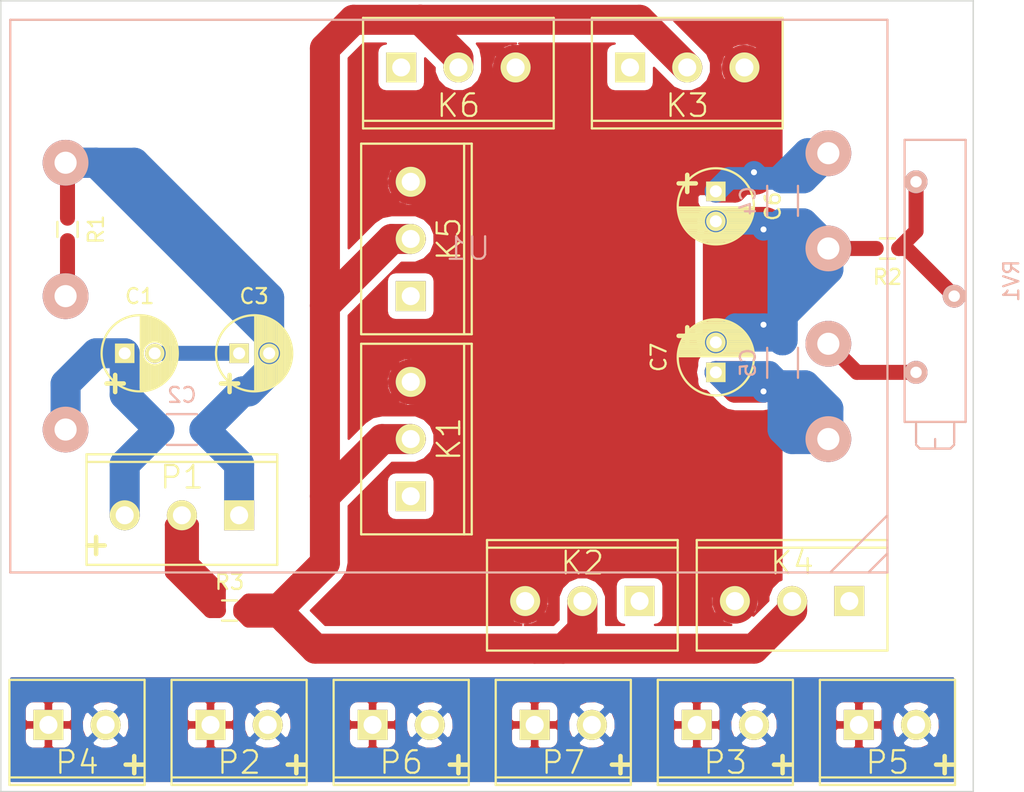
<source format=kicad_pcb>
(kicad_pcb (version 4) (host pcbnew "(2015-05-27 BZR 5686)-product")

  (general
    (links 51)
    (no_connects 0)
    (area 128.854999 93.929999 197.894762 146.735001)
    (thickness 1.6)
    (drawings 15)
    (tracks 393)
    (zones 0)
    (modules 25)
    (nets 13)
  )

  (page A4)
  (layers
    (0 F.Cu signal)
    (1 In1.Cu signal)
    (2 In2.Cu signal)
    (31 B.Cu signal)
    (32 B.Adhes user)
    (33 F.Adhes user)
    (34 B.Paste user)
    (35 F.Paste user)
    (36 B.SilkS user)
    (37 F.SilkS user)
    (38 B.Mask user)
    (39 F.Mask user)
    (40 Dwgs.User user)
    (41 Cmts.User user)
    (42 Eco1.User user)
    (43 Eco2.User user)
    (44 Edge.Cuts user)
    (45 Margin user)
    (46 B.CrtYd user)
    (47 F.CrtYd user)
    (48 B.Fab user)
    (49 F.Fab user)
  )

  (setup
    (last_trace_width 0.25)
    (user_trace_width 1)
    (user_trace_width 1.5)
    (user_trace_width 2)
    (user_trace_width 3)
    (trace_clearance 0.2)
    (zone_clearance 0.508)
    (zone_45_only no)
    (trace_min 0.2)
    (segment_width 0.2)
    (edge_width 0.1)
    (via_size 0.6)
    (via_drill 0.4)
    (via_min_size 0.4)
    (via_min_drill 0.3)
    (uvia_size 0.3)
    (uvia_drill 0.1)
    (uvias_allowed no)
    (uvia_min_size 0.2)
    (uvia_min_drill 0.1)
    (pcb_text_width 0.3)
    (pcb_text_size 1.5 1.5)
    (mod_edge_width 0.15)
    (mod_text_size 1 1)
    (mod_text_width 0.15)
    (pad_size 1.5 1.5)
    (pad_drill 0.6)
    (pad_to_mask_clearance 0)
    (aux_axis_origin 0 0)
    (visible_elements FFFFFF7F)
    (pcbplotparams
      (layerselection 0x010f0_80000007)
      (usegerberextensions false)
      (excludeedgelayer true)
      (linewidth 0.100000)
      (plotframeref false)
      (viasonmask false)
      (mode 1)
      (useauxorigin false)
      (hpglpennumber 1)
      (hpglpenspeed 20)
      (hpglpendiameter 15)
      (hpglpenoverlay 2)
      (psnegative false)
      (psa4output false)
      (plotreference true)
      (plotvalue true)
      (plotinvisibletext false)
      (padsonsilk false)
      (subtractmaskfromsilk false)
      (outputformat 5)
      (mirror false)
      (drillshape 0)
      (scaleselection 1)
      (outputdirectory ""))
  )

  (net 0 "")
  (net 1 "Net-(C1-Pad1)")
  (net 2 "Net-(C1-Pad2)")
  (net 3 "Net-(C2-Pad1)")
  (net 4 "Net-(C4-Pad1)")
  (net 5 "Net-(C4-Pad2)")
  (net 6 "Net-(C5-Pad2)")
  (net 7 GND)
  (net 8 "Net-(P2-Pad1)")
  (net 9 "Net-(P2-Pad2)")
  (net 10 "Net-(R1-Pad2)")
  (net 11 "Net-(R2-Pad1)")
  (net 12 "Net-(RV1-Pad3)")

  (net_class Default "This is the default net class."
    (clearance 0.2)
    (trace_width 0.25)
    (via_dia 0.6)
    (via_drill 0.4)
    (uvia_dia 0.3)
    (uvia_drill 0.1)
    (add_net GND)
    (add_net "Net-(C1-Pad1)")
    (add_net "Net-(C1-Pad2)")
    (add_net "Net-(C2-Pad1)")
    (add_net "Net-(C4-Pad1)")
    (add_net "Net-(C4-Pad2)")
    (add_net "Net-(C5-Pad2)")
    (add_net "Net-(P2-Pad1)")
    (add_net "Net-(P2-Pad2)")
    (add_net "Net-(R1-Pad2)")
    (add_net "Net-(R2-Pad1)")
    (add_net "Net-(RV1-Pad3)")
  )

  (net_class Normal ""
    (clearance 0.2)
    (trace_width 1)
    (via_dia 0.8)
    (via_drill 0.6)
    (uvia_dia 0.3)
    (uvia_drill 0.1)
  )

  (net_class Thick ""
    (clearance 0.2)
    (trace_width 2)
    (via_dia 0.8)
    (via_drill 0.6)
    (uvia_dia 0.3)
    (uvia_drill 0.1)
  )

  (module Capacitors_ThroughHole:C_Radial_D5_L11_P2 (layer F.Cu) (tedit 0) (tstamp 55688190)
    (at 137.16 117.475)
    (descr "Radial Electrolytic Capacitor 5mm x Length 11mm, Pitch 2mm")
    (tags "Electrolytic Capacitor")
    (path /55688DD5)
    (fp_text reference C1 (at 1 -3.8) (layer F.SilkS)
      (effects (font (size 1 1) (thickness 0.15)))
    )
    (fp_text value CP (at 1 3.8) (layer F.Fab)
      (effects (font (size 1 1) (thickness 0.15)))
    )
    (fp_line (start 1.075 -2.499) (end 1.075 2.499) (layer F.SilkS) (width 0.15))
    (fp_line (start 1.215 -2.491) (end 1.215 -0.154) (layer F.SilkS) (width 0.15))
    (fp_line (start 1.215 0.154) (end 1.215 2.491) (layer F.SilkS) (width 0.15))
    (fp_line (start 1.355 -2.475) (end 1.355 -0.473) (layer F.SilkS) (width 0.15))
    (fp_line (start 1.355 0.473) (end 1.355 2.475) (layer F.SilkS) (width 0.15))
    (fp_line (start 1.495 -2.451) (end 1.495 -0.62) (layer F.SilkS) (width 0.15))
    (fp_line (start 1.495 0.62) (end 1.495 2.451) (layer F.SilkS) (width 0.15))
    (fp_line (start 1.635 -2.418) (end 1.635 -0.712) (layer F.SilkS) (width 0.15))
    (fp_line (start 1.635 0.712) (end 1.635 2.418) (layer F.SilkS) (width 0.15))
    (fp_line (start 1.775 -2.377) (end 1.775 -0.768) (layer F.SilkS) (width 0.15))
    (fp_line (start 1.775 0.768) (end 1.775 2.377) (layer F.SilkS) (width 0.15))
    (fp_line (start 1.915 -2.327) (end 1.915 -0.795) (layer F.SilkS) (width 0.15))
    (fp_line (start 1.915 0.795) (end 1.915 2.327) (layer F.SilkS) (width 0.15))
    (fp_line (start 2.055 -2.266) (end 2.055 -0.798) (layer F.SilkS) (width 0.15))
    (fp_line (start 2.055 0.798) (end 2.055 2.266) (layer F.SilkS) (width 0.15))
    (fp_line (start 2.195 -2.196) (end 2.195 -0.776) (layer F.SilkS) (width 0.15))
    (fp_line (start 2.195 0.776) (end 2.195 2.196) (layer F.SilkS) (width 0.15))
    (fp_line (start 2.335 -2.114) (end 2.335 -0.726) (layer F.SilkS) (width 0.15))
    (fp_line (start 2.335 0.726) (end 2.335 2.114) (layer F.SilkS) (width 0.15))
    (fp_line (start 2.475 -2.019) (end 2.475 -0.644) (layer F.SilkS) (width 0.15))
    (fp_line (start 2.475 0.644) (end 2.475 2.019) (layer F.SilkS) (width 0.15))
    (fp_line (start 2.615 -1.908) (end 2.615 -0.512) (layer F.SilkS) (width 0.15))
    (fp_line (start 2.615 0.512) (end 2.615 1.908) (layer F.SilkS) (width 0.15))
    (fp_line (start 2.755 -1.78) (end 2.755 -0.265) (layer F.SilkS) (width 0.15))
    (fp_line (start 2.755 0.265) (end 2.755 1.78) (layer F.SilkS) (width 0.15))
    (fp_line (start 2.895 -1.631) (end 2.895 1.631) (layer F.SilkS) (width 0.15))
    (fp_line (start 3.035 -1.452) (end 3.035 1.452) (layer F.SilkS) (width 0.15))
    (fp_line (start 3.175 -1.233) (end 3.175 1.233) (layer F.SilkS) (width 0.15))
    (fp_line (start 3.315 -0.944) (end 3.315 0.944) (layer F.SilkS) (width 0.15))
    (fp_line (start 3.455 -0.472) (end 3.455 0.472) (layer F.SilkS) (width 0.15))
    (fp_circle (center 2 0) (end 2 -0.8) (layer F.SilkS) (width 0.15))
    (fp_circle (center 1 0) (end 1 -2.5375) (layer F.SilkS) (width 0.15))
    (fp_circle (center 1 0) (end 1 -2.8) (layer F.CrtYd) (width 0.05))
    (pad 1 thru_hole rect (at 0 0) (size 1.3 1.3) (drill 0.8) (layers *.Cu *.Mask F.SilkS)
      (net 1 "Net-(C1-Pad1)"))
    (pad 2 thru_hole circle (at 2 0) (size 1.3 1.3) (drill 0.8) (layers *.Cu *.Mask F.SilkS)
      (net 2 "Net-(C1-Pad2)"))
    (model Capacitors_ThroughHole.3dshapes/C_Radial_D5_L11_P2.wrl
      (at (xyz 0 0 0))
      (scale (xyz 1 1 1))
      (rotate (xyz 0 0 0))
    )
  )

  (module Capacitors_SMD:C_1206 (layer B.Cu) (tedit 5415D7BD) (tstamp 55688196)
    (at 140.97 122.555 180)
    (descr "Capacitor SMD 1206, reflow soldering, AVX (see smccp.pdf)")
    (tags "capacitor 1206")
    (path /55687ADF)
    (attr smd)
    (fp_text reference C2 (at 0 2.3 180) (layer B.SilkS)
      (effects (font (size 1 1) (thickness 0.15)) (justify mirror))
    )
    (fp_text value C (at 0 -2.3 180) (layer B.Fab)
      (effects (font (size 1 1) (thickness 0.15)) (justify mirror))
    )
    (fp_line (start -2.3 1.15) (end 2.3 1.15) (layer B.CrtYd) (width 0.05))
    (fp_line (start -2.3 -1.15) (end 2.3 -1.15) (layer B.CrtYd) (width 0.05))
    (fp_line (start -2.3 1.15) (end -2.3 -1.15) (layer B.CrtYd) (width 0.05))
    (fp_line (start 2.3 1.15) (end 2.3 -1.15) (layer B.CrtYd) (width 0.05))
    (fp_line (start 1 1.025) (end -1 1.025) (layer B.SilkS) (width 0.15))
    (fp_line (start -1 -1.025) (end 1 -1.025) (layer B.SilkS) (width 0.15))
    (pad 1 smd rect (at -1.5 0 180) (size 1 1.6) (layers B.Cu B.Paste B.Mask)
      (net 3 "Net-(C2-Pad1)"))
    (pad 2 smd rect (at 1.5 0 180) (size 1 1.6) (layers B.Cu B.Paste B.Mask)
      (net 1 "Net-(C1-Pad1)"))
    (model Capacitors_SMD.3dshapes/C_1206.wrl
      (at (xyz 0 0 0))
      (scale (xyz 1 1 1))
      (rotate (xyz 0 0 0))
    )
  )

  (module Capacitors_ThroughHole:C_Radial_D5_L11_P2 (layer F.Cu) (tedit 0) (tstamp 556881BD)
    (at 144.78 117.475)
    (descr "Radial Electrolytic Capacitor 5mm x Length 11mm, Pitch 2mm")
    (tags "Electrolytic Capacitor")
    (path /556890A2)
    (fp_text reference C3 (at 1 -3.8) (layer F.SilkS)
      (effects (font (size 1 1) (thickness 0.15)))
    )
    (fp_text value CP (at 1 3.8) (layer F.Fab)
      (effects (font (size 1 1) (thickness 0.15)))
    )
    (fp_line (start 1.075 -2.499) (end 1.075 2.499) (layer F.SilkS) (width 0.15))
    (fp_line (start 1.215 -2.491) (end 1.215 -0.154) (layer F.SilkS) (width 0.15))
    (fp_line (start 1.215 0.154) (end 1.215 2.491) (layer F.SilkS) (width 0.15))
    (fp_line (start 1.355 -2.475) (end 1.355 -0.473) (layer F.SilkS) (width 0.15))
    (fp_line (start 1.355 0.473) (end 1.355 2.475) (layer F.SilkS) (width 0.15))
    (fp_line (start 1.495 -2.451) (end 1.495 -0.62) (layer F.SilkS) (width 0.15))
    (fp_line (start 1.495 0.62) (end 1.495 2.451) (layer F.SilkS) (width 0.15))
    (fp_line (start 1.635 -2.418) (end 1.635 -0.712) (layer F.SilkS) (width 0.15))
    (fp_line (start 1.635 0.712) (end 1.635 2.418) (layer F.SilkS) (width 0.15))
    (fp_line (start 1.775 -2.377) (end 1.775 -0.768) (layer F.SilkS) (width 0.15))
    (fp_line (start 1.775 0.768) (end 1.775 2.377) (layer F.SilkS) (width 0.15))
    (fp_line (start 1.915 -2.327) (end 1.915 -0.795) (layer F.SilkS) (width 0.15))
    (fp_line (start 1.915 0.795) (end 1.915 2.327) (layer F.SilkS) (width 0.15))
    (fp_line (start 2.055 -2.266) (end 2.055 -0.798) (layer F.SilkS) (width 0.15))
    (fp_line (start 2.055 0.798) (end 2.055 2.266) (layer F.SilkS) (width 0.15))
    (fp_line (start 2.195 -2.196) (end 2.195 -0.776) (layer F.SilkS) (width 0.15))
    (fp_line (start 2.195 0.776) (end 2.195 2.196) (layer F.SilkS) (width 0.15))
    (fp_line (start 2.335 -2.114) (end 2.335 -0.726) (layer F.SilkS) (width 0.15))
    (fp_line (start 2.335 0.726) (end 2.335 2.114) (layer F.SilkS) (width 0.15))
    (fp_line (start 2.475 -2.019) (end 2.475 -0.644) (layer F.SilkS) (width 0.15))
    (fp_line (start 2.475 0.644) (end 2.475 2.019) (layer F.SilkS) (width 0.15))
    (fp_line (start 2.615 -1.908) (end 2.615 -0.512) (layer F.SilkS) (width 0.15))
    (fp_line (start 2.615 0.512) (end 2.615 1.908) (layer F.SilkS) (width 0.15))
    (fp_line (start 2.755 -1.78) (end 2.755 -0.265) (layer F.SilkS) (width 0.15))
    (fp_line (start 2.755 0.265) (end 2.755 1.78) (layer F.SilkS) (width 0.15))
    (fp_line (start 2.895 -1.631) (end 2.895 1.631) (layer F.SilkS) (width 0.15))
    (fp_line (start 3.035 -1.452) (end 3.035 1.452) (layer F.SilkS) (width 0.15))
    (fp_line (start 3.175 -1.233) (end 3.175 1.233) (layer F.SilkS) (width 0.15))
    (fp_line (start 3.315 -0.944) (end 3.315 0.944) (layer F.SilkS) (width 0.15))
    (fp_line (start 3.455 -0.472) (end 3.455 0.472) (layer F.SilkS) (width 0.15))
    (fp_circle (center 2 0) (end 2 -0.8) (layer F.SilkS) (width 0.15))
    (fp_circle (center 1 0) (end 1 -2.5375) (layer F.SilkS) (width 0.15))
    (fp_circle (center 1 0) (end 1 -2.8) (layer F.CrtYd) (width 0.05))
    (pad 1 thru_hole rect (at 0 0) (size 1.3 1.3) (drill 0.8) (layers *.Cu *.Mask F.SilkS)
      (net 2 "Net-(C1-Pad2)"))
    (pad 2 thru_hole circle (at 2 0) (size 1.3 1.3) (drill 0.8) (layers *.Cu *.Mask F.SilkS)
      (net 3 "Net-(C2-Pad1)"))
    (model Capacitors_ThroughHole.3dshapes/C_Radial_D5_L11_P2.wrl
      (at (xyz 0 0 0))
      (scale (xyz 1 1 1))
      (rotate (xyz 0 0 0))
    )
  )

  (module Capacitors_SMD:C_1206 (layer B.Cu) (tedit 5415D7BD) (tstamp 556881C3)
    (at 180.975 107.315 270)
    (descr "Capacitor SMD 1206, reflow soldering, AVX (see smccp.pdf)")
    (tags "capacitor 1206")
    (path /55687E96)
    (attr smd)
    (fp_text reference C4 (at 0 2.3 270) (layer B.SilkS)
      (effects (font (size 1 1) (thickness 0.15)) (justify mirror))
    )
    (fp_text value C (at 0 -2.3 270) (layer B.Fab)
      (effects (font (size 1 1) (thickness 0.15)) (justify mirror))
    )
    (fp_line (start -2.3 1.15) (end 2.3 1.15) (layer B.CrtYd) (width 0.05))
    (fp_line (start -2.3 -1.15) (end 2.3 -1.15) (layer B.CrtYd) (width 0.05))
    (fp_line (start -2.3 1.15) (end -2.3 -1.15) (layer B.CrtYd) (width 0.05))
    (fp_line (start 2.3 1.15) (end 2.3 -1.15) (layer B.CrtYd) (width 0.05))
    (fp_line (start 1 1.025) (end -1 1.025) (layer B.SilkS) (width 0.15))
    (fp_line (start -1 -1.025) (end 1 -1.025) (layer B.SilkS) (width 0.15))
    (pad 1 smd rect (at -1.5 0 270) (size 1 1.6) (layers B.Cu B.Paste B.Mask)
      (net 4 "Net-(C4-Pad1)"))
    (pad 2 smd rect (at 1.5 0 270) (size 1 1.6) (layers B.Cu B.Paste B.Mask)
      (net 5 "Net-(C4-Pad2)"))
    (model Capacitors_SMD.3dshapes/C_1206.wrl
      (at (xyz 0 0 0))
      (scale (xyz 1 1 1))
      (rotate (xyz 0 0 0))
    )
  )

  (module Capacitors_SMD:C_1206 (layer B.Cu) (tedit 5415D7BD) (tstamp 556881C9)
    (at 180.975 118.11 270)
    (descr "Capacitor SMD 1206, reflow soldering, AVX (see smccp.pdf)")
    (tags "capacitor 1206")
    (path /55687EED)
    (attr smd)
    (fp_text reference C5 (at 0 2.3 270) (layer B.SilkS)
      (effects (font (size 1 1) (thickness 0.15)) (justify mirror))
    )
    (fp_text value C (at 0 -2.3 270) (layer B.Fab)
      (effects (font (size 1 1) (thickness 0.15)) (justify mirror))
    )
    (fp_line (start -2.3 1.15) (end 2.3 1.15) (layer B.CrtYd) (width 0.05))
    (fp_line (start -2.3 -1.15) (end 2.3 -1.15) (layer B.CrtYd) (width 0.05))
    (fp_line (start -2.3 1.15) (end -2.3 -1.15) (layer B.CrtYd) (width 0.05))
    (fp_line (start 2.3 1.15) (end 2.3 -1.15) (layer B.CrtYd) (width 0.05))
    (fp_line (start 1 1.025) (end -1 1.025) (layer B.SilkS) (width 0.15))
    (fp_line (start -1 -1.025) (end 1 -1.025) (layer B.SilkS) (width 0.15))
    (pad 1 smd rect (at -1.5 0 270) (size 1 1.6) (layers B.Cu B.Paste B.Mask)
      (net 5 "Net-(C4-Pad2)"))
    (pad 2 smd rect (at 1.5 0 270) (size 1 1.6) (layers B.Cu B.Paste B.Mask)
      (net 6 "Net-(C5-Pad2)"))
    (model Capacitors_SMD.3dshapes/C_1206.wrl
      (at (xyz 0 0 0))
      (scale (xyz 1 1 1))
      (rotate (xyz 0 0 0))
    )
  )

  (module Capacitors_ThroughHole:C_Radial_D5_L11_P2 (layer F.Cu) (tedit 0) (tstamp 556881F0)
    (at 176.53 106.68 270)
    (descr "Radial Electrolytic Capacitor 5mm x Length 11mm, Pitch 2mm")
    (tags "Electrolytic Capacitor")
    (path /556883C0)
    (fp_text reference C6 (at 1 -3.8 270) (layer F.SilkS)
      (effects (font (size 1 1) (thickness 0.15)))
    )
    (fp_text value CP (at 1 3.8 270) (layer F.Fab)
      (effects (font (size 1 1) (thickness 0.15)))
    )
    (fp_line (start 1.075 -2.499) (end 1.075 2.499) (layer F.SilkS) (width 0.15))
    (fp_line (start 1.215 -2.491) (end 1.215 -0.154) (layer F.SilkS) (width 0.15))
    (fp_line (start 1.215 0.154) (end 1.215 2.491) (layer F.SilkS) (width 0.15))
    (fp_line (start 1.355 -2.475) (end 1.355 -0.473) (layer F.SilkS) (width 0.15))
    (fp_line (start 1.355 0.473) (end 1.355 2.475) (layer F.SilkS) (width 0.15))
    (fp_line (start 1.495 -2.451) (end 1.495 -0.62) (layer F.SilkS) (width 0.15))
    (fp_line (start 1.495 0.62) (end 1.495 2.451) (layer F.SilkS) (width 0.15))
    (fp_line (start 1.635 -2.418) (end 1.635 -0.712) (layer F.SilkS) (width 0.15))
    (fp_line (start 1.635 0.712) (end 1.635 2.418) (layer F.SilkS) (width 0.15))
    (fp_line (start 1.775 -2.377) (end 1.775 -0.768) (layer F.SilkS) (width 0.15))
    (fp_line (start 1.775 0.768) (end 1.775 2.377) (layer F.SilkS) (width 0.15))
    (fp_line (start 1.915 -2.327) (end 1.915 -0.795) (layer F.SilkS) (width 0.15))
    (fp_line (start 1.915 0.795) (end 1.915 2.327) (layer F.SilkS) (width 0.15))
    (fp_line (start 2.055 -2.266) (end 2.055 -0.798) (layer F.SilkS) (width 0.15))
    (fp_line (start 2.055 0.798) (end 2.055 2.266) (layer F.SilkS) (width 0.15))
    (fp_line (start 2.195 -2.196) (end 2.195 -0.776) (layer F.SilkS) (width 0.15))
    (fp_line (start 2.195 0.776) (end 2.195 2.196) (layer F.SilkS) (width 0.15))
    (fp_line (start 2.335 -2.114) (end 2.335 -0.726) (layer F.SilkS) (width 0.15))
    (fp_line (start 2.335 0.726) (end 2.335 2.114) (layer F.SilkS) (width 0.15))
    (fp_line (start 2.475 -2.019) (end 2.475 -0.644) (layer F.SilkS) (width 0.15))
    (fp_line (start 2.475 0.644) (end 2.475 2.019) (layer F.SilkS) (width 0.15))
    (fp_line (start 2.615 -1.908) (end 2.615 -0.512) (layer F.SilkS) (width 0.15))
    (fp_line (start 2.615 0.512) (end 2.615 1.908) (layer F.SilkS) (width 0.15))
    (fp_line (start 2.755 -1.78) (end 2.755 -0.265) (layer F.SilkS) (width 0.15))
    (fp_line (start 2.755 0.265) (end 2.755 1.78) (layer F.SilkS) (width 0.15))
    (fp_line (start 2.895 -1.631) (end 2.895 1.631) (layer F.SilkS) (width 0.15))
    (fp_line (start 3.035 -1.452) (end 3.035 1.452) (layer F.SilkS) (width 0.15))
    (fp_line (start 3.175 -1.233) (end 3.175 1.233) (layer F.SilkS) (width 0.15))
    (fp_line (start 3.315 -0.944) (end 3.315 0.944) (layer F.SilkS) (width 0.15))
    (fp_line (start 3.455 -0.472) (end 3.455 0.472) (layer F.SilkS) (width 0.15))
    (fp_circle (center 2 0) (end 2 -0.8) (layer F.SilkS) (width 0.15))
    (fp_circle (center 1 0) (end 1 -2.5375) (layer F.SilkS) (width 0.15))
    (fp_circle (center 1 0) (end 1 -2.8) (layer F.CrtYd) (width 0.05))
    (pad 1 thru_hole rect (at 0 0 270) (size 1.3 1.3) (drill 0.8) (layers *.Cu *.Mask F.SilkS)
      (net 4 "Net-(C4-Pad1)"))
    (pad 2 thru_hole circle (at 2 0 270) (size 1.3 1.3) (drill 0.8) (layers *.Cu *.Mask F.SilkS)
      (net 5 "Net-(C4-Pad2)"))
    (model Capacitors_ThroughHole.3dshapes/C_Radial_D5_L11_P2.wrl
      (at (xyz 0 0 0))
      (scale (xyz 1 1 1))
      (rotate (xyz 0 0 0))
    )
  )

  (module Capacitors_ThroughHole:C_Radial_D5_L11_P2 (layer F.Cu) (tedit 0) (tstamp 55688217)
    (at 176.53 118.745 90)
    (descr "Radial Electrolytic Capacitor 5mm x Length 11mm, Pitch 2mm")
    (tags "Electrolytic Capacitor")
    (path /556883ED)
    (fp_text reference C7 (at 1 -3.8 90) (layer F.SilkS)
      (effects (font (size 1 1) (thickness 0.15)))
    )
    (fp_text value CP (at 1 3.8 90) (layer F.Fab)
      (effects (font (size 1 1) (thickness 0.15)))
    )
    (fp_line (start 1.075 -2.499) (end 1.075 2.499) (layer F.SilkS) (width 0.15))
    (fp_line (start 1.215 -2.491) (end 1.215 -0.154) (layer F.SilkS) (width 0.15))
    (fp_line (start 1.215 0.154) (end 1.215 2.491) (layer F.SilkS) (width 0.15))
    (fp_line (start 1.355 -2.475) (end 1.355 -0.473) (layer F.SilkS) (width 0.15))
    (fp_line (start 1.355 0.473) (end 1.355 2.475) (layer F.SilkS) (width 0.15))
    (fp_line (start 1.495 -2.451) (end 1.495 -0.62) (layer F.SilkS) (width 0.15))
    (fp_line (start 1.495 0.62) (end 1.495 2.451) (layer F.SilkS) (width 0.15))
    (fp_line (start 1.635 -2.418) (end 1.635 -0.712) (layer F.SilkS) (width 0.15))
    (fp_line (start 1.635 0.712) (end 1.635 2.418) (layer F.SilkS) (width 0.15))
    (fp_line (start 1.775 -2.377) (end 1.775 -0.768) (layer F.SilkS) (width 0.15))
    (fp_line (start 1.775 0.768) (end 1.775 2.377) (layer F.SilkS) (width 0.15))
    (fp_line (start 1.915 -2.327) (end 1.915 -0.795) (layer F.SilkS) (width 0.15))
    (fp_line (start 1.915 0.795) (end 1.915 2.327) (layer F.SilkS) (width 0.15))
    (fp_line (start 2.055 -2.266) (end 2.055 -0.798) (layer F.SilkS) (width 0.15))
    (fp_line (start 2.055 0.798) (end 2.055 2.266) (layer F.SilkS) (width 0.15))
    (fp_line (start 2.195 -2.196) (end 2.195 -0.776) (layer F.SilkS) (width 0.15))
    (fp_line (start 2.195 0.776) (end 2.195 2.196) (layer F.SilkS) (width 0.15))
    (fp_line (start 2.335 -2.114) (end 2.335 -0.726) (layer F.SilkS) (width 0.15))
    (fp_line (start 2.335 0.726) (end 2.335 2.114) (layer F.SilkS) (width 0.15))
    (fp_line (start 2.475 -2.019) (end 2.475 -0.644) (layer F.SilkS) (width 0.15))
    (fp_line (start 2.475 0.644) (end 2.475 2.019) (layer F.SilkS) (width 0.15))
    (fp_line (start 2.615 -1.908) (end 2.615 -0.512) (layer F.SilkS) (width 0.15))
    (fp_line (start 2.615 0.512) (end 2.615 1.908) (layer F.SilkS) (width 0.15))
    (fp_line (start 2.755 -1.78) (end 2.755 -0.265) (layer F.SilkS) (width 0.15))
    (fp_line (start 2.755 0.265) (end 2.755 1.78) (layer F.SilkS) (width 0.15))
    (fp_line (start 2.895 -1.631) (end 2.895 1.631) (layer F.SilkS) (width 0.15))
    (fp_line (start 3.035 -1.452) (end 3.035 1.452) (layer F.SilkS) (width 0.15))
    (fp_line (start 3.175 -1.233) (end 3.175 1.233) (layer F.SilkS) (width 0.15))
    (fp_line (start 3.315 -0.944) (end 3.315 0.944) (layer F.SilkS) (width 0.15))
    (fp_line (start 3.455 -0.472) (end 3.455 0.472) (layer F.SilkS) (width 0.15))
    (fp_circle (center 2 0) (end 2 -0.8) (layer F.SilkS) (width 0.15))
    (fp_circle (center 1 0) (end 1 -2.5375) (layer F.SilkS) (width 0.15))
    (fp_circle (center 1 0) (end 1 -2.8) (layer F.CrtYd) (width 0.05))
    (pad 1 thru_hole rect (at 0 0 90) (size 1.3 1.3) (drill 0.8) (layers *.Cu *.Mask F.SilkS)
      (net 6 "Net-(C5-Pad2)"))
    (pad 2 thru_hole circle (at 2 0 90) (size 1.3 1.3) (drill 0.8) (layers *.Cu *.Mask F.SilkS)
      (net 5 "Net-(C4-Pad2)"))
    (model Capacitors_ThroughHole.3dshapes/C_Radial_D5_L11_P2.wrl
      (at (xyz 0 0 0))
      (scale (xyz 1 1 1))
      (rotate (xyz 0 0 0))
    )
  )

  (module cmr_link:3-pins_150mil (layer F.Cu) (tedit 55687449) (tstamp 5568821E)
    (at 156.21 123.19 90)
    (path /5567B186)
    (fp_text reference K1 (at 0 2.54 90) (layer F.SilkS)
      (effects (font (size 1.5 1.5) (thickness 0.15)))
    )
    (fp_text value 3.3_1.8 (at 0 -2.54 90) (layer F.Fab)
      (effects (font (size 1.5 1.5) (thickness 0.15)))
    )
    (fp_line (start -6.35 3.556) (end 6.35 3.556) (layer F.SilkS) (width 0.15))
    (fp_line (start -6.35 4.064) (end -6.35 -3.302) (layer F.SilkS) (width 0.15))
    (fp_line (start 6.35 4.064) (end -6.35 4.064) (layer F.SilkS) (width 0.15))
    (fp_line (start -6.35 -3.302) (end 6.35 -3.302) (layer F.SilkS) (width 0.15))
    (fp_line (start 6.35 -3.302) (end 6.35 4.064) (layer F.SilkS) (width 0.15))
    (pad 3 thru_hole circle (at 3.81 0 90) (size 2 2) (drill 1.2) (layers *.Cu *.Mask F.SilkS)
      (net 4 "Net-(C4-Pad1)"))
    (pad 1 thru_hole rect (at -3.81 0 90) (size 2 2) (drill 1.2) (layers *.Cu *.Mask F.SilkS)
      (net 6 "Net-(C5-Pad2)"))
    (pad 2 thru_hole circle (at 0 0 90) (size 2 2) (drill 1.2) (layers *.Cu *.Mask F.SilkS)
      (net 5 "Net-(C4-Pad2)"))
  )

  (module cmr_link:3-pins_150mil (layer F.Cu) (tedit 55687449) (tstamp 55688225)
    (at 167.64 133.985 180)
    (path /5567B301)
    (fp_text reference K2 (at 0 2.54 180) (layer F.SilkS)
      (effects (font (size 1.5 1.5) (thickness 0.15)))
    )
    (fp_text value 3.3_1.8 (at 0 -2.54 180) (layer F.Fab)
      (effects (font (size 1.5 1.5) (thickness 0.15)))
    )
    (fp_line (start -6.35 3.556) (end 6.35 3.556) (layer F.SilkS) (width 0.15))
    (fp_line (start -6.35 4.064) (end -6.35 -3.302) (layer F.SilkS) (width 0.15))
    (fp_line (start 6.35 4.064) (end -6.35 4.064) (layer F.SilkS) (width 0.15))
    (fp_line (start -6.35 -3.302) (end 6.35 -3.302) (layer F.SilkS) (width 0.15))
    (fp_line (start 6.35 -3.302) (end 6.35 4.064) (layer F.SilkS) (width 0.15))
    (pad 3 thru_hole circle (at 3.81 0 180) (size 2 2) (drill 1.2) (layers *.Cu *.Mask F.SilkS)
      (net 4 "Net-(C4-Pad1)"))
    (pad 1 thru_hole rect (at -3.81 0 180) (size 2 2) (drill 1.2) (layers *.Cu *.Mask F.SilkS)
      (net 6 "Net-(C5-Pad2)"))
    (pad 2 thru_hole circle (at 0 0 180) (size 2 2) (drill 1.2) (layers *.Cu *.Mask F.SilkS)
      (net 5 "Net-(C4-Pad2)"))
  )

  (module cmr_link:3-pins_150mil (layer F.Cu) (tedit 55687449) (tstamp 5568822C)
    (at 174.625 98.425)
    (path /5567B363)
    (fp_text reference K3 (at 0 2.54) (layer F.SilkS)
      (effects (font (size 1.5 1.5) (thickness 0.15)))
    )
    (fp_text value 3.3_1.8 (at 0 -2.54) (layer F.Fab)
      (effects (font (size 1.5 1.5) (thickness 0.15)))
    )
    (fp_line (start -6.35 3.556) (end 6.35 3.556) (layer F.SilkS) (width 0.15))
    (fp_line (start -6.35 4.064) (end -6.35 -3.302) (layer F.SilkS) (width 0.15))
    (fp_line (start 6.35 4.064) (end -6.35 4.064) (layer F.SilkS) (width 0.15))
    (fp_line (start -6.35 -3.302) (end 6.35 -3.302) (layer F.SilkS) (width 0.15))
    (fp_line (start 6.35 -3.302) (end 6.35 4.064) (layer F.SilkS) (width 0.15))
    (pad 3 thru_hole circle (at 3.81 0) (size 2 2) (drill 1.2) (layers *.Cu *.Mask F.SilkS)
      (net 4 "Net-(C4-Pad1)"))
    (pad 1 thru_hole rect (at -3.81 0) (size 2 2) (drill 1.2) (layers *.Cu *.Mask F.SilkS)
      (net 6 "Net-(C5-Pad2)"))
    (pad 2 thru_hole circle (at 0 0) (size 2 2) (drill 1.2) (layers *.Cu *.Mask F.SilkS)
      (net 5 "Net-(C4-Pad2)"))
  )

  (module cmr_link:3-pins_150mil (layer F.Cu) (tedit 55687449) (tstamp 55688233)
    (at 181.61 133.985 180)
    (path /5567B3A5)
    (fp_text reference K4 (at 0 2.54 180) (layer F.SilkS)
      (effects (font (size 1.5 1.5) (thickness 0.15)))
    )
    (fp_text value 3.3_1.8 (at 0 -2.54 180) (layer F.Fab)
      (effects (font (size 1.5 1.5) (thickness 0.15)))
    )
    (fp_line (start -6.35 3.556) (end 6.35 3.556) (layer F.SilkS) (width 0.15))
    (fp_line (start -6.35 4.064) (end -6.35 -3.302) (layer F.SilkS) (width 0.15))
    (fp_line (start 6.35 4.064) (end -6.35 4.064) (layer F.SilkS) (width 0.15))
    (fp_line (start -6.35 -3.302) (end 6.35 -3.302) (layer F.SilkS) (width 0.15))
    (fp_line (start 6.35 -3.302) (end 6.35 4.064) (layer F.SilkS) (width 0.15))
    (pad 3 thru_hole circle (at 3.81 0 180) (size 2 2) (drill 1.2) (layers *.Cu *.Mask F.SilkS)
      (net 4 "Net-(C4-Pad1)"))
    (pad 1 thru_hole rect (at -3.81 0 180) (size 2 2) (drill 1.2) (layers *.Cu *.Mask F.SilkS)
      (net 6 "Net-(C5-Pad2)"))
    (pad 2 thru_hole circle (at 0 0 180) (size 2 2) (drill 1.2) (layers *.Cu *.Mask F.SilkS)
      (net 5 "Net-(C4-Pad2)"))
  )

  (module cmr_link:3-pins_150mil (layer F.Cu) (tedit 55687449) (tstamp 5568823A)
    (at 156.21 109.855 90)
    (path /5567B3F0)
    (fp_text reference K5 (at 0 2.54 90) (layer F.SilkS)
      (effects (font (size 1.5 1.5) (thickness 0.15)))
    )
    (fp_text value 3.3_1.8 (at 0 -2.54 90) (layer F.Fab)
      (effects (font (size 1.5 1.5) (thickness 0.15)))
    )
    (fp_line (start -6.35 3.556) (end 6.35 3.556) (layer F.SilkS) (width 0.15))
    (fp_line (start -6.35 4.064) (end -6.35 -3.302) (layer F.SilkS) (width 0.15))
    (fp_line (start 6.35 4.064) (end -6.35 4.064) (layer F.SilkS) (width 0.15))
    (fp_line (start -6.35 -3.302) (end 6.35 -3.302) (layer F.SilkS) (width 0.15))
    (fp_line (start 6.35 -3.302) (end 6.35 4.064) (layer F.SilkS) (width 0.15))
    (pad 3 thru_hole circle (at 3.81 0 90) (size 2 2) (drill 1.2) (layers *.Cu *.Mask F.SilkS)
      (net 4 "Net-(C4-Pad1)"))
    (pad 1 thru_hole rect (at -3.81 0 90) (size 2 2) (drill 1.2) (layers *.Cu *.Mask F.SilkS)
      (net 6 "Net-(C5-Pad2)"))
    (pad 2 thru_hole circle (at 0 0 90) (size 2 2) (drill 1.2) (layers *.Cu *.Mask F.SilkS)
      (net 5 "Net-(C4-Pad2)"))
  )

  (module cmr_link:3-pins_150mil (layer F.Cu) (tedit 55687449) (tstamp 55688241)
    (at 159.385 98.425)
    (path /5567B4C8)
    (fp_text reference K6 (at 0 2.54) (layer F.SilkS)
      (effects (font (size 1.5 1.5) (thickness 0.15)))
    )
    (fp_text value 3.3_1.8 (at 0 -2.54) (layer F.Fab)
      (effects (font (size 1.5 1.5) (thickness 0.15)))
    )
    (fp_line (start -6.35 3.556) (end 6.35 3.556) (layer F.SilkS) (width 0.15))
    (fp_line (start -6.35 4.064) (end -6.35 -3.302) (layer F.SilkS) (width 0.15))
    (fp_line (start 6.35 4.064) (end -6.35 4.064) (layer F.SilkS) (width 0.15))
    (fp_line (start -6.35 -3.302) (end 6.35 -3.302) (layer F.SilkS) (width 0.15))
    (fp_line (start 6.35 -3.302) (end 6.35 4.064) (layer F.SilkS) (width 0.15))
    (pad 3 thru_hole circle (at 3.81 0) (size 2 2) (drill 1.2) (layers *.Cu *.Mask F.SilkS)
      (net 4 "Net-(C4-Pad1)"))
    (pad 1 thru_hole rect (at -3.81 0) (size 2 2) (drill 1.2) (layers *.Cu *.Mask F.SilkS)
      (net 6 "Net-(C5-Pad2)"))
    (pad 2 thru_hole circle (at 0 0) (size 2 2) (drill 1.2) (layers *.Cu *.Mask F.SilkS)
      (net 5 "Net-(C4-Pad2)"))
  )

  (module cmr_link:3-pins_150mil (layer F.Cu) (tedit 55687449) (tstamp 55688248)
    (at 140.97 128.27 180)
    (path /55689EDE)
    (fp_text reference P1 (at 0 2.54 180) (layer F.SilkS)
      (effects (font (size 1.5 1.5) (thickness 0.15)))
    )
    (fp_text value CONN_3 (at 0 -2.54 180) (layer F.Fab)
      (effects (font (size 1.5 1.5) (thickness 0.15)))
    )
    (fp_line (start -6.35 3.556) (end 6.35 3.556) (layer F.SilkS) (width 0.15))
    (fp_line (start -6.35 4.064) (end -6.35 -3.302) (layer F.SilkS) (width 0.15))
    (fp_line (start 6.35 4.064) (end -6.35 4.064) (layer F.SilkS) (width 0.15))
    (fp_line (start -6.35 -3.302) (end 6.35 -3.302) (layer F.SilkS) (width 0.15))
    (fp_line (start 6.35 -3.302) (end 6.35 4.064) (layer F.SilkS) (width 0.15))
    (pad 3 thru_hole circle (at 3.81 0 180) (size 2 2) (drill 1.2) (layers *.Cu *.Mask F.SilkS)
      (net 1 "Net-(C1-Pad1)"))
    (pad 1 thru_hole rect (at -3.81 0 180) (size 2 2) (drill 1.2) (layers *.Cu *.Mask F.SilkS)
      (net 3 "Net-(C2-Pad1)"))
    (pad 2 thru_hole circle (at 0 0 180) (size 2 2) (drill 1.2) (layers *.Cu *.Mask F.SilkS)
      (net 7 GND))
  )

  (module cmr_link:2-pins_150mil (layer F.Cu) (tedit 54E632E7) (tstamp 5568824E)
    (at 144.78 142.24)
    (path /55679E0F)
    (fp_text reference P2 (at 0 2.5) (layer F.SilkS)
      (effects (font (size 1.5 1.5) (thickness 0.15)))
    )
    (fp_text value 12V (at 0 -2.5) (layer F.Fab)
      (effects (font (size 1.5 1.5) (thickness 0.15)))
    )
    (fp_line (start -4.5 3.5) (end 4.5 3.5) (layer F.SilkS) (width 0.15))
    (fp_line (start 4.5 -3) (end 4.5 4) (layer F.SilkS) (width 0.15))
    (fp_line (start 4.5 4) (end -4.5 4) (layer F.SilkS) (width 0.15))
    (fp_line (start -4.5 4) (end -4.5 -3) (layer F.SilkS) (width 0.15))
    (fp_line (start -4.5 -3) (end 4.5 -3) (layer F.SilkS) (width 0.15))
    (pad 1 thru_hole rect (at -1.905 0) (size 2 2) (drill 1.2) (layers *.Cu *.Mask F.SilkS)
      (net 8 "Net-(P2-Pad1)"))
    (pad 2 thru_hole circle (at 1.905 0) (size 2 2) (drill 1.2) (layers *.Cu *.Mask F.SilkS)
      (net 9 "Net-(P2-Pad2)"))
  )

  (module cmr_link:2-pins_150mil (layer F.Cu) (tedit 54E632E7) (tstamp 55688254)
    (at 177.165 142.24)
    (path /55679E79)
    (fp_text reference P3 (at 0 2.5) (layer F.SilkS)
      (effects (font (size 1.5 1.5) (thickness 0.15)))
    )
    (fp_text value 12V (at 0 -2.5) (layer F.Fab)
      (effects (font (size 1.5 1.5) (thickness 0.15)))
    )
    (fp_line (start -4.5 3.5) (end 4.5 3.5) (layer F.SilkS) (width 0.15))
    (fp_line (start 4.5 -3) (end 4.5 4) (layer F.SilkS) (width 0.15))
    (fp_line (start 4.5 4) (end -4.5 4) (layer F.SilkS) (width 0.15))
    (fp_line (start -4.5 4) (end -4.5 -3) (layer F.SilkS) (width 0.15))
    (fp_line (start -4.5 -3) (end 4.5 -3) (layer F.SilkS) (width 0.15))
    (pad 1 thru_hole rect (at -1.905 0) (size 2 2) (drill 1.2) (layers *.Cu *.Mask F.SilkS)
      (net 8 "Net-(P2-Pad1)"))
    (pad 2 thru_hole circle (at 1.905 0) (size 2 2) (drill 1.2) (layers *.Cu *.Mask F.SilkS)
      (net 9 "Net-(P2-Pad2)"))
  )

  (module cmr_link:2-pins_150mil (layer F.Cu) (tedit 54E632E7) (tstamp 5568825A)
    (at 133.985 142.24)
    (path /55679EE1)
    (fp_text reference P4 (at 0 2.5) (layer F.SilkS)
      (effects (font (size 1.5 1.5) (thickness 0.15)))
    )
    (fp_text value 12V (at 0 -2.5) (layer F.Fab)
      (effects (font (size 1.5 1.5) (thickness 0.15)))
    )
    (fp_line (start -4.5 3.5) (end 4.5 3.5) (layer F.SilkS) (width 0.15))
    (fp_line (start 4.5 -3) (end 4.5 4) (layer F.SilkS) (width 0.15))
    (fp_line (start 4.5 4) (end -4.5 4) (layer F.SilkS) (width 0.15))
    (fp_line (start -4.5 4) (end -4.5 -3) (layer F.SilkS) (width 0.15))
    (fp_line (start -4.5 -3) (end 4.5 -3) (layer F.SilkS) (width 0.15))
    (pad 1 thru_hole rect (at -1.905 0) (size 2 2) (drill 1.2) (layers *.Cu *.Mask F.SilkS)
      (net 8 "Net-(P2-Pad1)"))
    (pad 2 thru_hole circle (at 1.905 0) (size 2 2) (drill 1.2) (layers *.Cu *.Mask F.SilkS)
      (net 9 "Net-(P2-Pad2)"))
  )

  (module cmr_link:2-pins_150mil (layer F.Cu) (tedit 54E632E7) (tstamp 55688260)
    (at 187.96 142.24)
    (path /55679F23)
    (fp_text reference P5 (at 0 2.5) (layer F.SilkS)
      (effects (font (size 1.5 1.5) (thickness 0.15)))
    )
    (fp_text value 12V (at 0 -2.5) (layer F.Fab)
      (effects (font (size 1.5 1.5) (thickness 0.15)))
    )
    (fp_line (start -4.5 3.5) (end 4.5 3.5) (layer F.SilkS) (width 0.15))
    (fp_line (start 4.5 -3) (end 4.5 4) (layer F.SilkS) (width 0.15))
    (fp_line (start 4.5 4) (end -4.5 4) (layer F.SilkS) (width 0.15))
    (fp_line (start -4.5 4) (end -4.5 -3) (layer F.SilkS) (width 0.15))
    (fp_line (start -4.5 -3) (end 4.5 -3) (layer F.SilkS) (width 0.15))
    (pad 1 thru_hole rect (at -1.905 0) (size 2 2) (drill 1.2) (layers *.Cu *.Mask F.SilkS)
      (net 8 "Net-(P2-Pad1)"))
    (pad 2 thru_hole circle (at 1.905 0) (size 2 2) (drill 1.2) (layers *.Cu *.Mask F.SilkS)
      (net 9 "Net-(P2-Pad2)"))
  )

  (module cmr_link:2-pins_150mil (layer F.Cu) (tedit 54E632E7) (tstamp 55688266)
    (at 155.575 142.24)
    (path /55679F53)
    (fp_text reference P6 (at 0 2.5) (layer F.SilkS)
      (effects (font (size 1.5 1.5) (thickness 0.15)))
    )
    (fp_text value 12V (at 0 -2.5) (layer F.Fab)
      (effects (font (size 1.5 1.5) (thickness 0.15)))
    )
    (fp_line (start -4.5 3.5) (end 4.5 3.5) (layer F.SilkS) (width 0.15))
    (fp_line (start 4.5 -3) (end 4.5 4) (layer F.SilkS) (width 0.15))
    (fp_line (start 4.5 4) (end -4.5 4) (layer F.SilkS) (width 0.15))
    (fp_line (start -4.5 4) (end -4.5 -3) (layer F.SilkS) (width 0.15))
    (fp_line (start -4.5 -3) (end 4.5 -3) (layer F.SilkS) (width 0.15))
    (pad 1 thru_hole rect (at -1.905 0) (size 2 2) (drill 1.2) (layers *.Cu *.Mask F.SilkS)
      (net 8 "Net-(P2-Pad1)"))
    (pad 2 thru_hole circle (at 1.905 0) (size 2 2) (drill 1.2) (layers *.Cu *.Mask F.SilkS)
      (net 9 "Net-(P2-Pad2)"))
  )

  (module cmr_link:2-pins_150mil (layer F.Cu) (tedit 54E632E7) (tstamp 5568826C)
    (at 166.37 142.24)
    (path /55679FF5)
    (fp_text reference P7 (at 0 2.5) (layer F.SilkS)
      (effects (font (size 1.5 1.5) (thickness 0.15)))
    )
    (fp_text value 12V (at 0 -2.5) (layer F.Fab)
      (effects (font (size 1.5 1.5) (thickness 0.15)))
    )
    (fp_line (start -4.5 3.5) (end 4.5 3.5) (layer F.SilkS) (width 0.15))
    (fp_line (start 4.5 -3) (end 4.5 4) (layer F.SilkS) (width 0.15))
    (fp_line (start 4.5 4) (end -4.5 4) (layer F.SilkS) (width 0.15))
    (fp_line (start -4.5 4) (end -4.5 -3) (layer F.SilkS) (width 0.15))
    (fp_line (start -4.5 -3) (end 4.5 -3) (layer F.SilkS) (width 0.15))
    (pad 1 thru_hole rect (at -1.905 0) (size 2 2) (drill 1.2) (layers *.Cu *.Mask F.SilkS)
      (net 8 "Net-(P2-Pad1)"))
    (pad 2 thru_hole circle (at 1.905 0) (size 2 2) (drill 1.2) (layers *.Cu *.Mask F.SilkS)
      (net 9 "Net-(P2-Pad2)"))
  )

  (module Resistors_SMD:R_0603 (layer F.Cu) (tedit 5415CC62) (tstamp 55688272)
    (at 133.35 109.22 270)
    (descr "Resistor SMD 0603, reflow soldering, Vishay (see dcrcw.pdf)")
    (tags "resistor 0603")
    (path /55679800)
    (attr smd)
    (fp_text reference R1 (at 0 -1.9 270) (layer F.SilkS)
      (effects (font (size 1 1) (thickness 0.15)))
    )
    (fp_text value 0 (at 0 1.9 270) (layer F.Fab)
      (effects (font (size 1 1) (thickness 0.15)))
    )
    (fp_line (start -1.3 -0.8) (end 1.3 -0.8) (layer F.CrtYd) (width 0.05))
    (fp_line (start -1.3 0.8) (end 1.3 0.8) (layer F.CrtYd) (width 0.05))
    (fp_line (start -1.3 -0.8) (end -1.3 0.8) (layer F.CrtYd) (width 0.05))
    (fp_line (start 1.3 -0.8) (end 1.3 0.8) (layer F.CrtYd) (width 0.05))
    (fp_line (start 0.5 0.675) (end -0.5 0.675) (layer F.SilkS) (width 0.15))
    (fp_line (start -0.5 -0.675) (end 0.5 -0.675) (layer F.SilkS) (width 0.15))
    (pad 1 smd rect (at -0.75 0 270) (size 0.5 0.9) (layers F.Cu F.Paste F.Mask)
      (net 3 "Net-(C2-Pad1)"))
    (pad 2 smd rect (at 0.75 0 270) (size 0.5 0.9) (layers F.Cu F.Paste F.Mask)
      (net 10 "Net-(R1-Pad2)"))
    (model Resistors_SMD.3dshapes/R_0603.wrl
      (at (xyz 0 0 0))
      (scale (xyz 1 1 1))
      (rotate (xyz 0 0 0))
    )
  )

  (module Resistors_SMD:R_0603 (layer F.Cu) (tedit 5415CC62) (tstamp 55688278)
    (at 187.96 110.49 180)
    (descr "Resistor SMD 0603, reflow soldering, Vishay (see dcrcw.pdf)")
    (tags "resistor 0603")
    (path /55679B76)
    (attr smd)
    (fp_text reference R2 (at 0 -1.9 180) (layer F.SilkS)
      (effects (font (size 1 1) (thickness 0.15)))
    )
    (fp_text value 0 (at 0 1.9 180) (layer F.Fab)
      (effects (font (size 1 1) (thickness 0.15)))
    )
    (fp_line (start -1.3 -0.8) (end 1.3 -0.8) (layer F.CrtYd) (width 0.05))
    (fp_line (start -1.3 0.8) (end 1.3 0.8) (layer F.CrtYd) (width 0.05))
    (fp_line (start -1.3 -0.8) (end -1.3 0.8) (layer F.CrtYd) (width 0.05))
    (fp_line (start 1.3 -0.8) (end 1.3 0.8) (layer F.CrtYd) (width 0.05))
    (fp_line (start 0.5 0.675) (end -0.5 0.675) (layer F.SilkS) (width 0.15))
    (fp_line (start -0.5 -0.675) (end 0.5 -0.675) (layer F.SilkS) (width 0.15))
    (pad 1 smd rect (at -0.75 0 180) (size 0.5 0.9) (layers F.Cu F.Paste F.Mask)
      (net 11 "Net-(R2-Pad1)"))
    (pad 2 smd rect (at 0.75 0 180) (size 0.5 0.9) (layers F.Cu F.Paste F.Mask)
      (net 5 "Net-(C4-Pad2)"))
    (model Resistors_SMD.3dshapes/R_0603.wrl
      (at (xyz 0 0 0))
      (scale (xyz 1 1 1))
      (rotate (xyz 0 0 0))
    )
  )

  (module Resistors_SMD:R_0603 (layer F.Cu) (tedit 5415CC62) (tstamp 5568827E)
    (at 144.145 134.62)
    (descr "Resistor SMD 0603, reflow soldering, Vishay (see dcrcw.pdf)")
    (tags "resistor 0603")
    (path /5568A5A8)
    (attr smd)
    (fp_text reference R3 (at 0 -1.9) (layer F.SilkS)
      (effects (font (size 1 1) (thickness 0.15)))
    )
    (fp_text value 0 (at 0 1.9) (layer F.Fab)
      (effects (font (size 1 1) (thickness 0.15)))
    )
    (fp_line (start -1.3 -0.8) (end 1.3 -0.8) (layer F.CrtYd) (width 0.05))
    (fp_line (start -1.3 0.8) (end 1.3 0.8) (layer F.CrtYd) (width 0.05))
    (fp_line (start -1.3 -0.8) (end -1.3 0.8) (layer F.CrtYd) (width 0.05))
    (fp_line (start 1.3 -0.8) (end 1.3 0.8) (layer F.CrtYd) (width 0.05))
    (fp_line (start 0.5 0.675) (end -0.5 0.675) (layer F.SilkS) (width 0.15))
    (fp_line (start -0.5 -0.675) (end 0.5 -0.675) (layer F.SilkS) (width 0.15))
    (pad 1 smd rect (at -0.75 0) (size 0.5 0.9) (layers F.Cu F.Paste F.Mask)
      (net 7 GND))
    (pad 2 smd rect (at 0.75 0) (size 0.5 0.9) (layers F.Cu F.Paste F.Mask)
      (net 5 "Net-(C4-Pad2)"))
    (model Resistors_SMD.3dshapes/R_0603.wrl
      (at (xyz 0 0 0))
      (scale (xyz 1 1 1))
      (rotate (xyz 0 0 0))
    )
  )

  (module Potentiometers:Potentiometer_Bourns_3005_Angular_ScrewFront (layer B.Cu) (tedit 54144ECC) (tstamp 55688285)
    (at 189.865 106.045 90)
    (descr "3/4, Rectangular, Trimpot, Trimming, Potentiometer, Bourns, 3005")
    (tags "3/4, Rectangular, Trimpot, Trimming, Potentiometer, 3005")
    (path /55679BD9)
    (fp_text reference RV1 (at -6.604 6.35 90) (layer B.SilkS)
      (effects (font (size 1 1) (thickness 0.15)) (justify mirror))
    )
    (fp_text value POT (at -6.604 -3.81 90) (layer B.Fab)
      (effects (font (size 1 1) (thickness 0.15)) (justify mirror))
    )
    (fp_line (start -17.526 2.54) (end -17.78 2.286) (layer B.SilkS) (width 0.15))
    (fp_line (start -17.78 2.286) (end -17.78 1.27) (layer B.SilkS) (width 0.15))
    (fp_line (start -17.78 1.27) (end -17.78 0.254) (layer B.SilkS) (width 0.15))
    (fp_line (start -17.78 0.254) (end -17.526 0) (layer B.SilkS) (width 0.15))
    (fp_line (start -16.129 2.54) (end -17.399 2.54) (layer B.SilkS) (width 0.15))
    (fp_line (start -16.129 0) (end -17.399 0) (layer B.SilkS) (width 0.15))
    (fp_line (start -17.653 1.27) (end -17.145 1.27) (layer B.SilkS) (width 0.15))
    (fp_line (start -16.002 -0.762) (end -16.002 3.302) (layer B.SilkS) (width 0.15))
    (fp_line (start 2.794 -0.762) (end 2.794 3.302) (layer B.SilkS) (width 0.15))
    (fp_line (start -16.002 -0.762) (end 2.794 -0.762) (layer B.SilkS) (width 0.15))
    (fp_line (start 2.794 3.302) (end -16.002 3.302) (layer B.SilkS) (width 0.15))
    (pad 3 thru_hole circle (at -12.7 0 90) (size 1.524 1.524) (drill 0.762) (layers *.Cu *.Mask B.SilkS)
      (net 12 "Net-(RV1-Pad3)"))
    (pad 2 thru_hole circle (at -7.62 2.54 90) (size 1.524 1.524) (drill 0.762) (layers *.Cu *.Mask B.SilkS)
      (net 11 "Net-(R2-Pad1)"))
    (pad 1 thru_hole circle (at 0 0 90) (size 1.524 1.524) (drill 0.762) (layers *.Cu *.Mask B.SilkS)
      (net 11 "Net-(R2-Pad1)"))
    (model Potentiometers.3dshapes/Potentiometer_Bourns_3005_Angular_ScrewFront.wrl
      (at (xyz 0 0 0))
      (scale (xyz 1 1 1))
      (rotate (xyz 0 0 0))
    )
  )

  (module qd48t018033:qd48t018033 (layer B.Cu) (tedit 5567967D) (tstamp 55688290)
    (at 129.54 132.08)
    (path /556796D6)
    (fp_text reference U1 (at 30.48 -21.59) (layer B.SilkS)
      (effects (font (size 1.5 1.5) (thickness 0.15)) (justify mirror))
    )
    (fp_text value QD48T018033 (at 29.21 -13.97) (layer B.Fab)
      (effects (font (size 1.5 1.5) (thickness 0.15)) (justify mirror))
    )
    (fp_line (start 57.15 0) (end 58.42 -1.27) (layer B.SilkS) (width 0.15))
    (fp_line (start 54.61 0) (end 58.42 -3.81) (layer B.SilkS) (width 0.15))
    (fp_line (start 0 0) (end 58.42 0) (layer B.SilkS) (width 0.15))
    (fp_line (start 58.42 0) (end 58.42 -36.83) (layer B.SilkS) (width 0.15))
    (fp_line (start 58.42 -36.83) (end 0 -36.83) (layer B.SilkS) (width 0.15))
    (fp_line (start 0 -36.83) (end 0 0) (layer B.SilkS) (width 0.15))
    (pad 1 thru_hole circle (at 3.683 -9.525) (size 3.048 3.048) (drill 1.4732) (layers *.Cu *.Mask B.SilkS)
      (net 1 "Net-(C1-Pad1)"))
    (pad 2 thru_hole circle (at 3.683 -18.415) (size 3.048 3.048) (drill 1.4732) (layers *.Cu *.Mask B.SilkS)
      (net 10 "Net-(R1-Pad2)"))
    (pad 3 thru_hole circle (at 3.683 -27.305) (size 3.048 3.048) (drill 1.4732) (layers *.Cu *.Mask B.SilkS)
      (net 3 "Net-(C2-Pad1)"))
    (pad 4 thru_hole circle (at 54.483 -27.94) (size 3.048 3.048) (drill 1.4732) (layers *.Cu *.Mask B.SilkS)
      (net 4 "Net-(C4-Pad1)"))
    (pad 5 thru_hole circle (at 54.483 -21.59) (size 3.048 3.048) (drill 1.4732) (layers *.Cu *.Mask B.SilkS)
      (net 5 "Net-(C4-Pad2)"))
    (pad 6 thru_hole circle (at 54.483 -15.24) (size 3.048 3.048) (drill 1.4732) (layers *.Cu *.Mask B.SilkS)
      (net 12 "Net-(RV1-Pad3)"))
    (pad 7 thru_hole circle (at 54.483 -8.89) (size 3.048 3.048) (drill 1.4732) (layers *.Cu *.Mask B.SilkS)
      (net 6 "Net-(C5-Pad2)"))
  )

  (gr_line (start 128.905 146.685) (end 128.905 93.98) (angle 90) (layer Edge.Cuts) (width 0.1))
  (gr_line (start 193.675 146.685) (end 128.905 146.685) (angle 90) (layer Edge.Cuts) (width 0.1))
  (gr_line (start 193.675 93.98) (end 193.675 146.685) (angle 90) (layer Edge.Cuts) (width 0.1))
  (gr_text + (at 180.975 144.78) (layer F.SilkS)
    (effects (font (size 1.5 1.5) (thickness 0.3)))
  )
  (gr_text + (at 170.18 144.78) (layer F.SilkS)
    (effects (font (size 1.5 1.5) (thickness 0.3)))
  )
  (gr_text + (at 191.77 144.78) (layer F.SilkS)
    (effects (font (size 1.5 1.5) (thickness 0.3)))
  )
  (gr_text + (at 159.385 144.78) (layer F.SilkS)
    (effects (font (size 1.5 1.5) (thickness 0.3)))
  )
  (gr_text + (at 148.59 144.78) (layer F.SilkS)
    (effects (font (size 1.5 1.5) (thickness 0.3)))
  )
  (gr_text + (at 137.795 144.78) (layer F.SilkS)
    (effects (font (size 1.5 1.5) (thickness 0.3)))
  )
  (gr_text + (at 144.145 119.38) (layer F.SilkS)
    (effects (font (size 1.5 1.5) (thickness 0.3)))
  )
  (gr_text + (at 136.525 119.38) (layer F.SilkS)
    (effects (font (size 1.5 1.5) (thickness 0.3)))
  )
  (gr_text + (at 135.255 130.175) (layer F.SilkS)
    (effects (font (size 1.5 1.5) (thickness 0.3)))
  )
  (gr_text + (at 174.625 116.205) (layer F.SilkS)
    (effects (font (size 1.5 1.5) (thickness 0.3)) (justify mirror))
  )
  (gr_text + (at 174.625 106.045) (layer F.SilkS)
    (effects (font (size 1.5 1.5) (thickness 0.3)) (justify mirror))
  )
  (gr_line (start 128.905 93.98) (end 193.675 93.98) (angle 90) (layer Edge.Cuts) (width 0.1))

  (segment (start 137.16 117.475) (end 135.255 117.475) (width 2) (layer B.Cu) (net 1))
  (segment (start 133.223 119.507) (end 133.223 122.555) (width 2) (layer B.Cu) (net 1) (tstamp 55688636))
  (segment (start 135.255 117.475) (end 133.223 119.507) (width 2) (layer B.Cu) (net 1) (tstamp 55688635))
  (segment (start 137.16 117.475) (end 137.16 120.245) (width 2) (layer B.Cu) (net 1))
  (segment (start 137.16 120.245) (end 139.47 122.555) (width 2) (layer B.Cu) (net 1) (tstamp 55688632))
  (segment (start 137.16 128.27) (end 137.16 124.865) (width 2) (layer B.Cu) (net 1))
  (segment (start 137.16 124.865) (end 139.47 122.555) (width 2) (layer B.Cu) (net 1) (tstamp 5568862E))
  (segment (start 139.16 117.475) (end 144.78 117.475) (width 1) (layer B.Cu) (net 2))
  (segment (start 146.78 116.205) (end 146.78 113.76) (width 2) (layer B.Cu) (net 3) (tstamp 5568D0A3))
  (segment (start 146.78 117.475) (end 146.78 116.205) (width 2) (layer B.Cu) (net 3))
  (segment (start 133.35 108.47) (end 133.35 104.902) (width 1) (layer F.Cu) (net 3))
  (segment (start 133.35 104.902) (end 133.223 104.775) (width 1) (layer F.Cu) (net 3) (tstamp 5568864A))
  (segment (start 144.78 128.27) (end 144.78 124.865) (width 2) (layer B.Cu) (net 3))
  (segment (start 144.78 124.865) (end 142.47 122.555) (width 2) (layer B.Cu) (net 3) (tstamp 5568863A))
  (segment (start 146.78 118.65) (end 145.415 120.015) (width 2) (layer B.Cu) (net 3) (tstamp 5568D078))
  (segment (start 145.415 120.015) (end 145.01 120.015) (width 2) (layer B.Cu) (net 3) (tstamp 5568D07A))
  (segment (start 145.01 120.015) (end 142.47 122.555) (width 2) (layer B.Cu) (net 3) (tstamp 5568D07E))
  (segment (start 146.78 117.475) (end 146.78 118.65) (width 2) (layer B.Cu) (net 3))
  (segment (start 137.795 104.775) (end 133.223 104.775) (width 2) (layer B.Cu) (net 3) (tstamp 5568864E))
  (segment (start 146.78 113.76) (end 137.795 104.775) (width 2) (layer B.Cu) (net 3) (tstamp 5568864D))
  (segment (start 146.685 116.205) (end 146.78 116.205) (width 2) (layer B.Cu) (net 3) (tstamp 5568D0A2))
  (segment (start 146.78 116.3) (end 146.685 116.205) (width 2) (layer B.Cu) (net 3) (tstamp 5568D0A0))
  (segment (start 135.255 104.775) (end 146.78 116.3) (width 2) (layer B.Cu) (net 3) (tstamp 5568D09D))
  (segment (start 133.223 104.775) (end 135.255 104.775) (width 2) (layer B.Cu) (net 3))
  (segment (start 176.53 106.68) (end 177.8 106.68) (width 1.5) (layer In1.Cu) (net 4))
  (segment (start 177.8 106.68) (end 179.07 105.41) (width 1.5) (layer In1.Cu) (net 4) (tstamp 55689619))
  (segment (start 179.07 105.41) (end 177.8 105.41) (width 1.5) (layer In1.Cu) (net 4))
  (segment (start 177.8 105.41) (end 176.53 106.68) (width 1.5) (layer In1.Cu) (net 4) (tstamp 55689616))
  (segment (start 179.07 105.41) (end 177.8 105.41) (width 1.5) (layer In2.Cu) (net 4))
  (segment (start 177.8 105.41) (end 176.53 106.68) (width 1.5) (layer In2.Cu) (net 4) (tstamp 5568960D))
  (segment (start 176.53 106.68) (end 177.8 106.68) (width 1.5) (layer In2.Cu) (net 4))
  (segment (start 177.8 106.68) (end 179.07 105.41) (width 1.5) (layer In2.Cu) (net 4) (tstamp 5568960A))
  (segment (start 163.195 98.425) (end 163.195 133.35) (width 3) (layer F.Cu) (net 4))
  (segment (start 163.195 133.35) (end 163.83 133.985) (width 3) (layer F.Cu) (net 4) (tstamp 55688CAB))
  (segment (start 156.21 106.045) (end 158.115 106.045) (width 3) (layer F.Cu) (net 4))
  (segment (start 158.115 106.045) (end 164.1475 112.0775) (width 3) (layer F.Cu) (net 4) (tstamp 55688CA5))
  (segment (start 164.1475 112.0775) (end 164.1475 110.1725) (width 3) (layer F.Cu) (net 4) (tstamp 55688CA8))
  (segment (start 156.21 106.045) (end 160.02 106.045) (width 3) (layer F.Cu) (net 4))
  (segment (start 160.02 106.045) (end 164.1475 110.1725) (width 3) (layer F.Cu) (net 4) (tstamp 55688CA0))
  (segment (start 164.1475 110.1725) (end 165.1 111.125) (width 3) (layer F.Cu) (net 4) (tstamp 55688CA9))
  (segment (start 161.29 114.935) (end 161.29 109.22) (width 3) (layer F.Cu) (net 4))
  (segment (start 161.29 109.22) (end 158.115 106.045) (width 3) (layer F.Cu) (net 4) (tstamp 55688C9D))
  (segment (start 156.21 119.38) (end 161.925 119.38) (width 3) (layer F.Cu) (net 4))
  (segment (start 161.925 119.38) (end 169.545 111.76) (width 3) (layer F.Cu) (net 4) (tstamp 55688C96))
  (segment (start 163.195 98.425) (end 163.195 100.965) (width 3) (layer F.Cu) (net 4))
  (segment (start 163.195 100.965) (end 167.64 105.41) (width 3) (layer F.Cu) (net 4) (tstamp 55688C91))
  (segment (start 167.64 105.41) (end 168.275 105.41) (width 3) (layer F.Cu) (net 4) (tstamp 55688C93))
  (segment (start 163.195 98.425) (end 165.735 98.425) (width 3) (layer F.Cu) (net 4))
  (segment (start 165.735 98.425) (end 170.4975 103.1875) (width 3) (layer F.Cu) (net 4) (tstamp 55688C8A))
  (segment (start 156.21 106.045) (end 158.115 106.045) (width 3) (layer F.Cu) (net 4))
  (segment (start 158.115 106.045) (end 160.02 107.95) (width 3) (layer F.Cu) (net 4) (tstamp 55688C80))
  (segment (start 160.02 107.95) (end 168.275 107.95) (width 3) (layer F.Cu) (net 4) (tstamp 55688C86))
  (segment (start 163.83 133.985) (end 163.83 121.285) (width 3) (layer F.Cu) (net 4))
  (segment (start 163.83 121.285) (end 169.545 115.57) (width 3) (layer F.Cu) (net 4) (tstamp 55688C71))
  (segment (start 169.545 115.57) (end 169.545 111.76) (width 3) (layer F.Cu) (net 4) (tstamp 55688C74))
  (segment (start 169.545 111.76) (end 169.545 109.22) (width 3) (layer F.Cu) (net 4) (tstamp 55688C99))
  (segment (start 169.545 109.22) (end 168.275 107.95) (width 3) (layer F.Cu) (net 4) (tstamp 55688C7B))
  (segment (start 156.21 119.38) (end 156.845 119.38) (width 3) (layer F.Cu) (net 4))
  (segment (start 156.845 119.38) (end 161.29 114.935) (width 3) (layer F.Cu) (net 4) (tstamp 55688C69))
  (segment (start 161.29 114.935) (end 165.1 111.125) (width 3) (layer F.Cu) (net 4) (tstamp 55688C9B))
  (segment (start 165.1 111.125) (end 168.275 107.95) (width 3) (layer F.Cu) (net 4) (tstamp 55688CA3))
  (segment (start 168.275 107.95) (end 168.275 105.41) (width 3) (layer F.Cu) (net 4) (tstamp 55688C6A))
  (segment (start 168.275 105.41) (end 168.275 105.41) (width 3) (layer F.Cu) (net 4) (tstamp 55688C94))
  (segment (start 156.21 119.38) (end 158.115 119.38) (width 3) (layer F.Cu) (net 4))
  (segment (start 158.115 119.38) (end 172.085 105.41) (width 3) (layer F.Cu) (net 4) (tstamp 55688C63))
  (segment (start 177.8 133.985) (end 177.8 130.81) (width 3) (layer F.Cu) (net 4))
  (segment (start 177.8 130.81) (end 170.18 123.19) (width 3) (layer F.Cu) (net 4) (tstamp 55688C5C))
  (segment (start 163.83 125.73) (end 164.465 125.73) (width 3) (layer F.Cu) (net 4))
  (segment (start 164.465 125.73) (end 172.085 118.11) (width 3) (layer F.Cu) (net 4) (tstamp 55688C57))
  (segment (start 163.83 133.985) (end 163.83 129.54) (width 3) (layer F.Cu) (net 4))
  (segment (start 163.83 129.54) (end 170.18 123.19) (width 3) (layer F.Cu) (net 4) (tstamp 55688C51))
  (segment (start 170.18 123.19) (end 172.085 121.285) (width 3) (layer F.Cu) (net 4) (tstamp 55688C61))
  (segment (start 177.8 133.985) (end 177.8 127) (width 3) (layer F.Cu) (net 4))
  (segment (start 177.8 127) (end 172.085 121.285) (width 3) (layer F.Cu) (net 4) (tstamp 55688C4A))
  (segment (start 172.085 121.285) (end 172.085 118.11) (width 3) (layer F.Cu) (net 4) (tstamp 55688C4D))
  (segment (start 172.085 118.11) (end 172.085 116.205) (width 3) (layer F.Cu) (net 4) (tstamp 55688C5A))
  (segment (start 163.83 133.985) (end 163.83 125.73) (width 3) (layer F.Cu) (net 4))
  (segment (start 163.83 125.73) (end 163.83 124.46) (width 3) (layer F.Cu) (net 4) (tstamp 55688C55))
  (segment (start 163.83 124.46) (end 172.085 116.205) (width 3) (layer F.Cu) (net 4) (tstamp 55688C41))
  (segment (start 172.085 116.205) (end 172.085 105.41) (width 3) (layer F.Cu) (net 4) (tstamp 55688C44))
  (segment (start 172.085 105.41) (end 172.085 106.68) (width 3) (layer F.Cu) (net 4) (tstamp 55688C67))
  (segment (start 156.21 119.38) (end 159.385 119.38) (width 3) (layer F.Cu) (net 4))
  (segment (start 159.385 119.38) (end 172.085 106.68) (width 3) (layer F.Cu) (net 4) (tstamp 55688C22))
  (segment (start 172.085 106.68) (end 173.355 105.41) (width 3) (layer F.Cu) (net 4) (tstamp 55688C48))
  (segment (start 167.9575 103.1875) (end 170.4975 103.1875) (width 3) (layer F.Cu) (net 4))
  (segment (start 170.4975 103.1875) (end 176.2125 103.1875) (width 3) (layer F.Cu) (net 4) (tstamp 55688C8F))
  (segment (start 176.2125 103.1875) (end 179.07 100.33) (width 3) (layer F.Cu) (net 4) (tstamp 55688C1D))
  (segment (start 177.165 105.41) (end 173.355 105.41) (width 3) (layer F.Cu) (net 4))
  (segment (start 173.355 105.41) (end 168.275 105.41) (width 3) (layer F.Cu) (net 4) (tstamp 55688C27))
  (segment (start 168.275 105.41) (end 156.845 105.41) (width 3) (layer F.Cu) (net 4) (tstamp 55688C6D))
  (segment (start 156.845 105.41) (end 156.21 106.045) (width 3) (layer F.Cu) (net 4) (tstamp 55688C18))
  (segment (start 179.07 105.41) (end 177.165 105.41) (width 3) (layer F.Cu) (net 4))
  (segment (start 177.165 105.41) (end 170.18 105.41) (width 3) (layer F.Cu) (net 4) (tstamp 55688C16))
  (segment (start 170.18 105.41) (end 167.9575 103.1875) (width 3) (layer F.Cu) (net 4) (tstamp 55688C0F))
  (segment (start 167.9575 103.1875) (end 163.195 98.425) (width 3) (layer F.Cu) (net 4) (tstamp 55688C1B))
  (segment (start 179.07 105.41) (end 179.07 100.33) (width 3) (layer F.Cu) (net 4))
  (segment (start 179.07 100.33) (end 179.07 99.06) (width 3) (layer F.Cu) (net 4) (tstamp 55688C20))
  (segment (start 179.07 99.06) (end 178.435 98.425) (width 3) (layer F.Cu) (net 4) (tstamp 55688C0B))
  (segment (start 180.975 105.815) (end 179.475 105.815) (width 1.5) (layer B.Cu) (net 4))
  (segment (start 179.475 105.815) (end 179.07 105.41) (width 1.5) (layer B.Cu) (net 4) (tstamp 556886CD))
  (via (at 179.07 105.41) (size 0.6) (layers F.Cu B.Cu) (net 4))
  (segment (start 179.07 105.41) (end 178.7525 105.7275) (width 1.5) (layer F.Cu) (net 4) (tstamp 556886CF))
  (segment (start 178.7525 105.7275) (end 177.8 106.68) (width 1.5) (layer F.Cu) (net 4) (tstamp 55688B67))
  (segment (start 177.8 106.68) (end 176.53 106.68) (width 1.5) (layer F.Cu) (net 4) (tstamp 556886D0))
  (segment (start 180.975 105.815) (end 177.395 105.815) (width 1.5) (layer B.Cu) (net 4))
  (segment (start 177.395 105.815) (end 176.53 106.68) (width 1.5) (layer B.Cu) (net 4) (tstamp 556886C7))
  (segment (start 184.023 104.14) (end 182.65 104.14) (width 2) (layer B.Cu) (net 4))
  (segment (start 182.65 104.14) (end 180.975 105.815) (width 2) (layer B.Cu) (net 4) (tstamp 556886B7))
  (segment (start 180.975 105.815) (end 182.348 105.815) (width 2) (layer B.Cu) (net 4))
  (segment (start 182.348 105.815) (end 184.023 104.14) (width 2) (layer B.Cu) (net 4) (tstamp 556886B3))
  (segment (start 144.895 134.62) (end 144.895 134.735) (width 1) (layer F.Cu) (net 5))
  (segment (start 144.895 134.735) (end 145.415 135.255) (width 1) (layer F.Cu) (net 5) (tstamp 556896F3))
  (segment (start 145.415 135.255) (end 147.955 135.255) (width 1) (layer F.Cu) (net 5) (tstamp 556896F4))
  (segment (start 144.895 134.62) (end 144.895 134.505) (width 1) (layer F.Cu) (net 5))
  (segment (start 144.895 134.505) (end 145.415 133.985) (width 1) (layer F.Cu) (net 5) (tstamp 556896D4))
  (segment (start 145.415 133.985) (end 147.32 133.985) (width 1) (layer F.Cu) (net 5) (tstamp 556896D6))
  (segment (start 147.32 133.985) (end 149.225 132.08) (width 1) (layer F.Cu) (net 5) (tstamp 556896DB))
  (segment (start 149.225 132.08) (end 149.225 132.715) (width 1) (layer F.Cu) (net 5) (tstamp 556896E0))
  (segment (start 144.895 134.62) (end 147.32 134.62) (width 1) (layer F.Cu) (net 5))
  (segment (start 164.465 137.16) (end 166.37 137.16) (width 2) (layer F.Cu) (net 5))
  (segment (start 166.37 137.16) (end 167.64 135.89) (width 2) (layer F.Cu) (net 5) (tstamp 556896AD))
  (segment (start 167.64 135.89) (end 167.64 133.985) (width 2) (layer F.Cu) (net 5) (tstamp 556896AE))
  (segment (start 181.61 133.985) (end 181.61 134.62) (width 2) (layer F.Cu) (net 5))
  (segment (start 181.61 134.62) (end 179.07 137.16) (width 2) (layer F.Cu) (net 5) (tstamp 5568969F))
  (segment (start 179.07 137.16) (end 164.465 137.16) (width 2) (layer F.Cu) (net 5) (tstamp 556896A0))
  (segment (start 164.465 137.16) (end 149.86 137.16) (width 2) (layer F.Cu) (net 5) (tstamp 556896AB))
  (segment (start 149.86 137.16) (end 147.955 135.255) (width 2) (layer F.Cu) (net 5) (tstamp 556896A1))
  (segment (start 147.955 135.255) (end 147.32 134.62) (width 2) (layer F.Cu) (net 5) (tstamp 556896F7))
  (segment (start 156.21 123.19) (end 154.305 123.19) (width 2) (layer F.Cu) (net 5))
  (segment (start 154.305 123.19) (end 150.495 127) (width 2) (layer F.Cu) (net 5) (tstamp 55689697))
  (segment (start 156.21 109.855) (end 154.94 109.855) (width 2) (layer F.Cu) (net 5))
  (segment (start 154.94 109.855) (end 150.495 114.3) (width 2) (layer F.Cu) (net 5) (tstamp 55689692))
  (segment (start 159.385 98.425) (end 159.385 97.79) (width 2) (layer F.Cu) (net 5))
  (segment (start 159.385 97.79) (end 156.845 95.25) (width 2) (layer F.Cu) (net 5) (tstamp 5568968C))
  (segment (start 147.32 134.62) (end 149.225 132.715) (width 2) (layer F.Cu) (net 5) (tstamp 55689677))
  (segment (start 149.225 132.715) (end 150.495 131.445) (width 2) (layer F.Cu) (net 5) (tstamp 556896E1))
  (segment (start 150.495 131.445) (end 150.495 127) (width 2) (layer F.Cu) (net 5) (tstamp 55689679))
  (segment (start 150.495 127) (end 150.495 114.3) (width 2) (layer F.Cu) (net 5) (tstamp 5568969A))
  (segment (start 150.495 114.3) (end 150.495 97.155) (width 2) (layer F.Cu) (net 5) (tstamp 55689695))
  (segment (start 150.495 97.155) (end 152.4 95.25) (width 2) (layer F.Cu) (net 5) (tstamp 5568967B))
  (segment (start 152.4 95.25) (end 156.845 95.25) (width 2) (layer F.Cu) (net 5) (tstamp 5568967D))
  (segment (start 156.845 95.25) (end 171.45 95.25) (width 2) (layer F.Cu) (net 5) (tstamp 55689690))
  (segment (start 171.45 95.25) (end 174.625 98.425) (width 2) (layer F.Cu) (net 5) (tstamp 55689684))
  (segment (start 179.705 115.57) (end 177.705 115.57) (width 1.5) (layer In1.Cu) (net 5))
  (segment (start 177.705 115.57) (end 176.53 116.745) (width 1.5) (layer In1.Cu) (net 5) (tstamp 55689627))
  (segment (start 176.53 116.745) (end 178.53 116.745) (width 1.5) (layer In1.Cu) (net 5))
  (segment (start 178.53 116.745) (end 179.705 115.57) (width 1.5) (layer In1.Cu) (net 5) (tstamp 55689624))
  (segment (start 179.705 109.22) (end 177.07 109.22) (width 1.5) (layer In1.Cu) (net 5))
  (segment (start 177.07 109.22) (end 176.53 108.68) (width 1.5) (layer In1.Cu) (net 5) (tstamp 55689621))
  (segment (start 176.53 108.68) (end 179.165 108.68) (width 1.5) (layer In1.Cu) (net 5))
  (segment (start 179.165 108.68) (end 179.705 109.22) (width 1.5) (layer In1.Cu) (net 5) (tstamp 5568961E))
  (segment (start 176.53 108.68) (end 179.165 108.68) (width 1.5) (layer In2.Cu) (net 5))
  (segment (start 179.165 108.68) (end 179.705 109.22) (width 1.5) (layer In2.Cu) (net 5) (tstamp 55689606))
  (segment (start 179.705 109.22) (end 177.07 109.22) (width 1.5) (layer In2.Cu) (net 5))
  (segment (start 177.07 109.22) (end 176.53 108.68) (width 1.5) (layer In2.Cu) (net 5) (tstamp 55689603))
  (segment (start 176.53 116.745) (end 176.625 116.745) (width 1.5) (layer In2.Cu) (net 5))
  (segment (start 176.625 116.745) (end 177.8 115.57) (width 1.5) (layer In2.Cu) (net 5) (tstamp 556895F3))
  (segment (start 177.8 115.57) (end 179.705 115.57) (width 1.5) (layer In2.Cu) (net 5) (tstamp 556895F5))
  (segment (start 176.53 116.745) (end 178.53 116.745) (width 1.5) (layer In2.Cu) (net 5))
  (segment (start 178.53 116.745) (end 179.705 115.57) (width 1.5) (layer In2.Cu) (net 5) (tstamp 556895EF))
  (segment (start 172.72 115.57) (end 172.72 123.825) (width 3) (layer In1.Cu) (net 5))
  (segment (start 172.72 123.825) (end 172.085 123.19) (width 3) (layer In1.Cu) (net 5) (tstamp 55688D62))
  (segment (start 172.085 123.19) (end 172.085 121.285) (width 3) (layer In1.Cu) (net 5) (tstamp 55688D63))
  (segment (start 172.085 121.285) (end 172.085 123.19) (width 3) (layer In1.Cu) (net 5) (tstamp 55688D64))
  (segment (start 161.29 111.76) (end 161.925 111.76) (width 3) (layer In1.Cu) (net 5))
  (segment (start 161.925 111.76) (end 164.465 114.3) (width 3) (layer In1.Cu) (net 5) (tstamp 55688D59))
  (segment (start 164.465 114.3) (end 164.465 114.935) (width 3) (layer In1.Cu) (net 5) (tstamp 55688D5B))
  (segment (start 161.29 114.935) (end 164.465 114.935) (width 3) (layer In1.Cu) (net 5))
  (segment (start 164.465 114.935) (end 163.83 114.935) (width 3) (layer In1.Cu) (net 5) (tstamp 55688D5C))
  (segment (start 163.83 114.935) (end 167.64 111.125) (width 3) (layer In1.Cu) (net 5) (tstamp 55688D53))
  (segment (start 161.29 119.38) (end 161.29 114.935) (width 3) (layer In1.Cu) (net 5))
  (segment (start 161.29 114.935) (end 161.29 111.76) (width 3) (layer In1.Cu) (net 5) (tstamp 55688D51))
  (segment (start 161.29 111.76) (end 161.29 112.395) (width 3) (layer In1.Cu) (net 5) (tstamp 55688D56))
  (segment (start 161.29 112.395) (end 158.75 109.855) (width 3) (layer In1.Cu) (net 5) (tstamp 55688D4D))
  (segment (start 167.9575 119.0625) (end 169.2275 119.0625) (width 3) (layer In1.Cu) (net 5))
  (segment (start 169.2275 119.0625) (end 172.72 115.57) (width 3) (layer In1.Cu) (net 5) (tstamp 55688D3C))
  (segment (start 172.72 115.57) (end 178.435 109.855) (width 3) (layer In1.Cu) (net 5) (tstamp 55688D60))
  (segment (start 167.9575 119.0625) (end 167.9575 116.5225) (width 3) (layer In1.Cu) (net 5))
  (segment (start 167.9575 116.5225) (end 174.625 109.855) (width 3) (layer In1.Cu) (net 5) (tstamp 55688D39))
  (segment (start 181.61 133.985) (end 181.61 132.715) (width 3) (layer In1.Cu) (net 5))
  (segment (start 181.61 132.715) (end 172.085 123.19) (width 3) (layer In1.Cu) (net 5) (tstamp 55688D2F))
  (segment (start 172.085 123.19) (end 167.9575 119.0625) (width 3) (layer In1.Cu) (net 5) (tstamp 55688D65))
  (segment (start 167.9575 119.0625) (end 167.64 118.745) (width 3) (layer In1.Cu) (net 5) (tstamp 55688D37))
  (segment (start 167.64 118.745) (end 166.37 118.745) (width 3) (layer In1.Cu) (net 5) (tstamp 55688D30))
  (segment (start 167.64 133.985) (end 167.64 131.445) (width 3) (layer In1.Cu) (net 5))
  (segment (start 167.64 131.445) (end 166.37 130.175) (width 3) (layer In1.Cu) (net 5) (tstamp 55688D25))
  (segment (start 166.37 130.175) (end 166.37 118.745) (width 3) (layer In1.Cu) (net 5) (tstamp 55688D26))
  (segment (start 166.37 118.745) (end 166.37 116.205) (width 3) (layer In1.Cu) (net 5) (tstamp 55688D35))
  (segment (start 166.37 116.205) (end 166.37 114.3) (width 3) (layer In1.Cu) (net 5) (tstamp 55688D2C))
  (segment (start 167.64 133.985) (end 167.64 130.81) (width 3) (layer In1.Cu) (net 5))
  (segment (start 167.64 130.81) (end 169.545 128.905) (width 3) (layer In1.Cu) (net 5) (tstamp 55688D1A))
  (segment (start 169.545 128.905) (end 169.545 118.745) (width 3) (layer In1.Cu) (net 5) (tstamp 55688D1F))
  (segment (start 156.21 123.19) (end 157.48 123.19) (width 3) (layer In1.Cu) (net 5))
  (segment (start 157.48 123.19) (end 161.29 119.38) (width 3) (layer In1.Cu) (net 5) (tstamp 55688D13))
  (segment (start 161.29 119.38) (end 166.37 114.3) (width 3) (layer In1.Cu) (net 5) (tstamp 55688D4B))
  (segment (start 166.37 114.3) (end 167.64 113.03) (width 3) (layer In1.Cu) (net 5) (tstamp 55688D2D))
  (segment (start 167.64 113.03) (end 167.64 111.125) (width 3) (layer In1.Cu) (net 5) (tstamp 55688D14))
  (segment (start 156.21 109.855) (end 158.75 109.855) (width 3) (layer In1.Cu) (net 5))
  (segment (start 158.75 109.855) (end 160.02 111.125) (width 3) (layer In1.Cu) (net 5) (tstamp 55688D0F))
  (segment (start 160.02 111.125) (end 167.64 111.125) (width 3) (layer In1.Cu) (net 5) (tstamp 55688D10))
  (segment (start 167.64 111.125) (end 171.45 111.125) (width 3) (layer In1.Cu) (net 5) (tstamp 55688D18))
  (segment (start 156.21 109.855) (end 157.48 109.855) (width 3) (layer In1.Cu) (net 5))
  (segment (start 157.48 109.855) (end 158.75 108.585) (width 3) (layer In1.Cu) (net 5) (tstamp 55688D05))
  (segment (start 158.75 108.585) (end 168.275 108.585) (width 3) (layer In1.Cu) (net 5) (tstamp 55688D06))
  (segment (start 168.275 108.585) (end 168.91 107.95) (width 3) (layer In1.Cu) (net 5) (tstamp 55688D09))
  (segment (start 168.91 107.95) (end 169.545 107.95) (width 3) (layer In1.Cu) (net 5) (tstamp 55688D0B))
  (segment (start 169.545 107.95) (end 169.545 109.855) (width 3) (layer In1.Cu) (net 5) (tstamp 55688D0C))
  (segment (start 174.625 98.425) (end 174.625 99.695) (width 3) (layer In1.Cu) (net 5))
  (segment (start 174.625 99.695) (end 171.45 102.87) (width 3) (layer In1.Cu) (net 5) (tstamp 55688CFD))
  (segment (start 171.45 102.87) (end 171.45 111.125) (width 3) (layer In1.Cu) (net 5) (tstamp 55688CFF))
  (segment (start 159.385 98.425) (end 159.385 103.505) (width 3) (layer In1.Cu) (net 5))
  (segment (start 159.385 103.505) (end 165.735 109.855) (width 3) (layer In1.Cu) (net 5) (tstamp 55688CF4))
  (segment (start 181.61 133.985) (end 181.61 130.81) (width 3) (layer In1.Cu) (net 5))
  (segment (start 181.61 130.81) (end 169.545 118.745) (width 3) (layer In1.Cu) (net 5) (tstamp 55688CEA))
  (segment (start 169.545 118.745) (end 167.64 116.84) (width 3) (layer In1.Cu) (net 5) (tstamp 55688D23))
  (segment (start 167.64 116.84) (end 167.64 114.935) (width 3) (layer In1.Cu) (net 5) (tstamp 55688CEC))
  (segment (start 167.64 133.985) (end 167.64 114.935) (width 3) (layer In1.Cu) (net 5))
  (segment (start 167.64 114.935) (end 171.45 111.125) (width 3) (layer In1.Cu) (net 5) (tstamp 55688CE7))
  (segment (start 171.45 111.125) (end 172.72 109.855) (width 3) (layer In1.Cu) (net 5) (tstamp 55688D03))
  (segment (start 156.21 123.19) (end 159.385 123.19) (width 3) (layer In1.Cu) (net 5))
  (segment (start 159.385 123.19) (end 172.72 109.855) (width 3) (layer In1.Cu) (net 5) (tstamp 55688CE1))
  (segment (start 156.21 109.855) (end 165.735 109.855) (width 3) (layer In1.Cu) (net 5))
  (segment (start 165.735 109.855) (end 169.545 109.855) (width 3) (layer In1.Cu) (net 5) (tstamp 55688CFB))
  (segment (start 159.385 98.425) (end 159.385 99.695) (width 3) (layer In1.Cu) (net 5))
  (segment (start 159.385 99.695) (end 169.545 109.855) (width 3) (layer In1.Cu) (net 5) (tstamp 55688CD7))
  (segment (start 169.545 109.855) (end 169.545 109.855) (width 3) (layer In1.Cu) (net 5) (tstamp 55688D0D))
  (segment (start 169.545 109.855) (end 172.72 109.855) (width 3) (layer In1.Cu) (net 5) (tstamp 55688CDA))
  (segment (start 172.72 109.855) (end 174.625 109.855) (width 3) (layer In1.Cu) (net 5) (tstamp 55688CE5))
  (segment (start 179.705 109.22) (end 179.07 109.22) (width 3) (layer In1.Cu) (net 5))
  (segment (start 179.07 109.22) (end 178.435 109.855) (width 3) (layer In1.Cu) (net 5) (tstamp 55688CBD))
  (segment (start 178.435 109.855) (end 174.625 109.855) (width 3) (layer In1.Cu) (net 5) (tstamp 55688CC3))
  (segment (start 174.625 109.855) (end 173.355 108.585) (width 3) (layer In1.Cu) (net 5) (tstamp 55688CC8))
  (segment (start 173.355 108.585) (end 173.355 100.965) (width 3) (layer In1.Cu) (net 5) (tstamp 55688CCA))
  (segment (start 173.355 100.965) (end 174.625 99.695) (width 3) (layer In1.Cu) (net 5) (tstamp 55688CCD))
  (segment (start 174.625 99.695) (end 174.625 98.425) (width 3) (layer In1.Cu) (net 5) (tstamp 55688CCE))
  (segment (start 179.705 109.22) (end 177.889998 109.22) (width 3) (layer F.Cu) (net 5))
  (segment (start 177.889998 109.22) (end 177.165 109.944998) (width 3) (layer F.Cu) (net 5) (tstamp 55688C36))
  (segment (start 177.165 109.944998) (end 177.165 116.205) (width 3) (layer F.Cu) (net 5) (tstamp 55688C37))
  (segment (start 179.705 109.22) (end 179.705 114.6175) (width 3) (layer F.Cu) (net 5))
  (segment (start 179.705 114.6175) (end 179.705 115.57) (width 3) (layer F.Cu) (net 5) (tstamp 5568890A))
  (segment (start 184.023 110.49) (end 187.21 110.49) (width 1) (layer F.Cu) (net 5))
  (segment (start 179.705 109.22) (end 177.165 109.22) (width 1.5) (layer F.Cu) (net 5))
  (segment (start 177.165 109.22) (end 176.625 108.68) (width 1.5) (layer F.Cu) (net 5) (tstamp 5568874A))
  (segment (start 176.625 108.68) (end 176.53 108.68) (width 1.5) (layer F.Cu) (net 5) (tstamp 5568874B))
  (segment (start 176.53 116.745) (end 176.625 116.745) (width 1.5) (layer F.Cu) (net 5))
  (segment (start 176.625 116.745) (end 177.165 116.205) (width 1.5) (layer F.Cu) (net 5) (tstamp 55688742))
  (segment (start 177.165 116.205) (end 177.8 115.57) (width 1.5) (layer F.Cu) (net 5) (tstamp 55688C3B))
  (segment (start 177.8 115.57) (end 179.705 115.57) (width 1.5) (layer F.Cu) (net 5) (tstamp 55688743))
  (segment (start 180.975 116.61) (end 180.745 116.61) (width 1.5) (layer B.Cu) (net 5))
  (segment (start 180.745 116.61) (end 179.705 115.57) (width 1.5) (layer B.Cu) (net 5) (tstamp 5568873C))
  (via (at 179.705 115.57) (size 0.6) (layers F.Cu B.Cu) (net 5))
  (segment (start 179.705 115.57) (end 178.53 116.745) (width 1.5) (layer F.Cu) (net 5) (tstamp 5568873E))
  (segment (start 178.53 116.745) (end 176.53 116.745) (width 1.5) (layer F.Cu) (net 5) (tstamp 5568873F))
  (segment (start 176.53 116.745) (end 176.625 116.745) (width 1.5) (layer B.Cu) (net 5))
  (segment (start 176.625 116.745) (end 177.8 115.57) (width 1.5) (layer B.Cu) (net 5) (tstamp 5568872A))
  (segment (start 177.8 115.57) (end 180.975 115.57) (width 1.5) (layer B.Cu) (net 5) (tstamp 5568872B))
  (segment (start 180.975 116.61) (end 176.665 116.61) (width 1.5) (layer B.Cu) (net 5))
  (segment (start 176.665 116.61) (end 176.53 116.745) (width 1.5) (layer B.Cu) (net 5) (tstamp 55688721))
  (segment (start 180.975 116.61) (end 180.975 115.57) (width 2) (layer B.Cu) (net 5))
  (segment (start 180.975 115.57) (end 180.975 114.935) (width 2) (layer B.Cu) (net 5) (tstamp 5568872E))
  (segment (start 180.975 114.935) (end 184.023 111.887) (width 2) (layer B.Cu) (net 5) (tstamp 5568871D))
  (segment (start 184.023 111.887) (end 184.023 110.49) (width 2) (layer B.Cu) (net 5) (tstamp 5568871E))
  (segment (start 180.975 116.61) (end 180.975 108.815) (width 2) (layer B.Cu) (net 5))
  (segment (start 180.975 108.815) (end 180.975 109.22) (width 2) (layer B.Cu) (net 5) (tstamp 55688712))
  (segment (start 180.975 109.22) (end 180.975 108.815) (width 2) (layer B.Cu) (net 5) (tstamp 55688714))
  (segment (start 180.975 116.61) (end 180.975 113.538) (width 2) (layer B.Cu) (net 5))
  (segment (start 180.975 113.538) (end 184.023 110.49) (width 2) (layer B.Cu) (net 5) (tstamp 5568870C))
  (segment (start 180.975 108.815) (end 180.11 108.815) (width 1.5) (layer B.Cu) (net 5))
  (segment (start 180.11 108.815) (end 179.705 109.22) (width 1.5) (layer B.Cu) (net 5) (tstamp 556886D4))
  (via (at 179.705 109.22) (size 0.6) (layers F.Cu B.Cu) (net 5))
  (segment (start 179.705 109.22) (end 179.165 108.68) (width 1.5) (layer F.Cu) (net 5) (tstamp 556886D6))
  (segment (start 179.165 108.68) (end 176.53 108.68) (width 1.5) (layer F.Cu) (net 5) (tstamp 556886D7))
  (segment (start 180.975 108.815) (end 176.665 108.815) (width 1.5) (layer B.Cu) (net 5))
  (segment (start 176.665 108.815) (end 176.53 108.68) (width 1.5) (layer B.Cu) (net 5) (tstamp 556886CA))
  (segment (start 184.023 110.49) (end 182.65 110.49) (width 2) (layer B.Cu) (net 5))
  (segment (start 182.65 110.49) (end 180.975 108.815) (width 2) (layer B.Cu) (net 5) (tstamp 556886BA))
  (segment (start 180.975 108.815) (end 182.348 108.815) (width 2) (layer B.Cu) (net 5))
  (segment (start 182.348 108.815) (end 184.023 110.49) (width 2) (layer B.Cu) (net 5) (tstamp 556886B0))
  (segment (start 179.705 120.015) (end 177.8 120.015) (width 1.5) (layer In1.Cu) (net 6))
  (segment (start 177.8 120.015) (end 176.53 118.745) (width 1.5) (layer In1.Cu) (net 6) (tstamp 5568962D))
  (segment (start 176.53 118.745) (end 178.435 118.745) (width 1.5) (layer In1.Cu) (net 6))
  (segment (start 178.435 118.745) (end 179.705 120.015) (width 1.5) (layer In1.Cu) (net 6) (tstamp 5568962A))
  (segment (start 179.705 120.015) (end 177.8 120.015) (width 1.5) (layer In2.Cu) (net 6))
  (segment (start 177.8 120.015) (end 176.53 118.745) (width 1.5) (layer In2.Cu) (net 6) (tstamp 556895FB))
  (segment (start 176.53 118.745) (end 178.435 118.745) (width 1.5) (layer In2.Cu) (net 6))
  (segment (start 178.435 118.745) (end 179.705 120.015) (width 1.5) (layer In2.Cu) (net 6) (tstamp 556895F8))
  (segment (start 156.21 127) (end 159.385 127) (width 3) (layer In2.Cu) (net 6))
  (segment (start 159.385 127) (end 165.735 120.65) (width 3) (layer In2.Cu) (net 6) (tstamp 556895CA))
  (segment (start 180.0225 127.9525) (end 175.5775 123.5075) (width 3) (layer In2.Cu) (net 6))
  (segment (start 175.5775 123.5075) (end 175.5775 124.1425) (width 3) (layer In2.Cu) (net 6) (tstamp 556895C3))
  (segment (start 175.5775 124.1425) (end 175.895 124.46) (width 3) (layer In2.Cu) (net 6) (tstamp 556895C4))
  (segment (start 175.895 124.46) (end 175.895 123.19) (width 3) (layer In2.Cu) (net 6) (tstamp 556895C5))
  (segment (start 161.925 113.665) (end 165.1 113.665) (width 3) (layer In2.Cu) (net 6))
  (segment (start 165.1 113.665) (end 169.545 118.11) (width 3) (layer In2.Cu) (net 6) (tstamp 556895BC))
  (segment (start 170.815 98.425) (end 170.815 99.06) (width 3) (layer In2.Cu) (net 6))
  (segment (start 170.815 99.06) (end 173.355 101.6) (width 3) (layer In2.Cu) (net 6) (tstamp 556895AE))
  (segment (start 173.355 101.6) (end 173.355 116.84) (width 3) (layer In2.Cu) (net 6) (tstamp 556895B4))
  (segment (start 155.575 98.425) (end 155.575 100.965) (width 3) (layer In2.Cu) (net 6))
  (segment (start 155.575 100.965) (end 169.545 114.935) (width 3) (layer In2.Cu) (net 6) (tstamp 556895A6))
  (segment (start 169.545 114.935) (end 169.545 118.11) (width 3) (layer In2.Cu) (net 6) (tstamp 556895A8))
  (segment (start 169.545 118.11) (end 169.545 118.745) (width 3) (layer In2.Cu) (net 6) (tstamp 556895BF))
  (segment (start 156.21 113.665) (end 159.385 113.665) (width 3) (layer In2.Cu) (net 6))
  (segment (start 159.385 113.665) (end 164.465 118.745) (width 3) (layer In2.Cu) (net 6) (tstamp 556895A1))
  (segment (start 156.21 113.665) (end 161.29 118.745) (width 3) (layer In2.Cu) (net 6))
  (segment (start 161.29 118.745) (end 164.465 118.745) (width 3) (layer In2.Cu) (net 6) (tstamp 55689599))
  (segment (start 164.465 118.745) (end 169.545 118.745) (width 3) (layer In2.Cu) (net 6) (tstamp 556895A4))
  (segment (start 169.545 118.745) (end 170.815 117.475) (width 3) (layer In2.Cu) (net 6) (tstamp 5568959C))
  (segment (start 163.83 127) (end 164.465 127) (width 3) (layer In2.Cu) (net 6))
  (segment (start 164.465 127) (end 169.545 121.92) (width 3) (layer In2.Cu) (net 6) (tstamp 55689593))
  (segment (start 169.545 121.92) (end 169.545 123.825) (width 3) (layer In2.Cu) (net 6) (tstamp 55689596))
  (segment (start 156.21 127) (end 157.48 127) (width 3) (layer In2.Cu) (net 6))
  (segment (start 157.48 127) (end 160.02 124.46) (width 3) (layer In2.Cu) (net 6) (tstamp 55689585))
  (segment (start 160.02 124.46) (end 164.465 124.46) (width 3) (layer In2.Cu) (net 6) (tstamp 55689587))
  (segment (start 164.465 124.46) (end 168.91 120.015) (width 3) (layer In2.Cu) (net 6) (tstamp 55689589))
  (segment (start 185.42 133.985) (end 185.42 133.35) (width 3) (layer In2.Cu) (net 6))
  (segment (start 185.42 133.35) (end 180.0225 127.9525) (width 3) (layer In2.Cu) (net 6) (tstamp 5568957B))
  (segment (start 180.0225 127.9525) (end 179.07 127) (width 3) (layer In2.Cu) (net 6) (tstamp 556895C1))
  (segment (start 179.07 127) (end 179.07 120.015) (width 3) (layer In2.Cu) (net 6) (tstamp 5568957E))
  (segment (start 171.45 133.985) (end 171.45 127.635) (width 3) (layer In2.Cu) (net 6))
  (segment (start 171.45 127.635) (end 175.895 123.19) (width 3) (layer In2.Cu) (net 6) (tstamp 55689574))
  (segment (start 175.895 123.19) (end 179.07 120.015) (width 3) (layer In2.Cu) (net 6) (tstamp 556895C6))
  (segment (start 179.07 120.015) (end 179.705 120.015) (width 3) (layer In2.Cu) (net 6) (tstamp 55689577))
  (segment (start 171.45 133.985) (end 171.45 123.825) (width 3) (layer In2.Cu) (net 6))
  (segment (start 171.45 123.825) (end 175.26 120.015) (width 3) (layer In2.Cu) (net 6) (tstamp 5568956E))
  (segment (start 170.815 98.425) (end 170.815 117.475) (width 3) (layer In2.Cu) (net 6))
  (segment (start 170.815 117.475) (end 173.355 120.015) (width 3) (layer In2.Cu) (net 6) (tstamp 55689568))
  (segment (start 173.355 120.015) (end 173.99 120.015) (width 3) (layer In2.Cu) (net 6) (tstamp 55689569))
  (segment (start 173.99 120.015) (end 173.99 119.38) (width 3) (layer In2.Cu) (net 6) (tstamp 5568956B))
  (segment (start 185.42 133.985) (end 185.42 131.445) (width 3) (layer In2.Cu) (net 6))
  (segment (start 185.42 131.445) (end 179.705 125.73) (width 3) (layer In2.Cu) (net 6) (tstamp 55689552))
  (segment (start 179.705 125.73) (end 179.705 120.015) (width 3) (layer In2.Cu) (net 6) (tstamp 55689555))
  (segment (start 179.705 120.015) (end 179.705 120.015) (width 3) (layer In2.Cu) (net 6) (tstamp 55689578))
  (segment (start 171.45 133.985) (end 171.45 128.27) (width 3) (layer In2.Cu) (net 6))
  (segment (start 171.45 128.27) (end 179.705 120.015) (width 3) (layer In2.Cu) (net 6) (tstamp 5568954A))
  (segment (start 156.21 127) (end 163.83 127) (width 3) (layer In2.Cu) (net 6))
  (segment (start 163.83 127) (end 166.37 127) (width 3) (layer In2.Cu) (net 6) (tstamp 55689591))
  (segment (start 166.37 127) (end 169.545 123.825) (width 3) (layer In2.Cu) (net 6) (tstamp 5568953A))
  (segment (start 169.545 123.825) (end 173.99 119.38) (width 3) (layer In2.Cu) (net 6) (tstamp 55689597))
  (segment (start 173.99 119.38) (end 173.355 120.015) (width 3) (layer In2.Cu) (net 6) (tstamp 5568956C))
  (segment (start 173.355 120.015) (end 174.625 120.015) (width 3) (layer In2.Cu) (net 6) (tstamp 5568953F))
  (segment (start 174.625 120.015) (end 173.355 120.015) (width 3) (layer In2.Cu) (net 6) (tstamp 55689540))
  (segment (start 156.21 113.665) (end 161.925 113.665) (width 3) (layer In2.Cu) (net 6))
  (segment (start 161.925 113.665) (end 162.56 113.665) (width 3) (layer In2.Cu) (net 6) (tstamp 556895BA))
  (segment (start 162.56 113.665) (end 168.91 120.015) (width 3) (layer In2.Cu) (net 6) (tstamp 55689531))
  (segment (start 168.91 120.015) (end 173.355 120.015) (width 3) (layer In2.Cu) (net 6) (tstamp 55689533))
  (segment (start 173.355 120.015) (end 175.26 120.015) (width 3) (layer In2.Cu) (net 6) (tstamp 55689543))
  (segment (start 175.26 120.015) (end 174.625 120.015) (width 3) (layer In2.Cu) (net 6) (tstamp 55689535))
  (segment (start 155.575 98.425) (end 155.575 99.06) (width 3) (layer In2.Cu) (net 6))
  (segment (start 155.575 99.06) (end 173.355 116.84) (width 3) (layer In2.Cu) (net 6) (tstamp 55689527))
  (segment (start 173.355 116.84) (end 173.355 118.11) (width 3) (layer In2.Cu) (net 6) (tstamp 55689529))
  (segment (start 179.705 120.015) (end 174.625 120.015) (width 3) (layer In2.Cu) (net 6))
  (segment (start 174.625 120.015) (end 175.26 120.015) (width 3) (layer In2.Cu) (net 6) (tstamp 55689538))
  (segment (start 175.26 120.015) (end 173.355 118.11) (width 3) (layer In2.Cu) (net 6) (tstamp 55688D72))
  (segment (start 173.355 118.11) (end 173.355 104.775) (width 3) (layer In2.Cu) (net 6) (tstamp 55688D7A))
  (segment (start 173.355 104.775) (end 170.815 102.235) (width 3) (layer In2.Cu) (net 6) (tstamp 55688D7D))
  (segment (start 170.815 102.235) (end 170.815 98.425) (width 3) (layer In2.Cu) (net 6) (tstamp 55688D82))
  (segment (start 179.705 120.015) (end 177.8 120.015) (width 1.5) (layer F.Cu) (net 6))
  (segment (start 177.8 120.015) (end 176.53 118.745) (width 1.5) (layer F.Cu) (net 6) (tstamp 55688738))
  (segment (start 180.975 119.61) (end 180.11 119.61) (width 1.5) (layer B.Cu) (net 6))
  (segment (start 180.11 119.61) (end 179.705 120.015) (width 1.5) (layer B.Cu) (net 6) (tstamp 55688730))
  (via (at 179.705 120.015) (size 0.6) (layers F.Cu B.Cu) (net 6))
  (segment (start 179.705 120.015) (end 178.435 118.745) (width 1.5) (layer F.Cu) (net 6) (tstamp 55688732))
  (segment (start 178.435 118.745) (end 176.53 118.745) (width 1.5) (layer F.Cu) (net 6) (tstamp 55688733))
  (segment (start 176.53 118.745) (end 180.11 118.745) (width 1.5) (layer B.Cu) (net 6))
  (segment (start 180.11 118.745) (end 180.975 119.61) (width 1.5) (layer B.Cu) (net 6) (tstamp 55688727))
  (segment (start 180.975 119.61) (end 177.395 119.61) (width 1.5) (layer B.Cu) (net 6))
  (segment (start 177.395 119.61) (end 176.53 118.745) (width 1.5) (layer B.Cu) (net 6) (tstamp 55688724))
  (segment (start 180.975 119.61) (end 180.975 122.555) (width 2) (layer B.Cu) (net 6))
  (segment (start 180.975 122.555) (end 181.61 123.19) (width 2) (layer B.Cu) (net 6) (tstamp 55688719))
  (segment (start 181.61 123.19) (end 184.023 123.19) (width 2) (layer B.Cu) (net 6) (tstamp 5568871A))
  (segment (start 180.975 119.61) (end 182.475 119.61) (width 2) (layer B.Cu) (net 6))
  (segment (start 182.475 119.61) (end 184.023 121.158) (width 2) (layer B.Cu) (net 6) (tstamp 55688715))
  (segment (start 184.023 121.158) (end 184.023 123.19) (width 2) (layer B.Cu) (net 6) (tstamp 55688716))
  (segment (start 180.975 119.61) (end 180.975 120.142) (width 2) (layer B.Cu) (net 6))
  (segment (start 180.975 120.142) (end 184.023 123.19) (width 2) (layer B.Cu) (net 6) (tstamp 5568870F))
  (segment (start 140.97 128.27) (end 140.335 128.905) (width 1) (layer F.Cu) (net 7))
  (segment (start 140.335 128.905) (end 140.335 132.08) (width 1) (layer F.Cu) (net 7) (tstamp 556896FE))
  (segment (start 140.335 132.08) (end 142.875 134.62) (width 1) (layer F.Cu) (net 7) (tstamp 556896FF))
  (segment (start 142.875 134.62) (end 143.395 134.62) (width 1) (layer F.Cu) (net 7) (tstamp 55689700))
  (segment (start 143.395 134.62) (end 143.395 133.235) (width 1) (layer F.Cu) (net 7))
  (segment (start 143.395 133.235) (end 141.605 131.445) (width 1) (layer F.Cu) (net 7) (tstamp 556896F9))
  (segment (start 141.605 131.445) (end 141.605 128.905) (width 1) (layer F.Cu) (net 7) (tstamp 556896FA))
  (segment (start 141.605 128.905) (end 140.97 128.27) (width 1) (layer F.Cu) (net 7) (tstamp 556896FB))
  (segment (start 140.97 128.27) (end 140.97 132.195) (width 1) (layer F.Cu) (net 7))
  (segment (start 140.97 132.195) (end 143.395 134.62) (width 1) (layer F.Cu) (net 7) (tstamp 556896CE))
  (segment (start 133.35 109.97) (end 133.35 113.538) (width 1) (layer F.Cu) (net 10))
  (segment (start 133.35 113.538) (end 133.223 113.665) (width 1) (layer F.Cu) (net 10) (tstamp 55688647))
  (segment (start 189.865 106.045) (end 189.865 109.335) (width 1) (layer F.Cu) (net 11))
  (segment (start 189.865 109.335) (end 188.71 110.49) (width 1) (layer F.Cu) (net 11) (tstamp 55688788))
  (segment (start 188.71 110.49) (end 189.23 110.49) (width 1) (layer F.Cu) (net 11))
  (segment (start 189.23 110.49) (end 192.405 113.665) (width 1) (layer F.Cu) (net 11) (tstamp 55688785))
  (segment (start 189.865 118.745) (end 185.928 118.745) (width 1) (layer F.Cu) (net 12))
  (segment (start 185.928 118.745) (end 184.023 116.84) (width 1) (layer F.Cu) (net 12) (tstamp 5568878B))

  (zone (net 4) (net_name "Net-(C4-Pad1)") (layer F.Cu) (tstamp 556898F9) (hatch edge 0.508)
    (connect_pads (clearance 0.508))
    (min_thickness 0.1524)
    (fill yes (arc_segments 16) (thermal_gap 0.508) (thermal_bridge_width 0.508))
    (polygon
      (pts
        (xy 180.975 137.16) (xy 149.225 137.16) (xy 147.32 135.255) (xy 151.13 131.445) (xy 151.13 97.155)
        (xy 153.035 95.25) (xy 180.975 95.25) (xy 180.975 105.41) (xy 177.8 105.41) (xy 176.53 106.68)
        (xy 176.53 118.745) (xy 177.8 120.015) (xy 180.975 120.015)
      )
    )
    (filled_polygon
      (pts
        (xy 180.8988 132.564755) (xy 180.713795 132.641198) (xy 180.489801 132.8648) (xy 180.489801 132.864801) (xy 180.4898 132.864801)
        (xy 180.267764 133.086451) (xy 180.026076 133.668501) (xy 180.025818 133.963784) (xy 179.402569 134.587033) (xy 179.028026 134.961576)
        (xy 178.956961 134.890511) (xy 179.203321 134.784799) (xy 179.402569 134.186891) (xy 179.357841 133.558247) (xy 179.203321 133.185201)
        (xy 178.95696 133.079488) (xy 178.705512 133.330935) (xy 178.705512 132.82804) (xy 178.599799 132.581679) (xy 178.001891 132.382431)
        (xy 177.373247 132.427159) (xy 177.000201 132.581679) (xy 176.894488 132.82804) (xy 177.8 133.733553) (xy 178.705512 132.82804)
        (xy 178.705512 133.330935) (xy 178.051447 133.985) (xy 178.065589 133.999142) (xy 177.814142 134.250589) (xy 177.8 134.236447)
        (xy 177.548553 134.487894) (xy 177.548553 133.985) (xy 176.64304 133.079488) (xy 176.396679 133.185201) (xy 176.197431 133.783109)
        (xy 176.242159 134.411753) (xy 176.396679 134.784799) (xy 176.64304 134.890512) (xy 177.548553 133.985) (xy 177.548553 134.487894)
        (xy 176.894488 135.14196) (xy 177.000201 135.388321) (xy 177.562792 135.5758) (xy 172.474971 135.5758) (xy 172.672753 135.537426)
        (xy 172.868533 135.40882) (xy 172.999586 135.214669) (xy 173.045645 134.985) (xy 173.045645 132.985) (xy 173.002426 132.762247)
        (xy 172.87382 132.566467) (xy 172.679669 132.435414) (xy 172.45 132.389355) (xy 170.45 132.389355) (xy 170.227247 132.432574)
        (xy 170.031467 132.56118) (xy 169.900414 132.755331) (xy 169.854355 132.985) (xy 169.854355 134.985) (xy 169.897574 135.207753)
        (xy 170.02618 135.403533) (xy 170.220331 135.534586) (xy 170.42584 135.5758) (xy 169.2242 135.5758) (xy 169.2242 133.985236)
        (xy 169.2242 133.985) (xy 169.224474 133.671266) (xy 169.10361 133.378753) (xy 168.983802 133.088795) (xy 168.760199 132.864801)
        (xy 168.760198 132.8648) (xy 168.538549 132.642764) (xy 168.246247 132.52139) (xy 167.956499 132.401076) (xy 167.326266 132.400526)
        (xy 166.743795 132.641198) (xy 166.519801 132.8648) (xy 166.519801 132.864801) (xy 166.5198 132.864801) (xy 166.297764 133.086451)
        (xy 166.056076 133.668501) (xy 166.055526 134.298734) (xy 166.0558 134.299397) (xy 166.0558 135.233802) (xy 165.713802 135.5758)
        (xy 165.432569 135.5758) (xy 165.432569 134.186891) (xy 165.387841 133.558247) (xy 165.233321 133.185201) (xy 164.98696 133.079488)
        (xy 164.797569 133.268878) (xy 164.797569 98.626891) (xy 164.752841 97.998247) (xy 164.598321 97.625201) (xy 164.35196 97.519488)
        (xy 163.446447 98.425) (xy 164.35196 99.330512) (xy 164.598321 99.224799) (xy 164.797569 98.626891) (xy 164.797569 133.268878)
        (xy 164.735512 133.330935) (xy 164.735512 132.82804) (xy 164.629799 132.581679) (xy 164.100512 132.405298) (xy 164.100512 99.58196)
        (xy 163.195 98.676447) (xy 162.943553 98.927894) (xy 162.943553 98.425) (xy 162.03804 97.519488) (xy 161.791679 97.625201)
        (xy 161.592431 98.223109) (xy 161.637159 98.851753) (xy 161.791679 99.224799) (xy 162.03804 99.330512) (xy 162.943553 98.425)
        (xy 162.943553 98.927894) (xy 162.289488 99.58196) (xy 162.395201 99.828321) (xy 162.993109 100.027569) (xy 163.621753 99.982841)
        (xy 163.994799 99.828321) (xy 164.100512 99.58196) (xy 164.100512 132.405298) (xy 164.031891 132.382431) (xy 163.403247 132.427159)
        (xy 163.030201 132.581679) (xy 162.924488 132.82804) (xy 163.83 133.733553) (xy 164.735512 132.82804) (xy 164.735512 133.330935)
        (xy 164.081447 133.985) (xy 164.98696 134.890512) (xy 165.233321 134.784799) (xy 165.432569 134.186891) (xy 165.432569 135.5758)
        (xy 164.465 135.5758) (xy 163.79352 135.5758) (xy 164.256753 135.542841) (xy 164.629799 135.388321) (xy 164.735512 135.14196)
        (xy 163.83 134.236447) (xy 163.578553 134.487894) (xy 163.578553 133.985) (xy 162.67304 133.079488) (xy 162.426679 133.185201)
        (xy 162.227431 133.783109) (xy 162.272159 134.411753) (xy 162.426679 134.784799) (xy 162.67304 134.890512) (xy 163.578553 133.985)
        (xy 163.578553 134.487894) (xy 162.924488 135.14196) (xy 163.030201 135.388321) (xy 163.592792 135.5758) (xy 157.812569 135.5758)
        (xy 157.812569 119.581891) (xy 157.812569 106.246891) (xy 157.767841 105.618247) (xy 157.613321 105.245201) (xy 157.36696 105.139488)
        (xy 157.115512 105.390935) (xy 157.115512 104.88804) (xy 157.009799 104.641679) (xy 156.411891 104.442431) (xy 155.783247 104.487159)
        (xy 155.410201 104.641679) (xy 155.304488 104.88804) (xy 156.21 105.793553) (xy 157.115512 104.88804) (xy 157.115512 105.390935)
        (xy 156.461447 106.045) (xy 157.36696 106.950512) (xy 157.613321 106.844799) (xy 157.812569 106.246891) (xy 157.812569 119.581891)
        (xy 157.767841 118.953247) (xy 157.613321 118.580201) (xy 157.36696 118.474488) (xy 157.115512 118.725935) (xy 157.115512 118.22304)
        (xy 157.009799 117.976679) (xy 156.411891 117.777431) (xy 155.783247 117.822159) (xy 155.410201 117.976679) (xy 155.304488 118.22304)
        (xy 156.21 119.128553) (xy 157.115512 118.22304) (xy 157.115512 118.725935) (xy 156.461447 119.38) (xy 157.36696 120.285512)
        (xy 157.613321 120.179799) (xy 157.812569 119.581891) (xy 157.812569 135.5758) (xy 157.805645 135.5758) (xy 157.805645 128)
        (xy 157.805645 126) (xy 157.762426 125.777247) (xy 157.63382 125.581467) (xy 157.439669 125.450414) (xy 157.21 125.404355)
        (xy 155.21 125.404355) (xy 154.987247 125.447574) (xy 154.791467 125.57618) (xy 154.660414 125.770331) (xy 154.614355 126)
        (xy 154.614355 128) (xy 154.657574 128.222753) (xy 154.78618 128.418533) (xy 154.980331 128.549586) (xy 155.21 128.595645)
        (xy 157.21 128.595645) (xy 157.432753 128.552426) (xy 157.628533 128.42382) (xy 157.759586 128.229669) (xy 157.805645 128)
        (xy 157.805645 135.5758) (xy 150.516197 135.5758) (xy 149.560397 134.619999) (xy 150.345195 133.835201) (xy 150.345199 133.835199)
        (xy 150.345199 133.835198) (xy 151.615195 132.565201) (xy 151.615198 132.565199) (xy 151.615199 132.565199) (xy 151.95861 132.051247)
        (xy 152.0792 131.445) (xy 152.0792 127.656197) (xy 154.961197 124.7742) (xy 156.209763 124.7742) (xy 156.21 124.7742)
        (xy 156.523734 124.774474) (xy 156.816247 124.65361) (xy 157.106205 124.533802) (xy 157.330198 124.310199) (xy 157.330199 124.310199)
        (xy 157.330199 124.310198) (xy 157.552236 124.088549) (xy 157.67361 123.796247) (xy 157.793924 123.506499) (xy 157.7942 123.19)
        (xy 157.794474 122.876266) (xy 157.67361 122.583753) (xy 157.553802 122.293795) (xy 157.330199 122.069801) (xy 157.330198 122.0698)
        (xy 157.115512 121.854739) (xy 157.115512 120.53696) (xy 156.21 119.631447) (xy 155.958553 119.882894) (xy 155.958553 119.38)
        (xy 155.05304 118.474488) (xy 154.806679 118.580201) (xy 154.607431 119.178109) (xy 154.652159 119.806753) (xy 154.806679 120.179799)
        (xy 155.05304 120.285512) (xy 155.958553 119.38) (xy 155.958553 119.882894) (xy 155.304488 120.53696) (xy 155.410201 120.783321)
        (xy 156.008109 120.982569) (xy 156.636753 120.937841) (xy 157.009799 120.783321) (xy 157.115512 120.53696) (xy 157.115512 121.854739)
        (xy 157.108549 121.847764) (xy 156.816247 121.72639) (xy 156.526499 121.606076) (xy 155.896266 121.605526) (xy 155.895602 121.6058)
        (xy 154.305005 121.6058) (xy 154.305 121.605799) (xy 153.698753 121.72639) (xy 153.184801 122.069801) (xy 153.184798 122.069804)
        (xy 152.0792 123.175402) (xy 152.0792 114.956197) (xy 154.785754 112.249642) (xy 154.660414 112.435331) (xy 154.614355 112.665)
        (xy 154.614355 114.665) (xy 154.657574 114.887753) (xy 154.78618 115.083533) (xy 154.980331 115.214586) (xy 155.21 115.260645)
        (xy 157.21 115.260645) (xy 157.432753 115.217426) (xy 157.628533 115.08882) (xy 157.759586 114.894669) (xy 157.805645 114.665)
        (xy 157.805645 112.665) (xy 157.762426 112.442247) (xy 157.63382 112.246467) (xy 157.439669 112.115414) (xy 157.21 112.069355)
        (xy 155.21 112.069355) (xy 154.987247 112.112574) (xy 154.799482 112.235914) (xy 155.596197 111.4392) (xy 156.209763 111.4392)
        (xy 156.21 111.4392) (xy 156.523734 111.439474) (xy 156.816247 111.31861) (xy 157.106205 111.198802) (xy 157.330198 110.975199)
        (xy 157.330199 110.975199) (xy 157.330199 110.975198) (xy 157.552236 110.753549) (xy 157.67361 110.461247) (xy 157.793924 110.171499)
        (xy 157.7942 109.855) (xy 157.794474 109.541266) (xy 157.67361 109.248753) (xy 157.553802 108.958795) (xy 157.330199 108.734801)
        (xy 157.330198 108.7348) (xy 157.115512 108.519739) (xy 157.115512 107.20196) (xy 156.21 106.296447) (xy 155.958553 106.547894)
        (xy 155.958553 106.045) (xy 155.05304 105.139488) (xy 154.806679 105.245201) (xy 154.607431 105.843109) (xy 154.652159 106.471753)
        (xy 154.806679 106.844799) (xy 155.05304 106.950512) (xy 155.958553 106.045) (xy 155.958553 106.547894) (xy 155.304488 107.20196)
        (xy 155.410201 107.448321) (xy 156.008109 107.647569) (xy 156.636753 107.602841) (xy 157.009799 107.448321) (xy 157.115512 107.20196)
        (xy 157.115512 108.519739) (xy 157.108549 108.512764) (xy 156.816247 108.39139) (xy 156.526499 108.271076) (xy 155.896266 108.270526)
        (xy 155.895602 108.2708) (xy 154.94 108.2708) (xy 154.333753 108.39139) (xy 153.819801 108.734801) (xy 153.819798 108.734804)
        (xy 152.0792 110.475402) (xy 152.0792 97.811197) (xy 153.056197 96.8342) (xy 154.550028 96.8342) (xy 154.352247 96.872574)
        (xy 154.156467 97.00118) (xy 154.025414 97.195331) (xy 153.979355 97.425) (xy 153.979355 99.425) (xy 154.022574 99.647753)
        (xy 154.15118 99.843533) (xy 154.345331 99.974586) (xy 154.575 100.020645) (xy 156.575 100.020645) (xy 156.797753 99.977426)
        (xy 156.993533 99.84882) (xy 157.124586 99.654669) (xy 157.170645 99.425) (xy 157.170645 97.816042) (xy 157.800781 98.446178)
        (xy 157.800526 98.738734) (xy 157.92139 99.031247) (xy 158.041198 99.321205) (xy 158.2648 99.545198) (xy 158.264801 99.545199)
        (xy 158.486451 99.767236) (xy 158.778753 99.88861) (xy 159.068501 100.008924) (xy 159.385 100.0092) (xy 159.698734 100.009474)
        (xy 159.991247 99.88861) (xy 160.281205 99.768802) (xy 160.505198 99.545199) (xy 160.505199 99.545199) (xy 160.505199 99.545198)
        (xy 160.727236 99.323549) (xy 160.84861 99.031247) (xy 160.968924 98.741499) (xy 160.9692 98.425) (xy 160.969474 98.111266)
        (xy 160.9692 98.110602) (xy 160.9692 97.79) (xy 160.84861 97.183753) (xy 160.84861 97.183752) (xy 160.711058 96.977892)
        (xy 160.615046 96.8342) (xy 163.231479 96.8342) (xy 162.768247 96.867159) (xy 162.395201 97.021679) (xy 162.289488 97.26804)
        (xy 163.195 98.173553) (xy 164.100512 97.26804) (xy 163.994799 97.021679) (xy 163.432207 96.8342) (xy 169.790028 96.8342)
        (xy 169.592247 96.872574) (xy 169.396467 97.00118) (xy 169.265414 97.195331) (xy 169.219355 97.425) (xy 169.219355 99.425)
        (xy 169.262574 99.647753) (xy 169.39118 99.843533) (xy 169.585331 99.974586) (xy 169.815 100.020645) (xy 171.815 100.020645)
        (xy 172.037753 99.977426) (xy 172.233533 99.84882) (xy 172.364586 99.654669) (xy 172.410645 99.425) (xy 172.410645 98.451043)
        (xy 173.504801 99.545199) (xy 173.726451 99.767236) (xy 174.018753 99.88861) (xy 174.308501 100.008924) (xy 174.624995 100.0092)
        (xy 174.625 100.009201) (xy 174.625003 100.0092) (xy 174.938734 100.009474) (xy 175.231247 99.88861) (xy 175.521205 99.768802)
        (xy 175.745198 99.545199) (xy 175.745199 99.545199) (xy 175.745199 99.545198) (xy 175.967236 99.323549) (xy 176.08861 99.031247)
        (xy 176.208924 98.741499) (xy 176.2092 98.425004) (xy 176.209201 98.425) (xy 176.2092 98.424996) (xy 176.209474 98.111266)
        (xy 176.08861 97.818753) (xy 175.968802 97.528795) (xy 175.745199 97.304801) (xy 175.74503 97.304632) (xy 175.523549 97.082764)
        (xy 175.522887 97.082489) (xy 173.766597 95.3262) (xy 180.8988 95.3262) (xy 180.8988 105.3338) (xy 180.037569 105.3338)
        (xy 180.037569 98.626891) (xy 179.992841 97.998247) (xy 179.838321 97.625201) (xy 179.59196 97.519488) (xy 179.340512 97.770935)
        (xy 179.340512 97.26804) (xy 179.234799 97.021679) (xy 178.636891 96.822431) (xy 178.008247 96.867159) (xy 177.635201 97.021679)
        (xy 177.529488 97.26804) (xy 178.435 98.173553) (xy 179.340512 97.26804) (xy 179.340512 97.770935) (xy 178.686447 98.425)
        (xy 179.59196 99.330512) (xy 179.838321 99.224799) (xy 180.037569 98.626891) (xy 180.037569 105.3338) (xy 179.340512 105.3338)
        (xy 179.340512 99.58196) (xy 178.435 98.676447) (xy 178.183553 98.927894) (xy 178.183553 98.425) (xy 177.27804 97.519488)
        (xy 177.031679 97.625201) (xy 176.832431 98.223109) (xy 176.877159 98.851753) (xy 177.031679 99.224799) (xy 177.27804 99.330512)
        (xy 178.183553 98.425) (xy 178.183553 98.927894) (xy 177.529488 99.58196) (xy 177.635201 99.828321) (xy 178.233109 100.027569)
        (xy 178.861753 99.982841) (xy 179.234799 99.828321) (xy 179.340512 99.58196) (xy 179.340512 105.3338) (xy 177.768437 105.3338)
        (xy 177.53921 105.563026) (xy 177.510922 105.534739) (xy 177.296204 105.4458) (xy 177.063795 105.4458) (xy 176.85385 105.4458)
        (xy 176.7078 105.59185) (xy 176.7078 106.394437) (xy 176.4538 106.648437) (xy 176.4538 106.8778) (xy 176.3522 106.8778)
        (xy 176.3522 106.8578) (xy 176.3522 106.5022) (xy 176.3522 105.59185) (xy 176.20615 105.4458) (xy 175.996205 105.4458)
        (xy 175.763796 105.4458) (xy 175.549078 105.534739) (xy 175.384739 105.699077) (xy 175.2958 105.913795) (xy 175.2958 106.35615)
        (xy 175.44185 106.5022) (xy 176.3522 106.5022) (xy 176.3522 106.8578) (xy 175.44185 106.8578) (xy 175.2958 107.00385)
        (xy 175.2958 107.446205) (xy 175.384739 107.660923) (xy 175.536036 107.812219) (xy 175.29736 108.169424) (xy 175.1958 108.68)
        (xy 175.277458 109.090525) (xy 175.23945 109.147409) (xy 175.0808 109.944998) (xy 175.0808 116.205) (xy 175.23945 117.002589)
        (xy 175.250253 117.018758) (xy 175.29736 117.255576) (xy 175.540408 117.619324) (xy 175.461467 117.67118) (xy 175.330414 117.865331)
        (xy 175.284355 118.095) (xy 175.284355 118.299804) (xy 175.1958 118.745) (xy 175.284355 119.190195) (xy 175.284355 119.395)
        (xy 175.327574 119.617753) (xy 175.45618 119.813533) (xy 175.650331 119.944586) (xy 175.88 119.990645) (xy 175.888801 119.990645)
        (xy 176.856578 120.958422) (xy 177.289423 121.24764) (xy 177.289424 121.24764) (xy 177.8 121.3492) (xy 179.705 121.3492)
        (xy 180.215576 121.24764) (xy 180.648422 120.958422) (xy 180.8988 120.583704) (xy 180.8988 132.564755)
      )
    )
  )
  (zone (net 5) (net_name "Net-(C4-Pad2)") (layer In1.Cu) (tstamp 55689985) (hatch edge 0.508)
    (connect_pads (clearance 0.508))
    (min_thickness 0.1524)
    (fill yes (arc_segments 16) (thermal_gap 0.508) (thermal_bridge_width 0.508))
    (polygon
      (pts
        (xy 180.975 137.16) (xy 150.495 137.16) (xy 147.955 134.62) (xy 151.13 131.445) (xy 151.13 97.155)
        (xy 153.035 95.25) (xy 180.975 95.25) (xy 180.975 105.41) (xy 177.8 105.41) (xy 176.53 106.68)
        (xy 176.53 118.745) (xy 177.8 120.015) (xy 180.975 120.015)
      )
    )
    (filled_polygon
      (pts
        (xy 180.8988 137.0838) (xy 179.384474 137.0838) (xy 179.384474 133.671266) (xy 179.143802 133.088795) (xy 178.698549 132.642764)
        (xy 178.116499 132.401076) (xy 177.486266 132.400526) (xy 176.903795 132.641198) (xy 176.457764 133.086451) (xy 176.216076 133.668501)
        (xy 176.215526 134.298734) (xy 176.456198 134.881205) (xy 176.901451 135.327236) (xy 177.483501 135.568924) (xy 178.113734 135.569474)
        (xy 178.696205 135.328802) (xy 179.142236 134.883549) (xy 179.383924 134.301499) (xy 179.384474 133.671266) (xy 179.384474 137.0838)
        (xy 173.045645 137.0838) (xy 173.045645 134.985) (xy 173.045645 132.985) (xy 173.002426 132.762247) (xy 172.87382 132.566467)
        (xy 172.679669 132.435414) (xy 172.45 132.389355) (xy 172.410645 132.389355) (xy 172.410645 99.425) (xy 172.410645 97.425)
        (xy 172.367426 97.202247) (xy 172.23882 97.006467) (xy 172.044669 96.875414) (xy 171.815 96.829355) (xy 169.815 96.829355)
        (xy 169.592247 96.872574) (xy 169.396467 97.00118) (xy 169.265414 97.195331) (xy 169.219355 97.425) (xy 169.219355 99.425)
        (xy 169.262574 99.647753) (xy 169.39118 99.843533) (xy 169.585331 99.974586) (xy 169.815 100.020645) (xy 171.815 100.020645)
        (xy 172.037753 99.977426) (xy 172.233533 99.84882) (xy 172.364586 99.654669) (xy 172.410645 99.425) (xy 172.410645 132.389355)
        (xy 170.45 132.389355) (xy 170.227247 132.432574) (xy 170.031467 132.56118) (xy 169.900414 132.755331) (xy 169.854355 132.985)
        (xy 169.854355 134.985) (xy 169.897574 135.207753) (xy 170.02618 135.403533) (xy 170.220331 135.534586) (xy 170.45 135.580645)
        (xy 172.45 135.580645) (xy 172.672753 135.537426) (xy 172.868533 135.40882) (xy 172.999586 135.214669) (xy 173.045645 134.985)
        (xy 173.045645 137.0838) (xy 169.242569 137.0838) (xy 169.242569 134.186891) (xy 169.197841 133.558247) (xy 169.043321 133.185201)
        (xy 168.79696 133.079488) (xy 168.545512 133.330935) (xy 168.545512 132.82804) (xy 168.439799 132.581679) (xy 167.841891 132.382431)
        (xy 167.213247 132.427159) (xy 166.840201 132.581679) (xy 166.734488 132.82804) (xy 167.64 133.733553) (xy 168.545512 132.82804)
        (xy 168.545512 133.330935) (xy 167.891447 133.985) (xy 168.79696 134.890512) (xy 169.043321 134.784799) (xy 169.242569 134.186891)
        (xy 169.242569 137.0838) (xy 168.545512 137.0838) (xy 168.545512 135.14196) (xy 167.64 134.236447) (xy 167.388553 134.487894)
        (xy 167.388553 133.985) (xy 166.48304 133.079488) (xy 166.236679 133.185201) (xy 166.037431 133.783109) (xy 166.082159 134.411753)
        (xy 166.236679 134.784799) (xy 166.48304 134.890512) (xy 167.388553 133.985) (xy 167.388553 134.487894) (xy 166.734488 135.14196)
        (xy 166.840201 135.388321) (xy 167.438109 135.587569) (xy 168.066753 135.542841) (xy 168.439799 135.388321) (xy 168.545512 135.14196)
        (xy 168.545512 137.0838) (xy 165.414474 137.0838) (xy 165.414474 133.671266) (xy 165.173802 133.088795) (xy 164.779474 132.693777)
        (xy 164.779474 98.111266) (xy 164.538802 97.528795) (xy 164.093549 97.082764) (xy 163.511499 96.841076) (xy 162.881266 96.840526)
        (xy 162.298795 97.081198) (xy 161.852764 97.526451) (xy 161.611076 98.108501) (xy 161.610526 98.738734) (xy 161.851198 99.321205)
        (xy 162.296451 99.767236) (xy 162.878501 100.008924) (xy 163.508734 100.009474) (xy 164.091205 99.768802) (xy 164.537236 99.323549)
        (xy 164.778924 98.741499) (xy 164.779474 98.111266) (xy 164.779474 132.693777) (xy 164.728549 132.642764) (xy 164.146499 132.401076)
        (xy 163.516266 132.400526) (xy 162.933795 132.641198) (xy 162.487764 133.086451) (xy 162.246076 133.668501) (xy 162.245526 134.298734)
        (xy 162.486198 134.881205) (xy 162.931451 135.327236) (xy 163.513501 135.568924) (xy 164.143734 135.569474) (xy 164.726205 135.328802)
        (xy 165.172236 134.883549) (xy 165.413924 134.301499) (xy 165.414474 133.671266) (xy 165.414474 137.0838) (xy 160.987569 137.0838)
        (xy 160.987569 98.626891) (xy 160.942841 97.998247) (xy 160.788321 97.625201) (xy 160.54196 97.519488) (xy 160.290512 97.770935)
        (xy 160.290512 97.26804) (xy 160.184799 97.021679) (xy 159.586891 96.822431) (xy 158.958247 96.867159) (xy 158.585201 97.021679)
        (xy 158.479488 97.26804) (xy 159.385 98.173553) (xy 160.290512 97.26804) (xy 160.290512 97.770935) (xy 159.636447 98.425)
        (xy 160.54196 99.330512) (xy 160.788321 99.224799) (xy 160.987569 98.626891) (xy 160.987569 137.0838) (xy 160.290512 137.0838)
        (xy 160.290512 99.58196) (xy 159.385 98.676447) (xy 159.133553 98.927894) (xy 159.133553 98.425) (xy 158.22804 97.519488)
        (xy 157.981679 97.625201) (xy 157.782431 98.223109) (xy 157.827159 98.851753) (xy 157.981679 99.224799) (xy 158.22804 99.330512)
        (xy 159.133553 98.425) (xy 159.133553 98.927894) (xy 158.479488 99.58196) (xy 158.585201 99.828321) (xy 159.183109 100.027569)
        (xy 159.811753 99.982841) (xy 160.184799 99.828321) (xy 160.290512 99.58196) (xy 160.290512 137.0838) (xy 157.812569 137.0838)
        (xy 157.812569 123.391891) (xy 157.812569 110.056891) (xy 157.794474 109.802569) (xy 157.794474 105.731266) (xy 157.553802 105.148795)
        (xy 157.170645 104.764968) (xy 157.170645 99.425) (xy 157.170645 97.425) (xy 157.127426 97.202247) (xy 156.99882 97.006467)
        (xy 156.804669 96.875414) (xy 156.575 96.829355) (xy 154.575 96.829355) (xy 154.352247 96.872574) (xy 154.156467 97.00118)
        (xy 154.025414 97.195331) (xy 153.979355 97.425) (xy 153.979355 99.425) (xy 154.022574 99.647753) (xy 154.15118 99.843533)
        (xy 154.345331 99.974586) (xy 154.575 100.020645) (xy 156.575 100.020645) (xy 156.797753 99.977426) (xy 156.993533 99.84882)
        (xy 157.124586 99.654669) (xy 157.170645 99.425) (xy 157.170645 104.764968) (xy 157.108549 104.702764) (xy 156.526499 104.461076)
        (xy 155.896266 104.460526) (xy 155.313795 104.701198) (xy 154.867764 105.146451) (xy 154.626076 105.728501) (xy 154.625526 106.358734)
        (xy 154.866198 106.941205) (xy 155.311451 107.387236) (xy 155.893501 107.628924) (xy 156.523734 107.629474) (xy 157.106205 107.388802)
        (xy 157.552236 106.943549) (xy 157.793924 106.361499) (xy 157.794474 105.731266) (xy 157.794474 109.802569) (xy 157.767841 109.428247)
        (xy 157.613321 109.055201) (xy 157.36696 108.949488) (xy 157.115512 109.200935) (xy 157.115512 108.69804) (xy 157.009799 108.451679)
        (xy 156.411891 108.252431) (xy 155.783247 108.297159) (xy 155.410201 108.451679) (xy 155.304488 108.69804) (xy 156.21 109.603553)
        (xy 157.115512 108.69804) (xy 157.115512 109.200935) (xy 156.461447 109.855) (xy 157.36696 110.760512) (xy 157.613321 110.654799)
        (xy 157.812569 110.056891) (xy 157.812569 123.391891) (xy 157.805645 123.294575) (xy 157.805645 114.665) (xy 157.805645 112.665)
        (xy 157.762426 112.442247) (xy 157.63382 112.246467) (xy 157.439669 112.115414) (xy 157.21 112.069355) (xy 157.115512 112.069355)
        (xy 157.115512 111.01196) (xy 156.21 110.106447) (xy 155.958553 110.357894) (xy 155.958553 109.855) (xy 155.05304 108.949488)
        (xy 154.806679 109.055201) (xy 154.607431 109.653109) (xy 154.652159 110.281753) (xy 154.806679 110.654799) (xy 155.05304 110.760512)
        (xy 155.958553 109.855) (xy 155.958553 110.357894) (xy 155.304488 111.01196) (xy 155.410201 111.258321) (xy 156.008109 111.457569)
        (xy 156.636753 111.412841) (xy 157.009799 111.258321) (xy 157.115512 111.01196) (xy 157.115512 112.069355) (xy 155.21 112.069355)
        (xy 154.987247 112.112574) (xy 154.791467 112.24118) (xy 154.660414 112.435331) (xy 154.614355 112.665) (xy 154.614355 114.665)
        (xy 154.657574 114.887753) (xy 154.78618 115.083533) (xy 154.980331 115.214586) (xy 155.21 115.260645) (xy 157.21 115.260645)
        (xy 157.432753 115.217426) (xy 157.628533 115.08882) (xy 157.759586 114.894669) (xy 157.805645 114.665) (xy 157.805645 123.294575)
        (xy 157.794474 123.137569) (xy 157.794474 119.066266) (xy 157.553802 118.483795) (xy 157.108549 118.037764) (xy 156.526499 117.796076)
        (xy 155.896266 117.795526) (xy 155.313795 118.036198) (xy 154.867764 118.481451) (xy 154.626076 119.063501) (xy 154.625526 119.693734)
        (xy 154.866198 120.276205) (xy 155.311451 120.722236) (xy 155.893501 120.963924) (xy 156.523734 120.964474) (xy 157.106205 120.723802)
        (xy 157.552236 120.278549) (xy 157.793924 119.696499) (xy 157.794474 119.066266) (xy 157.794474 123.137569) (xy 157.767841 122.763247)
        (xy 157.613321 122.390201) (xy 157.36696 122.284488) (xy 157.115512 122.535935) (xy 157.115512 122.03304) (xy 157.009799 121.786679)
        (xy 156.411891 121.587431) (xy 155.783247 121.632159) (xy 155.410201 121.786679) (xy 155.304488 122.03304) (xy 156.21 122.938553)
        (xy 157.115512 122.03304) (xy 157.115512 122.535935) (xy 156.461447 123.19) (xy 157.36696 124.095512) (xy 157.613321 123.989799)
        (xy 157.812569 123.391891) (xy 157.812569 137.0838) (xy 157.805645 137.0838) (xy 157.805645 128) (xy 157.805645 126)
        (xy 157.762426 125.777247) (xy 157.63382 125.581467) (xy 157.439669 125.450414) (xy 157.21 125.404355) (xy 157.115512 125.404355)
        (xy 157.115512 124.34696) (xy 156.21 123.441447) (xy 155.958553 123.692894) (xy 155.958553 123.19) (xy 155.05304 122.284488)
        (xy 154.806679 122.390201) (xy 154.607431 122.988109) (xy 154.652159 123.616753) (xy 154.806679 123.989799) (xy 155.05304 124.095512)
        (xy 155.958553 123.19) (xy 155.958553 123.692894) (xy 155.304488 124.34696) (xy 155.410201 124.593321) (xy 156.008109 124.792569)
        (xy 156.636753 124.747841) (xy 157.009799 124.593321) (xy 157.115512 124.34696) (xy 157.115512 125.404355) (xy 155.21 125.404355)
        (xy 154.987247 125.447574) (xy 154.791467 125.57618) (xy 154.660414 125.770331) (xy 154.614355 126) (xy 154.614355 128)
        (xy 154.657574 128.222753) (xy 154.78618 128.418533) (xy 154.980331 128.549586) (xy 155.21 128.595645) (xy 157.21 128.595645)
        (xy 157.432753 128.552426) (xy 157.628533 128.42382) (xy 157.759586 128.229669) (xy 157.805645 128) (xy 157.805645 137.0838)
        (xy 150.526563 137.0838) (xy 148.062763 134.62) (xy 151.2062 131.476563) (xy 151.2062 97.186563) (xy 153.066563 95.3262)
        (xy 180.8988 95.3262) (xy 180.8988 105.3338) (xy 180.389042 105.3338) (xy 180.30264 104.899424) (xy 180.019474 104.475635)
        (xy 180.019474 98.111266) (xy 179.778802 97.528795) (xy 179.333549 97.082764) (xy 178.751499 96.841076) (xy 178.121266 96.840526)
        (xy 177.538795 97.081198) (xy 177.092764 97.526451) (xy 176.851076 98.108501) (xy 176.850526 98.738734) (xy 177.091198 99.321205)
        (xy 177.536451 99.767236) (xy 178.118501 100.008924) (xy 178.748734 100.009474) (xy 179.331205 99.768802) (xy 179.777236 99.323549)
        (xy 180.018924 98.741499) (xy 180.019474 98.111266) (xy 180.019474 104.475635) (xy 180.013422 104.466578) (xy 179.580576 104.17736)
        (xy 179.07 104.0758) (xy 177.8 104.0758) (xy 177.289423 104.17736) (xy 176.856578 104.466578) (xy 176.227569 105.095587)
        (xy 176.227569 98.626891) (xy 176.182841 97.998247) (xy 176.028321 97.625201) (xy 175.78196 97.519488) (xy 175.530512 97.770935)
        (xy 175.530512 97.26804) (xy 175.424799 97.021679) (xy 174.826891 96.822431) (xy 174.198247 96.867159) (xy 173.825201 97.021679)
        (xy 173.719488 97.26804) (xy 174.625 98.173553) (xy 175.530512 97.26804) (xy 175.530512 97.770935) (xy 174.876447 98.425)
        (xy 175.78196 99.330512) (xy 176.028321 99.224799) (xy 176.227569 98.626891) (xy 176.227569 105.095587) (xy 175.888801 105.434355)
        (xy 175.88 105.434355) (xy 175.657247 105.477574) (xy 175.530512 105.560825) (xy 175.530512 99.58196) (xy 174.625 98.676447)
        (xy 174.373553 98.927894) (xy 174.373553 98.425) (xy 173.46804 97.519488) (xy 173.221679 97.625201) (xy 173.022431 98.223109)
        (xy 173.067159 98.851753) (xy 173.221679 99.224799) (xy 173.46804 99.330512) (xy 174.373553 98.425) (xy 174.373553 98.927894)
        (xy 173.719488 99.58196) (xy 173.825201 99.828321) (xy 174.423109 100.027569) (xy 175.051753 99.982841) (xy 175.424799 99.828321)
        (xy 175.530512 99.58196) (xy 175.530512 105.560825) (xy 175.461467 105.60618) (xy 175.330414 105.800331) (xy 175.284355 106.03)
        (xy 175.284355 106.234804) (xy 175.1958 106.68) (xy 175.284355 107.125195) (xy 175.284355 107.33) (xy 175.327574 107.552753)
        (xy 175.45618 107.748533) (xy 175.592168 107.840325) (xy 175.515522 107.916972) (xy 175.627851 108.029301) (xy 175.417655 108.091607)
        (xy 175.277158 108.562072) (xy 175.327395 109.05049) (xy 175.417655 109.268393) (xy 175.627854 109.330699) (xy 176.278553 108.68)
        (xy 176.26441 108.665857) (xy 176.4538 108.476468) (xy 176.4538 109.007647) (xy 176.278553 109.182894) (xy 175.879301 109.582146)
        (xy 175.941607 109.792345) (xy 176.412072 109.932842) (xy 176.4538 109.92855) (xy 176.4538 115.512125) (xy 176.15951 115.542395)
        (xy 175.941607 115.632655) (xy 175.879301 115.842854) (xy 176.4538 116.417353) (xy 176.4538 116.948532) (xy 176.278553 116.773285)
        (xy 176.26441 116.759142) (xy 176.278553 116.745) (xy 175.627854 116.094301) (xy 175.417655 116.156607) (xy 175.277158 116.627072)
        (xy 175.327395 117.11549) (xy 175.417655 117.333393) (xy 175.627851 117.395698) (xy 175.515522 117.508028) (xy 175.59256 117.585066)
        (xy 175.461467 117.67118) (xy 175.330414 117.865331) (xy 175.284355 118.095) (xy 175.284355 118.299804) (xy 175.1958 118.745)
        (xy 175.284355 119.190195) (xy 175.284355 119.395) (xy 175.327574 119.617753) (xy 175.45618 119.813533) (xy 175.650331 119.944586)
        (xy 175.88 119.990645) (xy 175.888801 119.990645) (xy 176.856578 120.958422) (xy 177.289423 121.24764) (xy 177.289424 121.24764)
        (xy 177.8 121.3492) (xy 179.705 121.3492) (xy 180.215576 121.24764) (xy 180.648422 120.958422) (xy 180.8988 120.583704)
        (xy 180.8988 132.54498) (xy 180.810201 132.581679) (xy 180.704488 132.82804) (xy 180.8988 133.022352) (xy 180.8988 133.525247)
        (xy 180.45304 133.079488) (xy 180.206679 133.185201) (xy 180.007431 133.783109) (xy 180.052159 134.411753) (xy 180.206679 134.784799)
        (xy 180.45304 134.890512) (xy 180.8988 134.444752) (xy 180.8988 134.947647) (xy 180.704488 135.14196) (xy 180.810201 135.388321)
        (xy 180.8988 135.417845) (xy 180.8988 137.0838)
      )
    )
  )
  (zone (net 6) (net_name "Net-(C5-Pad2)") (layer In2.Cu) (tstamp 556899D1) (hatch edge 0.508)
    (connect_pads (clearance 0.508))
    (min_thickness 0.1524)
    (fill yes (arc_segments 16) (thermal_gap 0.508) (thermal_bridge_width 0.508))
    (polygon
      (pts
        (xy 180.975 137.16) (xy 150.495 137.16) (xy 147.955 134.62) (xy 151.13 131.445) (xy 151.13 97.155)
        (xy 153.035 95.25) (xy 180.975 95.25) (xy 180.975 105.41) (xy 177.8 105.41) (xy 176.53 106.68)
        (xy 176.53 118.745) (xy 177.8 120.015) (xy 180.975 120.015)
      )
    )
    (filled_polygon
      (pts
        (xy 180.8988 137.0838) (xy 179.384474 137.0838) (xy 179.384474 133.671266) (xy 179.143802 133.088795) (xy 178.698549 132.642764)
        (xy 178.116499 132.401076) (xy 177.486266 132.400526) (xy 176.903795 132.641198) (xy 176.457764 133.086451) (xy 176.3522 133.340677)
        (xy 176.3522 119.83315) (xy 176.3522 118.9228) (xy 175.44185 118.9228) (xy 175.2958 119.06885) (xy 175.2958 119.511205)
        (xy 175.384739 119.725923) (xy 175.549078 119.890261) (xy 175.763796 119.9792) (xy 175.996205 119.9792) (xy 176.20615 119.9792)
        (xy 176.3522 119.83315) (xy 176.3522 133.340677) (xy 176.216076 133.668501) (xy 176.215526 134.298734) (xy 176.456198 134.881205)
        (xy 176.901451 135.327236) (xy 177.483501 135.568924) (xy 178.113734 135.569474) (xy 178.696205 135.328802) (xy 179.142236 134.883549)
        (xy 179.383924 134.301499) (xy 179.384474 133.671266) (xy 179.384474 137.0838) (xy 173.0342 137.0838) (xy 173.0342 135.101204)
        (xy 173.0342 134.868795) (xy 173.0342 134.30885) (xy 173.0342 133.66115) (xy 173.0342 133.101205) (xy 173.0342 132.868796)
        (xy 172.945261 132.654078) (xy 172.780923 132.489739) (xy 172.566205 132.4008) (xy 172.3992 132.4008) (xy 172.3992 99.541204)
        (xy 172.3992 99.308795) (xy 172.3992 98.74885) (xy 172.3992 98.10115) (xy 172.3992 97.541205) (xy 172.3992 97.308796)
        (xy 172.310261 97.094078) (xy 172.145923 96.929739) (xy 171.931205 96.8408) (xy 171.13885 96.8408) (xy 170.9928 96.98685)
        (xy 170.9928 98.2472) (xy 172.25315 98.2472) (xy 172.3992 98.10115) (xy 172.3992 98.74885) (xy 172.25315 98.6028)
        (xy 170.9928 98.6028) (xy 170.9928 99.86315) (xy 171.13885 100.0092) (xy 171.931205 100.0092) (xy 172.145923 99.920261)
        (xy 172.310261 99.755922) (xy 172.3992 99.541204) (xy 172.3992 132.4008) (xy 171.77385 132.4008) (xy 171.6278 132.54685)
        (xy 171.6278 133.8072) (xy 172.88815 133.8072) (xy 173.0342 133.66115) (xy 173.0342 134.30885) (xy 172.88815 134.1628)
        (xy 171.6278 134.1628) (xy 171.6278 135.42315) (xy 171.77385 135.5692) (xy 172.566205 135.5692) (xy 172.780923 135.480261)
        (xy 172.945261 135.315922) (xy 173.0342 135.101204) (xy 173.0342 137.0838) (xy 171.2722 137.0838) (xy 171.2722 135.42315)
        (xy 171.2722 134.1628) (xy 171.2722 133.8072) (xy 171.2722 132.54685) (xy 171.12615 132.4008) (xy 170.6372 132.4008)
        (xy 170.6372 99.86315) (xy 170.6372 98.6028) (xy 170.6372 98.2472) (xy 170.6372 96.98685) (xy 170.49115 96.8408)
        (xy 169.698795 96.8408) (xy 169.484077 96.929739) (xy 169.319739 97.094078) (xy 169.2308 97.308796) (xy 169.2308 97.541205)
        (xy 169.2308 98.10115) (xy 169.37685 98.2472) (xy 170.6372 98.2472) (xy 170.6372 98.6028) (xy 169.37685 98.6028)
        (xy 169.2308 98.74885) (xy 169.2308 99.308795) (xy 169.2308 99.541204) (xy 169.319739 99.755922) (xy 169.484077 99.920261)
        (xy 169.698795 100.0092) (xy 170.49115 100.0092) (xy 170.6372 99.86315) (xy 170.6372 132.4008) (xy 170.333795 132.4008)
        (xy 170.119077 132.489739) (xy 169.954739 132.654078) (xy 169.8658 132.868796) (xy 169.8658 133.101205) (xy 169.8658 133.66115)
        (xy 170.01185 133.8072) (xy 171.2722 133.8072) (xy 171.2722 134.1628) (xy 170.01185 134.1628) (xy 169.8658 134.30885)
        (xy 169.8658 134.868795) (xy 169.8658 135.101204) (xy 169.954739 135.315922) (xy 170.119077 135.480261) (xy 170.333795 135.5692)
        (xy 171.12615 135.5692) (xy 171.2722 135.42315) (xy 171.2722 137.0838) (xy 169.224474 137.0838) (xy 169.224474 133.671266)
        (xy 168.983802 133.088795) (xy 168.538549 132.642764) (xy 167.956499 132.401076) (xy 167.326266 132.400526) (xy 166.743795 132.641198)
        (xy 166.297764 133.086451) (xy 166.056076 133.668501) (xy 166.055526 134.298734) (xy 166.296198 134.881205) (xy 166.741451 135.327236)
        (xy 167.323501 135.568924) (xy 167.953734 135.569474) (xy 168.536205 135.328802) (xy 168.982236 134.883549) (xy 169.223924 134.301499)
        (xy 169.224474 133.671266) (xy 169.224474 137.0838) (xy 165.414474 137.0838) (xy 165.414474 133.671266) (xy 165.173802 133.088795)
        (xy 164.779474 132.693777) (xy 164.779474 98.111266) (xy 164.538802 97.528795) (xy 164.093549 97.082764) (xy 163.511499 96.841076)
        (xy 162.881266 96.840526) (xy 162.298795 97.081198) (xy 161.852764 97.526451) (xy 161.611076 98.108501) (xy 161.610526 98.738734)
        (xy 161.851198 99.321205) (xy 162.296451 99.767236) (xy 162.878501 100.008924) (xy 163.508734 100.009474) (xy 164.091205 99.768802)
        (xy 164.537236 99.323549) (xy 164.778924 98.741499) (xy 164.779474 98.111266) (xy 164.779474 132.693777) (xy 164.728549 132.642764)
        (xy 164.146499 132.401076) (xy 163.516266 132.400526) (xy 162.933795 132.641198) (xy 162.487764 133.086451) (xy 162.246076 133.668501)
        (xy 162.245526 134.298734) (xy 162.486198 134.881205) (xy 162.931451 135.327236) (xy 163.513501 135.568924) (xy 164.143734 135.569474)
        (xy 164.726205 135.328802) (xy 165.172236 134.883549) (xy 165.413924 134.301499) (xy 165.414474 133.671266) (xy 165.414474 137.0838)
        (xy 160.969474 137.0838) (xy 160.969474 98.111266) (xy 160.728802 97.528795) (xy 160.283549 97.082764) (xy 159.701499 96.841076)
        (xy 159.071266 96.840526) (xy 158.488795 97.081198) (xy 158.042764 97.526451) (xy 157.801076 98.108501) (xy 157.800526 98.738734)
        (xy 158.041198 99.321205) (xy 158.486451 99.767236) (xy 159.068501 100.008924) (xy 159.698734 100.009474) (xy 160.281205 99.768802)
        (xy 160.727236 99.323549) (xy 160.968924 98.741499) (xy 160.969474 98.111266) (xy 160.969474 137.0838) (xy 157.794474 137.0838)
        (xy 157.794474 122.876266) (xy 157.794474 119.066266) (xy 157.794474 109.541266) (xy 157.794474 105.731266) (xy 157.553802 105.148795)
        (xy 157.1592 104.753503) (xy 157.1592 99.541204) (xy 157.1592 99.308795) (xy 157.1592 98.74885) (xy 157.1592 98.10115)
        (xy 157.1592 97.541205) (xy 157.1592 97.308796) (xy 157.070261 97.094078) (xy 156.905923 96.929739) (xy 156.691205 96.8408)
        (xy 155.89885 96.8408) (xy 155.7528 96.98685) (xy 155.7528 98.2472) (xy 157.01315 98.2472) (xy 157.1592 98.10115)
        (xy 157.1592 98.74885) (xy 157.01315 98.6028) (xy 155.7528 98.6028) (xy 155.7528 99.86315) (xy 155.89885 100.0092)
        (xy 156.691205 100.0092) (xy 156.905923 99.920261) (xy 157.070261 99.755922) (xy 157.1592 99.541204) (xy 157.1592 104.753503)
        (xy 157.108549 104.702764) (xy 156.526499 104.461076) (xy 155.896266 104.460526) (xy 155.3972 104.666735) (xy 155.3972 99.86315)
        (xy 155.3972 98.6028) (xy 155.3972 98.2472) (xy 155.3972 96.98685) (xy 155.25115 96.8408) (xy 154.458795 96.8408)
        (xy 154.244077 96.929739) (xy 154.079739 97.094078) (xy 153.9908 97.308796) (xy 153.9908 97.541205) (xy 153.9908 98.10115)
        (xy 154.13685 98.2472) (xy 155.3972 98.2472) (xy 155.3972 98.6028) (xy 154.13685 98.6028) (xy 153.9908 98.74885)
        (xy 153.9908 99.308795) (xy 153.9908 99.541204) (xy 154.079739 99.755922) (xy 154.244077 99.920261) (xy 154.458795 100.0092)
        (xy 155.25115 100.0092) (xy 155.3972 99.86315) (xy 155.3972 104.666735) (xy 155.313795 104.701198) (xy 154.867764 105.146451)
        (xy 154.626076 105.728501) (xy 154.625526 106.358734) (xy 154.866198 106.941205) (xy 155.311451 107.387236) (xy 155.893501 107.628924)
        (xy 156.523734 107.629474) (xy 157.106205 107.388802) (xy 157.552236 106.943549) (xy 157.793924 106.361499) (xy 157.794474 105.731266)
        (xy 157.794474 109.541266) (xy 157.553802 108.958795) (xy 157.108549 108.512764) (xy 156.526499 108.271076) (xy 155.896266 108.270526)
        (xy 155.313795 108.511198) (xy 154.867764 108.956451) (xy 154.626076 109.538501) (xy 154.625526 110.168734) (xy 154.866198 110.751205)
        (xy 155.311451 111.197236) (xy 155.893501 111.438924) (xy 156.523734 111.439474) (xy 157.106205 111.198802) (xy 157.552236 110.753549)
        (xy 157.793924 110.171499) (xy 157.794474 109.541266) (xy 157.794474 119.066266) (xy 157.7942 119.065602) (xy 157.7942 114.781205)
        (xy 157.7942 113.98885) (xy 157.7942 113.34115) (xy 157.7942 112.548795) (xy 157.705261 112.334077) (xy 157.540922 112.169739)
        (xy 157.326204 112.0808) (xy 157.093795 112.0808) (xy 156.53385 112.0808) (xy 156.3878 112.22685) (xy 156.3878 113.4872)
        (xy 157.64815 113.4872) (xy 157.7942 113.34115) (xy 157.7942 113.98885) (xy 157.64815 113.8428) (xy 156.3878 113.8428)
        (xy 156.3878 115.10315) (xy 156.53385 115.2492) (xy 157.093795 115.2492) (xy 157.326204 115.2492) (xy 157.540922 115.160261)
        (xy 157.705261 114.995923) (xy 157.7942 114.781205) (xy 157.7942 119.065602) (xy 157.553802 118.483795) (xy 157.108549 118.037764)
        (xy 156.526499 117.796076) (xy 156.0322 117.795644) (xy 156.0322 115.10315) (xy 156.0322 113.8428) (xy 156.0322 113.4872)
        (xy 156.0322 112.22685) (xy 155.88615 112.0808) (xy 155.326205 112.0808) (xy 155.093796 112.0808) (xy 154.879078 112.169739)
        (xy 154.714739 112.334077) (xy 154.6258 112.548795) (xy 154.6258 113.34115) (xy 154.77185 113.4872) (xy 156.0322 113.4872)
        (xy 156.0322 113.8428) (xy 154.77185 113.8428) (xy 154.6258 113.98885) (xy 154.6258 114.781205) (xy 154.714739 114.995923)
        (xy 154.879078 115.160261) (xy 155.093796 115.2492) (xy 155.326205 115.2492) (xy 155.88615 115.2492) (xy 156.0322 115.10315)
        (xy 156.0322 117.795644) (xy 155.896266 117.795526) (xy 155.313795 118.036198) (xy 154.867764 118.481451) (xy 154.626076 119.063501)
        (xy 154.625526 119.693734) (xy 154.866198 120.276205) (xy 155.311451 120.722236) (xy 155.893501 120.963924) (xy 156.523734 120.964474)
        (xy 157.106205 120.723802) (xy 157.552236 120.278549) (xy 157.793924 119.696499) (xy 157.794474 119.066266) (xy 157.794474 122.876266)
        (xy 157.553802 122.293795) (xy 157.108549 121.847764) (xy 156.526499 121.606076) (xy 155.896266 121.605526) (xy 155.313795 121.846198)
        (xy 154.867764 122.291451) (xy 154.626076 122.873501) (xy 154.625526 123.503734) (xy 154.866198 124.086205) (xy 155.311451 124.532236)
        (xy 155.893501 124.773924) (xy 156.523734 124.774474) (xy 157.106205 124.533802) (xy 157.552236 124.088549) (xy 157.793924 123.506499)
        (xy 157.794474 122.876266) (xy 157.794474 137.0838) (xy 157.7942 137.0838) (xy 157.7942 128.116205) (xy 157.7942 127.32385)
        (xy 157.7942 126.67615) (xy 157.7942 125.883795) (xy 157.705261 125.669077) (xy 157.540922 125.504739) (xy 157.326204 125.4158)
        (xy 157.093795 125.4158) (xy 156.53385 125.4158) (xy 156.3878 125.56185) (xy 156.3878 126.8222) (xy 157.64815 126.8222)
        (xy 157.7942 126.67615) (xy 157.7942 127.32385) (xy 157.64815 127.1778) (xy 156.3878 127.1778) (xy 156.3878 128.43815)
        (xy 156.53385 128.5842) (xy 157.093795 128.5842) (xy 157.326204 128.5842) (xy 157.540922 128.495261) (xy 157.705261 128.330923)
        (xy 157.7942 128.116205) (xy 157.7942 137.0838) (xy 156.0322 137.0838) (xy 156.0322 128.43815) (xy 156.0322 127.1778)
        (xy 156.0322 126.8222) (xy 156.0322 125.56185) (xy 155.88615 125.4158) (xy 155.326205 125.4158) (xy 155.093796 125.4158)
        (xy 154.879078 125.504739) (xy 154.714739 125.669077) (xy 154.6258 125.883795) (xy 154.6258 126.67615) (xy 154.77185 126.8222)
        (xy 156.0322 126.8222) (xy 156.0322 127.1778) (xy 154.77185 127.1778) (xy 154.6258 127.32385) (xy 154.6258 128.116205)
        (xy 154.714739 128.330923) (xy 154.879078 128.495261) (xy 155.093796 128.5842) (xy 155.326205 128.5842) (xy 155.88615 128.5842)
        (xy 156.0322 128.43815) (xy 156.0322 137.0838) (xy 150.526563 137.0838) (xy 148.062763 134.62) (xy 151.2062 131.476563)
        (xy 151.2062 97.186563) (xy 153.066563 95.3262) (xy 180.8988 95.3262) (xy 180.8988 105.3338) (xy 180.389042 105.3338)
        (xy 180.30264 104.899424) (xy 180.019474 104.475635) (xy 180.019474 98.111266) (xy 179.778802 97.528795) (xy 179.333549 97.082764)
        (xy 178.751499 96.841076) (xy 178.121266 96.840526) (xy 177.538795 97.081198) (xy 177.092764 97.526451) (xy 176.851076 98.108501)
        (xy 176.850526 98.738734) (xy 177.091198 99.321205) (xy 177.536451 99.767236) (xy 178.118501 100.008924) (xy 178.748734 100.009474)
        (xy 179.331205 99.768802) (xy 179.777236 99.323549) (xy 180.018924 98.741499) (xy 180.019474 98.111266) (xy 180.019474 104.475635)
        (xy 180.013422 104.466578) (xy 179.580576 104.17736) (xy 179.07 104.0758) (xy 177.8 104.0758) (xy 177.289423 104.17736)
        (xy 176.856578 104.466578) (xy 176.209474 105.113682) (xy 176.209474 98.111266) (xy 175.968802 97.528795) (xy 175.523549 97.082764)
        (xy 174.941499 96.841076) (xy 174.311266 96.840526) (xy 173.728795 97.081198) (xy 173.282764 97.526451) (xy 173.041076 98.108501)
        (xy 173.040526 98.738734) (xy 173.281198 99.321205) (xy 173.726451 99.767236) (xy 174.308501 100.008924) (xy 174.938734 100.009474)
        (xy 175.521205 99.768802) (xy 175.967236 99.323549) (xy 176.208924 98.741499) (xy 176.209474 98.111266) (xy 176.209474 105.113682)
        (xy 175.888801 105.434355) (xy 175.88 105.434355) (xy 175.657247 105.477574) (xy 175.461467 105.60618) (xy 175.330414 105.800331)
        (xy 175.284355 106.03) (xy 175.284355 106.234804) (xy 175.1958 106.68) (xy 175.284355 107.125195) (xy 175.284355 107.33)
        (xy 175.327574 107.552753) (xy 175.45618 107.748533) (xy 175.540541 107.805477) (xy 175.29736 108.169424) (xy 175.1958 108.68)
        (xy 175.29736 109.190576) (xy 175.586578 109.623422) (xy 176.126578 110.163422) (xy 176.4538 110.382064) (xy 176.4538 115.029356)
        (xy 175.872875 115.61028) (xy 175.586578 115.801578) (xy 175.29736 116.234424) (xy 175.1958 116.745) (xy 175.29736 117.255576)
        (xy 175.536036 117.61278) (xy 175.384739 117.764077) (xy 175.2958 117.978795) (xy 175.2958 118.42115) (xy 175.44185 118.5672)
        (xy 176.3522 118.5672) (xy 176.3522 118.5472) (xy 176.4538 118.5472) (xy 176.4538 118.776563) (xy 176.7078 119.030563)
        (xy 176.7078 119.83315) (xy 176.85385 119.9792) (xy 177.063795 119.9792) (xy 177.296204 119.9792) (xy 177.510922 119.890261)
        (xy 177.53921 119.861973) (xy 177.768437 120.0912) (xy 180.8988 120.0912) (xy 180.8988 132.564755) (xy 180.713795 132.641198)
        (xy 180.267764 133.086451) (xy 180.026076 133.668501) (xy 180.025526 134.298734) (xy 180.266198 134.881205) (xy 180.711451 135.327236)
        (xy 180.8988 135.40503) (xy 180.8988 137.0838)
      )
    )
  )
  (zone (net 8) (net_name "Net-(P2-Pad1)") (layer F.Cu) (tstamp 5568D3BA) (hatch edge 0.508)
    (connect_pads (clearance 0.508))
    (min_thickness 0.1524)
    (fill yes (arc_segments 16) (thermal_gap 0.508) (thermal_bridge_width 0.508))
    (polygon
      (pts
        (xy 192.405 146.05) (xy 129.54 146.05) (xy 129.54 139.065) (xy 192.405 139.065)
      )
    )
    (filled_polygon
      (pts
        (xy 192.3288 145.9738) (xy 191.449474 145.9738) (xy 191.449474 141.926266) (xy 191.208802 141.343795) (xy 190.763549 140.897764)
        (xy 190.181499 140.656076) (xy 189.551266 140.655526) (xy 188.968795 140.896198) (xy 188.522764 141.341451) (xy 188.281076 141.923501)
        (xy 188.280526 142.553734) (xy 188.521198 143.136205) (xy 188.966451 143.582236) (xy 189.548501 143.823924) (xy 190.178734 143.824474)
        (xy 190.761205 143.583802) (xy 191.207236 143.138549) (xy 191.448924 142.556499) (xy 191.449474 141.926266) (xy 191.449474 145.9738)
        (xy 187.6392 145.9738) (xy 187.6392 143.356204) (xy 187.6392 143.123795) (xy 187.6392 142.56385) (xy 187.6392 141.91615)
        (xy 187.6392 141.356205) (xy 187.6392 141.123796) (xy 187.550261 140.909078) (xy 187.385923 140.744739) (xy 187.171205 140.6558)
        (xy 186.37885 140.6558) (xy 186.2328 140.80185) (xy 186.2328 142.0622) (xy 187.49315 142.0622) (xy 187.6392 141.91615)
        (xy 187.6392 142.56385) (xy 187.49315 142.4178) (xy 186.2328 142.4178) (xy 186.2328 143.67815) (xy 186.37885 143.8242)
        (xy 187.171205 143.8242) (xy 187.385923 143.735261) (xy 187.550261 143.570922) (xy 187.6392 143.356204) (xy 187.6392 145.9738)
        (xy 185.8772 145.9738) (xy 185.8772 143.67815) (xy 185.8772 142.4178) (xy 185.8772 142.0622) (xy 185.8772 140.80185)
        (xy 185.73115 140.6558) (xy 184.938795 140.6558) (xy 184.724077 140.744739) (xy 184.559739 140.909078) (xy 184.4708 141.123796)
        (xy 184.4708 141.356205) (xy 184.4708 141.91615) (xy 184.61685 142.0622) (xy 185.8772 142.0622) (xy 185.8772 142.4178)
        (xy 184.61685 142.4178) (xy 184.4708 142.56385) (xy 184.4708 143.123795) (xy 184.4708 143.356204) (xy 184.559739 143.570922)
        (xy 184.724077 143.735261) (xy 184.938795 143.8242) (xy 185.73115 143.8242) (xy 185.8772 143.67815) (xy 185.8772 145.9738)
        (xy 180.654474 145.9738) (xy 180.654474 141.926266) (xy 180.413802 141.343795) (xy 179.968549 140.897764) (xy 179.386499 140.656076)
        (xy 178.756266 140.655526) (xy 178.173795 140.896198) (xy 177.727764 141.341451) (xy 177.486076 141.923501) (xy 177.485526 142.553734)
        (xy 177.726198 143.136205) (xy 178.171451 143.582236) (xy 178.753501 143.823924) (xy 179.383734 143.824474) (xy 179.966205 143.583802)
        (xy 180.412236 143.138549) (xy 180.653924 142.556499) (xy 180.654474 141.926266) (xy 180.654474 145.9738) (xy 176.8442 145.9738)
        (xy 176.8442 143.356204) (xy 176.8442 143.123795) (xy 176.8442 142.56385) (xy 176.8442 141.91615) (xy 176.8442 141.356205)
        (xy 176.8442 141.123796) (xy 176.755261 140.909078) (xy 176.590923 140.744739) (xy 176.376205 140.6558) (xy 175.58385 140.6558)
        (xy 175.4378 140.80185) (xy 175.4378 142.0622) (xy 176.69815 142.0622) (xy 176.8442 141.91615) (xy 176.8442 142.56385)
        (xy 176.69815 142.4178) (xy 175.4378 142.4178) (xy 175.4378 143.67815) (xy 175.58385 143.8242) (xy 176.376205 143.8242)
        (xy 176.590923 143.735261) (xy 176.755261 143.570922) (xy 176.8442 143.356204) (xy 176.8442 145.9738) (xy 175.0822 145.9738)
        (xy 175.0822 143.67815) (xy 175.0822 142.4178) (xy 175.0822 142.0622) (xy 175.0822 140.80185) (xy 174.93615 140.6558)
        (xy 174.143795 140.6558) (xy 173.929077 140.744739) (xy 173.764739 140.909078) (xy 173.6758 141.123796) (xy 173.6758 141.356205)
        (xy 173.6758 141.91615) (xy 173.82185 142.0622) (xy 175.0822 142.0622) (xy 175.0822 142.4178) (xy 173.82185 142.4178)
        (xy 173.6758 142.56385) (xy 173.6758 143.123795) (xy 173.6758 143.356204) (xy 173.764739 143.570922) (xy 173.929077 143.735261)
        (xy 174.143795 143.8242) (xy 174.93615 143.8242) (xy 175.0822 143.67815) (xy 175.0822 145.9738) (xy 169.859474 145.9738)
        (xy 169.859474 141.926266) (xy 169.618802 141.343795) (xy 169.173549 140.897764) (xy 168.591499 140.656076) (xy 167.961266 140.655526)
        (xy 167.378795 140.896198) (xy 166.932764 141.341451) (xy 166.691076 141.923501) (xy 166.690526 142.553734) (xy 166.931198 143.136205)
        (xy 167.376451 143.582236) (xy 167.958501 143.823924) (xy 168.588734 143.824474) (xy 169.171205 143.583802) (xy 169.617236 143.138549)
        (xy 169.858924 142.556499) (xy 169.859474 141.926266) (xy 169.859474 145.9738) (xy 166.0492 145.9738) (xy 166.0492 143.356204)
        (xy 166.0492 143.123795) (xy 166.0492 142.56385) (xy 166.0492 141.91615) (xy 166.0492 141.356205) (xy 166.0492 141.123796)
        (xy 165.960261 140.909078) (xy 165.795923 140.744739) (xy 165.581205 140.6558) (xy 164.78885 140.6558) (xy 164.6428 140.80185)
        (xy 164.6428 142.0622) (xy 165.90315 142.0622) (xy 166.0492 141.91615) (xy 166.0492 142.56385) (xy 165.90315 142.4178)
        (xy 164.6428 142.4178) (xy 164.6428 143.67815) (xy 164.78885 143.8242) (xy 165.581205 143.8242) (xy 165.795923 143.735261)
        (xy 165.960261 143.570922) (xy 166.0492 143.356204) (xy 166.0492 145.9738) (xy 164.2872 145.9738) (xy 164.2872 143.67815)
        (xy 164.2872 142.4178) (xy 164.2872 142.0622) (xy 164.2872 140.80185) (xy 164.14115 140.6558) (xy 163.348795 140.6558)
        (xy 163.134077 140.744739) (xy 162.969739 140.909078) (xy 162.8808 141.123796) (xy 162.8808 141.356205) (xy 162.8808 141.91615)
        (xy 163.02685 142.0622) (xy 164.2872 142.0622) (xy 164.2872 142.4178) (xy 163.02685 142.4178) (xy 162.8808 142.56385)
        (xy 162.8808 143.123795) (xy 162.8808 143.356204) (xy 162.969739 143.570922) (xy 163.134077 143.735261) (xy 163.348795 143.8242)
        (xy 164.14115 143.8242) (xy 164.2872 143.67815) (xy 164.2872 145.9738) (xy 159.064474 145.9738) (xy 159.064474 141.926266)
        (xy 158.823802 141.343795) (xy 158.378549 140.897764) (xy 157.796499 140.656076) (xy 157.166266 140.655526) (xy 156.583795 140.896198)
        (xy 156.137764 141.341451) (xy 155.896076 141.923501) (xy 155.895526 142.553734) (xy 156.136198 143.136205) (xy 156.581451 143.582236)
        (xy 157.163501 143.823924) (xy 157.793734 143.824474) (xy 158.376205 143.583802) (xy 158.822236 143.138549) (xy 159.063924 142.556499)
        (xy 159.064474 141.926266) (xy 159.064474 145.9738) (xy 155.2542 145.9738) (xy 155.2542 143.356204) (xy 155.2542 143.123795)
        (xy 155.2542 142.56385) (xy 155.2542 141.91615) (xy 155.2542 141.356205) (xy 155.2542 141.123796) (xy 155.165261 140.909078)
        (xy 155.000923 140.744739) (xy 154.786205 140.6558) (xy 153.99385 140.6558) (xy 153.8478 140.80185) (xy 153.8478 142.0622)
        (xy 155.10815 142.0622) (xy 155.2542 141.91615) (xy 155.2542 142.56385) (xy 155.10815 142.4178) (xy 153.8478 142.4178)
        (xy 153.8478 143.67815) (xy 153.99385 143.8242) (xy 154.786205 143.8242) (xy 155.000923 143.735261) (xy 155.165261 143.570922)
        (xy 155.2542 143.356204) (xy 155.2542 145.9738) (xy 153.4922 145.9738) (xy 153.4922 143.67815) (xy 153.4922 142.4178)
        (xy 153.4922 142.0622) (xy 153.4922 140.80185) (xy 153.34615 140.6558) (xy 152.553795 140.6558) (xy 152.339077 140.744739)
        (xy 152.174739 140.909078) (xy 152.0858 141.123796) (xy 152.0858 141.356205) (xy 152.0858 141.91615) (xy 152.23185 142.0622)
        (xy 153.4922 142.0622) (xy 153.4922 142.4178) (xy 152.23185 142.4178) (xy 152.0858 142.56385) (xy 152.0858 143.123795)
        (xy 152.0858 143.356204) (xy 152.174739 143.570922) (xy 152.339077 143.735261) (xy 152.553795 143.8242) (xy 153.34615 143.8242)
        (xy 153.4922 143.67815) (xy 153.4922 145.9738) (xy 148.269474 145.9738) (xy 148.269474 141.926266) (xy 148.028802 141.343795)
        (xy 147.583549 140.897764) (xy 147.001499 140.656076) (xy 146.371266 140.655526) (xy 145.788795 140.896198) (xy 145.342764 141.341451)
        (xy 145.101076 141.923501) (xy 145.100526 142.553734) (xy 145.341198 143.136205) (xy 145.786451 143.582236) (xy 146.368501 143.823924)
        (xy 146.998734 143.824474) (xy 147.581205 143.583802) (xy 148.027236 143.138549) (xy 148.268924 142.556499) (xy 148.269474 141.926266)
        (xy 148.269474 145.9738) (xy 144.4592 145.9738) (xy 144.4592 143.356204) (xy 144.4592 143.123795) (xy 144.4592 142.56385)
        (xy 144.4592 141.91615) (xy 144.4592 141.356205) (xy 144.4592 141.123796) (xy 144.370261 140.909078) (xy 144.205923 140.744739)
        (xy 143.991205 140.6558) (xy 143.19885 140.6558) (xy 143.0528 140.80185) (xy 143.0528 142.0622) (xy 144.31315 142.0622)
        (xy 144.4592 141.91615) (xy 144.4592 142.56385) (xy 144.31315 142.4178) (xy 143.0528 142.4178) (xy 143.0528 143.67815)
        (xy 143.19885 143.8242) (xy 143.991205 143.8242) (xy 144.205923 143.735261) (xy 144.370261 143.570922) (xy 144.4592 143.356204)
        (xy 144.4592 145.9738) (xy 142.6972 145.9738) (xy 142.6972 143.67815) (xy 142.6972 142.4178) (xy 142.6972 142.0622)
        (xy 142.6972 140.80185) (xy 142.55115 140.6558) (xy 141.758795 140.6558) (xy 141.544077 140.744739) (xy 141.379739 140.909078)
        (xy 141.2908 141.123796) (xy 141.2908 141.356205) (xy 141.2908 141.91615) (xy 141.43685 142.0622) (xy 142.6972 142.0622)
        (xy 142.6972 142.4178) (xy 141.43685 142.4178) (xy 141.2908 142.56385) (xy 141.2908 143.123795) (xy 141.2908 143.356204)
        (xy 141.379739 143.570922) (xy 141.544077 143.735261) (xy 141.758795 143.8242) (xy 142.55115 143.8242) (xy 142.6972 143.67815)
        (xy 142.6972 145.9738) (xy 137.474474 145.9738) (xy 137.474474 141.926266) (xy 137.233802 141.343795) (xy 136.788549 140.897764)
        (xy 136.206499 140.656076) (xy 135.576266 140.655526) (xy 134.993795 140.896198) (xy 134.547764 141.341451) (xy 134.306076 141.923501)
        (xy 134.305526 142.553734) (xy 134.546198 143.136205) (xy 134.991451 143.582236) (xy 135.573501 143.823924) (xy 136.203734 143.824474)
        (xy 136.786205 143.583802) (xy 137.232236 143.138549) (xy 137.473924 142.556499) (xy 137.474474 141.926266) (xy 137.474474 145.9738)
        (xy 133.6642 145.9738) (xy 133.6642 143.356204) (xy 133.6642 143.123795) (xy 133.6642 142.56385) (xy 133.6642 141.91615)
        (xy 133.6642 141.356205) (xy 133.6642 141.123796) (xy 133.575261 140.909078) (xy 133.410923 140.744739) (xy 133.196205 140.6558)
        (xy 132.40385 140.6558) (xy 132.2578 140.80185) (xy 132.2578 142.0622) (xy 133.51815 142.0622) (xy 133.6642 141.91615)
        (xy 133.6642 142.56385) (xy 133.51815 142.4178) (xy 132.2578 142.4178) (xy 132.2578 143.67815) (xy 132.40385 143.8242)
        (xy 133.196205 143.8242) (xy 133.410923 143.735261) (xy 133.575261 143.570922) (xy 133.6642 143.356204) (xy 133.6642 145.9738)
        (xy 131.9022 145.9738) (xy 131.9022 143.67815) (xy 131.9022 142.4178) (xy 131.9022 142.0622) (xy 131.9022 140.80185)
        (xy 131.75615 140.6558) (xy 130.963795 140.6558) (xy 130.749077 140.744739) (xy 130.584739 140.909078) (xy 130.4958 141.123796)
        (xy 130.4958 141.356205) (xy 130.4958 141.91615) (xy 130.64185 142.0622) (xy 131.9022 142.0622) (xy 131.9022 142.4178)
        (xy 130.64185 142.4178) (xy 130.4958 142.56385) (xy 130.4958 143.123795) (xy 130.4958 143.356204) (xy 130.584739 143.570922)
        (xy 130.749077 143.735261) (xy 130.963795 143.8242) (xy 131.75615 143.8242) (xy 131.9022 143.67815) (xy 131.9022 145.9738)
        (xy 129.6162 145.9738) (xy 129.6162 139.1412) (xy 192.3288 139.1412) (xy 192.3288 145.9738)
      )
    )
  )
  (zone (net 9) (net_name "Net-(P2-Pad2)") (layer In1.Cu) (tstamp 5568D420) (hatch edge 0.508)
    (connect_pads (clearance 0.508))
    (min_thickness 0.1524)
    (fill yes (arc_segments 16) (thermal_gap 0.508) (thermal_bridge_width 0.508))
    (polygon
      (pts
        (xy 192.405 146.05) (xy 129.54 146.05) (xy 129.54 139.065) (xy 192.405 139.065)
      )
    )
    (filled_polygon
      (pts
        (xy 192.3288 145.9738) (xy 191.467569 145.9738) (xy 191.467569 142.441891) (xy 191.422841 141.813247) (xy 191.268321 141.440201)
        (xy 191.02196 141.334488) (xy 190.770512 141.585935) (xy 190.770512 141.08304) (xy 190.664799 140.836679) (xy 190.066891 140.637431)
        (xy 189.438247 140.682159) (xy 189.065201 140.836679) (xy 188.959488 141.08304) (xy 189.865 141.988553) (xy 190.770512 141.08304)
        (xy 190.770512 141.585935) (xy 190.116447 142.24) (xy 191.02196 143.145512) (xy 191.268321 143.039799) (xy 191.467569 142.441891)
        (xy 191.467569 145.9738) (xy 190.770512 145.9738) (xy 190.770512 143.39696) (xy 189.865 142.491447) (xy 189.613553 142.742894)
        (xy 189.613553 142.24) (xy 188.70804 141.334488) (xy 188.461679 141.440201) (xy 188.262431 142.038109) (xy 188.307159 142.666753)
        (xy 188.461679 143.039799) (xy 188.70804 143.145512) (xy 189.613553 142.24) (xy 189.613553 142.742894) (xy 188.959488 143.39696)
        (xy 189.065201 143.643321) (xy 189.663109 143.842569) (xy 190.291753 143.797841) (xy 190.664799 143.643321) (xy 190.770512 143.39696)
        (xy 190.770512 145.9738) (xy 187.650645 145.9738) (xy 187.650645 143.24) (xy 187.650645 141.24) (xy 187.607426 141.017247)
        (xy 187.47882 140.821467) (xy 187.284669 140.690414) (xy 187.055 140.644355) (xy 185.055 140.644355) (xy 184.832247 140.687574)
        (xy 184.636467 140.81618) (xy 184.505414 141.010331) (xy 184.459355 141.24) (xy 184.459355 143.24) (xy 184.502574 143.462753)
        (xy 184.63118 143.658533) (xy 184.825331 143.789586) (xy 185.055 143.835645) (xy 187.055 143.835645) (xy 187.277753 143.792426)
        (xy 187.473533 143.66382) (xy 187.604586 143.469669) (xy 187.650645 143.24) (xy 187.650645 145.9738) (xy 180.672569 145.9738)
        (xy 180.672569 142.441891) (xy 180.627841 141.813247) (xy 180.473321 141.440201) (xy 180.22696 141.334488) (xy 179.975512 141.585935)
        (xy 179.975512 141.08304) (xy 179.869799 140.836679) (xy 179.271891 140.637431) (xy 178.643247 140.682159) (xy 178.270201 140.836679)
        (xy 178.164488 141.08304) (xy 179.07 141.988553) (xy 179.975512 141.08304) (xy 179.975512 141.585935) (xy 179.321447 142.24)
        (xy 180.22696 143.145512) (xy 180.473321 143.039799) (xy 180.672569 142.441891) (xy 180.672569 145.9738) (xy 179.975512 145.9738)
        (xy 179.975512 143.39696) (xy 179.07 142.491447) (xy 178.818553 142.742894) (xy 178.818553 142.24) (xy 177.91304 141.334488)
        (xy 177.666679 141.440201) (xy 177.467431 142.038109) (xy 177.512159 142.666753) (xy 177.666679 143.039799) (xy 177.91304 143.145512)
        (xy 178.818553 142.24) (xy 178.818553 142.742894) (xy 178.164488 143.39696) (xy 178.270201 143.643321) (xy 178.868109 143.842569)
        (xy 179.496753 143.797841) (xy 179.869799 143.643321) (xy 179.975512 143.39696) (xy 179.975512 145.9738) (xy 176.855645 145.9738)
        (xy 176.855645 143.24) (xy 176.855645 141.24) (xy 176.812426 141.017247) (xy 176.68382 140.821467) (xy 176.489669 140.690414)
        (xy 176.26 140.644355) (xy 174.26 140.644355) (xy 174.037247 140.687574) (xy 173.841467 140.81618) (xy 173.710414 141.010331)
        (xy 173.664355 141.24) (xy 173.664355 143.24) (xy 173.707574 143.462753) (xy 173.83618 143.658533) (xy 174.030331 143.789586)
        (xy 174.26 143.835645) (xy 176.26 143.835645) (xy 176.482753 143.792426) (xy 176.678533 143.66382) (xy 176.809586 143.469669)
        (xy 176.855645 143.24) (xy 176.855645 145.9738) (xy 169.877569 145.9738) (xy 169.877569 142.441891) (xy 169.832841 141.813247)
        (xy 169.678321 141.440201) (xy 169.43196 141.334488) (xy 169.180512 141.585935) (xy 169.180512 141.08304) (xy 169.074799 140.836679)
        (xy 168.476891 140.637431) (xy 167.848247 140.682159) (xy 167.475201 140.836679) (xy 167.369488 141.08304) (xy 168.275 141.988553)
        (xy 169.180512 141.08304) (xy 169.180512 141.585935) (xy 168.526447 142.24) (xy 169.43196 143.145512) (xy 169.678321 143.039799)
        (xy 169.877569 142.441891) (xy 169.877569 145.9738) (xy 169.180512 145.9738) (xy 169.180512 143.39696) (xy 168.275 142.491447)
        (xy 168.023553 142.742894) (xy 168.023553 142.24) (xy 167.11804 141.334488) (xy 166.871679 141.440201) (xy 166.672431 142.038109)
        (xy 166.717159 142.666753) (xy 166.871679 143.039799) (xy 167.11804 143.145512) (xy 168.023553 142.24) (xy 168.023553 142.742894)
        (xy 167.369488 143.39696) (xy 167.475201 143.643321) (xy 168.073109 143.842569) (xy 168.701753 143.797841) (xy 169.074799 143.643321)
        (xy 169.180512 143.39696) (xy 169.180512 145.9738) (xy 166.060645 145.9738) (xy 166.060645 143.24) (xy 166.060645 141.24)
        (xy 166.017426 141.017247) (xy 165.88882 140.821467) (xy 165.694669 140.690414) (xy 165.465 140.644355) (xy 163.465 140.644355)
        (xy 163.242247 140.687574) (xy 163.046467 140.81618) (xy 162.915414 141.010331) (xy 162.869355 141.24) (xy 162.869355 143.24)
        (xy 162.912574 143.462753) (xy 163.04118 143.658533) (xy 163.235331 143.789586) (xy 163.465 143.835645) (xy 165.465 143.835645)
        (xy 165.687753 143.792426) (xy 165.883533 143.66382) (xy 166.014586 143.469669) (xy 166.060645 143.24) (xy 166.060645 145.9738)
        (xy 159.082569 145.9738) (xy 159.082569 142.441891) (xy 159.037841 141.813247) (xy 158.883321 141.440201) (xy 158.63696 141.334488)
        (xy 158.385512 141.585935) (xy 158.385512 141.08304) (xy 158.279799 140.836679) (xy 157.681891 140.637431) (xy 157.053247 140.682159)
        (xy 156.680201 140.836679) (xy 156.574488 141.08304) (xy 157.48 141.988553) (xy 158.385512 141.08304) (xy 158.385512 141.585935)
        (xy 157.731447 142.24) (xy 158.63696 143.145512) (xy 158.883321 143.039799) (xy 159.082569 142.441891) (xy 159.082569 145.9738)
        (xy 158.385512 145.9738) (xy 158.385512 143.39696) (xy 157.48 142.491447) (xy 157.228553 142.742894) (xy 157.228553 142.24)
        (xy 156.32304 141.334488) (xy 156.076679 141.440201) (xy 155.877431 142.038109) (xy 155.922159 142.666753) (xy 156.076679 143.039799)
        (xy 156.32304 143.145512) (xy 157.228553 142.24) (xy 157.228553 142.742894) (xy 156.574488 143.39696) (xy 156.680201 143.643321)
        (xy 157.278109 143.842569) (xy 157.906753 143.797841) (xy 158.279799 143.643321) (xy 158.385512 143.39696) (xy 158.385512 145.9738)
        (xy 155.265645 145.9738) (xy 155.265645 143.24) (xy 155.265645 141.24) (xy 155.222426 141.017247) (xy 155.09382 140.821467)
        (xy 154.899669 140.690414) (xy 154.67 140.644355) (xy 152.67 140.644355) (xy 152.447247 140.687574) (xy 152.251467 140.81618)
        (xy 152.120414 141.010331) (xy 152.074355 141.24) (xy 152.074355 143.24) (xy 152.117574 143.462753) (xy 152.24618 143.658533)
        (xy 152.440331 143.789586) (xy 152.67 143.835645) (xy 154.67 143.835645) (xy 154.892753 143.792426) (xy 155.088533 143.66382)
        (xy 155.219586 143.469669) (xy 155.265645 143.24) (xy 155.265645 145.9738) (xy 148.287569 145.9738) (xy 148.287569 142.441891)
        (xy 148.242841 141.813247) (xy 148.088321 141.440201) (xy 147.84196 141.334488) (xy 147.590512 141.585935) (xy 147.590512 141.08304)
        (xy 147.484799 140.836679) (xy 146.886891 140.637431) (xy 146.258247 140.682159) (xy 145.885201 140.836679) (xy 145.779488 141.08304)
        (xy 146.685 141.988553) (xy 147.590512 141.08304) (xy 147.590512 141.585935) (xy 146.936447 142.24) (xy 147.84196 143.145512)
        (xy 148.088321 143.039799) (xy 148.287569 142.441891) (xy 148.287569 145.9738) (xy 147.590512 145.9738) (xy 147.590512 143.39696)
        (xy 146.685 142.491447) (xy 146.433553 142.742894) (xy 146.433553 142.24) (xy 145.52804 141.334488) (xy 145.281679 141.440201)
        (xy 145.082431 142.038109) (xy 145.127159 142.666753) (xy 145.281679 143.039799) (xy 145.52804 143.145512) (xy 146.433553 142.24)
        (xy 146.433553 142.742894) (xy 145.779488 143.39696) (xy 145.885201 143.643321) (xy 146.483109 143.842569) (xy 147.111753 143.797841)
        (xy 147.484799 143.643321) (xy 147.590512 143.39696) (xy 147.590512 145.9738) (xy 144.470645 145.9738) (xy 144.470645 143.24)
        (xy 144.470645 141.24) (xy 144.427426 141.017247) (xy 144.29882 140.821467) (xy 144.104669 140.690414) (xy 143.875 140.644355)
        (xy 141.875 140.644355) (xy 141.652247 140.687574) (xy 141.456467 140.81618) (xy 141.325414 141.010331) (xy 141.279355 141.24)
        (xy 141.279355 143.24) (xy 141.322574 143.462753) (xy 141.45118 143.658533) (xy 141.645331 143.789586) (xy 141.875 143.835645)
        (xy 143.875 143.835645) (xy 144.097753 143.792426) (xy 144.293533 143.66382) (xy 144.424586 143.469669) (xy 144.470645 143.24)
        (xy 144.470645 145.9738) (xy 137.492569 145.9738) (xy 137.492569 142.441891) (xy 137.447841 141.813247) (xy 137.293321 141.440201)
        (xy 137.04696 141.334488) (xy 136.795512 141.585935) (xy 136.795512 141.08304) (xy 136.689799 140.836679) (xy 136.091891 140.637431)
        (xy 135.463247 140.682159) (xy 135.090201 140.836679) (xy 134.984488 141.08304) (xy 135.89 141.988553) (xy 136.795512 141.08304)
        (xy 136.795512 141.585935) (xy 136.141447 142.24) (xy 137.04696 143.145512) (xy 137.293321 143.039799) (xy 137.492569 142.441891)
        (xy 137.492569 145.9738) (xy 136.795512 145.9738) (xy 136.795512 143.39696) (xy 135.89 142.491447) (xy 135.638553 142.742894)
        (xy 135.638553 142.24) (xy 134.73304 141.334488) (xy 134.486679 141.440201) (xy 134.287431 142.038109) (xy 134.332159 142.666753)
        (xy 134.486679 143.039799) (xy 134.73304 143.145512) (xy 135.638553 142.24) (xy 135.638553 142.742894) (xy 134.984488 143.39696)
        (xy 135.090201 143.643321) (xy 135.688109 143.842569) (xy 136.316753 143.797841) (xy 136.689799 143.643321) (xy 136.795512 143.39696)
        (xy 136.795512 145.9738) (xy 133.675645 145.9738) (xy 133.675645 143.24) (xy 133.675645 141.24) (xy 133.632426 141.017247)
        (xy 133.50382 140.821467) (xy 133.309669 140.690414) (xy 133.08 140.644355) (xy 131.08 140.644355) (xy 130.857247 140.687574)
        (xy 130.661467 140.81618) (xy 130.530414 141.010331) (xy 130.484355 141.24) (xy 130.484355 143.24) (xy 130.527574 143.462753)
        (xy 130.65618 143.658533) (xy 130.850331 143.789586) (xy 131.08 143.835645) (xy 133.08 143.835645) (xy 133.302753 143.792426)
        (xy 133.498533 143.66382) (xy 133.629586 143.469669) (xy 133.675645 143.24) (xy 133.675645 145.9738) (xy 129.6162 145.9738)
        (xy 129.6162 139.1412) (xy 192.3288 139.1412) (xy 192.3288 145.9738)
      )
    )
  )
  (zone (net 8) (net_name "Net-(P2-Pad1)") (layer In2.Cu) (tstamp 5568D43C) (hatch edge 0.508)
    (connect_pads (clearance 0.508))
    (min_thickness 0.1524)
    (fill yes (arc_segments 16) (thermal_gap 0.508) (thermal_bridge_width 0.508))
    (polygon
      (pts
        (xy 192.405 146.05) (xy 129.54 146.05) (xy 129.54 139.065) (xy 192.405 139.065)
      )
    )
    (filled_polygon
      (pts
        (xy 192.3288 145.9738) (xy 191.449474 145.9738) (xy 191.449474 141.926266) (xy 191.208802 141.343795) (xy 190.763549 140.897764)
        (xy 190.181499 140.656076) (xy 189.551266 140.655526) (xy 188.968795 140.896198) (xy 188.522764 141.341451) (xy 188.281076 141.923501)
        (xy 188.280526 142.553734) (xy 188.521198 143.136205) (xy 188.966451 143.582236) (xy 189.548501 143.823924) (xy 190.178734 143.824474)
        (xy 190.761205 143.583802) (xy 191.207236 143.138549) (xy 191.448924 142.556499) (xy 191.449474 141.926266) (xy 191.449474 145.9738)
        (xy 187.6392 145.9738) (xy 187.6392 143.356204) (xy 187.6392 143.123795) (xy 187.6392 142.56385) (xy 187.6392 141.91615)
        (xy 187.6392 141.356205) (xy 187.6392 141.123796) (xy 187.550261 140.909078) (xy 187.385923 140.744739) (xy 187.171205 140.6558)
        (xy 186.37885 140.6558) (xy 186.2328 140.80185) (xy 186.2328 142.0622) (xy 187.49315 142.0622) (xy 187.6392 141.91615)
        (xy 187.6392 142.56385) (xy 187.49315 142.4178) (xy 186.2328 142.4178) (xy 186.2328 143.67815) (xy 186.37885 143.8242)
        (xy 187.171205 143.8242) (xy 187.385923 143.735261) (xy 187.550261 143.570922) (xy 187.6392 143.356204) (xy 187.6392 145.9738)
        (xy 185.8772 145.9738) (xy 185.8772 143.67815) (xy 185.8772 142.4178) (xy 185.8772 142.0622) (xy 185.8772 140.80185)
        (xy 185.73115 140.6558) (xy 184.938795 140.6558) (xy 184.724077 140.744739) (xy 184.559739 140.909078) (xy 184.4708 141.123796)
        (xy 184.4708 141.356205) (xy 184.4708 141.91615) (xy 184.61685 142.0622) (xy 185.8772 142.0622) (xy 185.8772 142.4178)
        (xy 184.61685 142.4178) (xy 184.4708 142.56385) (xy 184.4708 143.123795) (xy 184.4708 143.356204) (xy 184.559739 143.570922)
        (xy 184.724077 143.735261) (xy 184.938795 143.8242) (xy 185.73115 143.8242) (xy 185.8772 143.67815) (xy 185.8772 145.9738)
        (xy 180.654474 145.9738) (xy 180.654474 141.926266) (xy 180.413802 141.343795) (xy 179.968549 140.897764) (xy 179.386499 140.656076)
        (xy 178.756266 140.655526) (xy 178.173795 140.896198) (xy 177.727764 141.341451) (xy 177.486076 141.923501) (xy 177.485526 142.553734)
        (xy 177.726198 143.136205) (xy 178.171451 143.582236) (xy 178.753501 143.823924) (xy 179.383734 143.824474) (xy 179.966205 143.583802)
        (xy 180.412236 143.138549) (xy 180.653924 142.556499) (xy 180.654474 141.926266) (xy 180.654474 145.9738) (xy 176.8442 145.9738)
        (xy 176.8442 143.356204) (xy 176.8442 143.123795) (xy 176.8442 142.56385) (xy 176.8442 141.91615) (xy 176.8442 141.356205)
        (xy 176.8442 141.123796) (xy 176.755261 140.909078) (xy 176.590923 140.744739) (xy 176.376205 140.6558) (xy 175.58385 140.6558)
        (xy 175.4378 140.80185) (xy 175.4378 142.0622) (xy 176.69815 142.0622) (xy 176.8442 141.91615) (xy 176.8442 142.56385)
        (xy 176.69815 142.4178) (xy 175.4378 142.4178) (xy 175.4378 143.67815) (xy 175.58385 143.8242) (xy 176.376205 143.8242)
        (xy 176.590923 143.735261) (xy 176.755261 143.570922) (xy 176.8442 143.356204) (xy 176.8442 145.9738) (xy 175.0822 145.9738)
        (xy 175.0822 143.67815) (xy 175.0822 142.4178) (xy 175.0822 142.0622) (xy 175.0822 140.80185) (xy 174.93615 140.6558)
        (xy 174.143795 140.6558) (xy 173.929077 140.744739) (xy 173.764739 140.909078) (xy 173.6758 141.123796) (xy 173.6758 141.356205)
        (xy 173.6758 141.91615) (xy 173.82185 142.0622) (xy 175.0822 142.0622) (xy 175.0822 142.4178) (xy 173.82185 142.4178)
        (xy 173.6758 142.56385) (xy 173.6758 143.123795) (xy 173.6758 143.356204) (xy 173.764739 143.570922) (xy 173.929077 143.735261)
        (xy 174.143795 143.8242) (xy 174.93615 143.8242) (xy 175.0822 143.67815) (xy 175.0822 145.9738) (xy 169.859474 145.9738)
        (xy 169.859474 141.926266) (xy 169.618802 141.343795) (xy 169.173549 140.897764) (xy 168.591499 140.656076) (xy 167.961266 140.655526)
        (xy 167.378795 140.896198) (xy 166.932764 141.341451) (xy 166.691076 141.923501) (xy 166.690526 142.553734) (xy 166.931198 143.136205)
        (xy 167.376451 143.582236) (xy 167.958501 143.823924) (xy 168.588734 143.824474) (xy 169.171205 143.583802) (xy 169.617236 143.138549)
        (xy 169.858924 142.556499) (xy 169.859474 141.926266) (xy 169.859474 145.9738) (xy 166.0492 145.9738) (xy 166.0492 143.356204)
        (xy 166.0492 143.123795) (xy 166.0492 142.56385) (xy 166.0492 141.91615) (xy 166.0492 141.356205) (xy 166.0492 141.123796)
        (xy 165.960261 140.909078) (xy 165.795923 140.744739) (xy 165.581205 140.6558) (xy 164.78885 140.6558) (xy 164.6428 140.80185)
        (xy 164.6428 142.0622) (xy 165.90315 142.0622) (xy 166.0492 141.91615) (xy 166.0492 142.56385) (xy 165.90315 142.4178)
        (xy 164.6428 142.4178) (xy 164.6428 143.67815) (xy 164.78885 143.8242) (xy 165.581205 143.8242) (xy 165.795923 143.735261)
        (xy 165.960261 143.570922) (xy 166.0492 143.356204) (xy 166.0492 145.9738) (xy 164.2872 145.9738) (xy 164.2872 143.67815)
        (xy 164.2872 142.4178) (xy 164.2872 142.0622) (xy 164.2872 140.80185) (xy 164.14115 140.6558) (xy 163.348795 140.6558)
        (xy 163.134077 140.744739) (xy 162.969739 140.909078) (xy 162.8808 141.123796) (xy 162.8808 141.356205) (xy 162.8808 141.91615)
        (xy 163.02685 142.0622) (xy 164.2872 142.0622) (xy 164.2872 142.4178) (xy 163.02685 142.4178) (xy 162.8808 142.56385)
        (xy 162.8808 143.123795) (xy 162.8808 143.356204) (xy 162.969739 143.570922) (xy 163.134077 143.735261) (xy 163.348795 143.8242)
        (xy 164.14115 143.8242) (xy 164.2872 143.67815) (xy 164.2872 145.9738) (xy 159.064474 145.9738) (xy 159.064474 141.926266)
        (xy 158.823802 141.343795) (xy 158.378549 140.897764) (xy 157.796499 140.656076) (xy 157.166266 140.655526) (xy 156.583795 140.896198)
        (xy 156.137764 141.341451) (xy 155.896076 141.923501) (xy 155.895526 142.553734) (xy 156.136198 143.136205) (xy 156.581451 143.582236)
        (xy 157.163501 143.823924) (xy 157.793734 143.824474) (xy 158.376205 143.583802) (xy 158.822236 143.138549) (xy 159.063924 142.556499)
        (xy 159.064474 141.926266) (xy 159.064474 145.9738) (xy 155.2542 145.9738) (xy 155.2542 143.356204) (xy 155.2542 143.123795)
        (xy 155.2542 142.56385) (xy 155.2542 141.91615) (xy 155.2542 141.356205) (xy 155.2542 141.123796) (xy 155.165261 140.909078)
        (xy 155.000923 140.744739) (xy 154.786205 140.6558) (xy 153.99385 140.6558) (xy 153.8478 140.80185) (xy 153.8478 142.0622)
        (xy 155.10815 142.0622) (xy 155.2542 141.91615) (xy 155.2542 142.56385) (xy 155.10815 142.4178) (xy 153.8478 142.4178)
        (xy 153.8478 143.67815) (xy 153.99385 143.8242) (xy 154.786205 143.8242) (xy 155.000923 143.735261) (xy 155.165261 143.570922)
        (xy 155.2542 143.356204) (xy 155.2542 145.9738) (xy 153.4922 145.9738) (xy 153.4922 143.67815) (xy 153.4922 142.4178)
        (xy 153.4922 142.0622) (xy 153.4922 140.80185) (xy 153.34615 140.6558) (xy 152.553795 140.6558) (xy 152.339077 140.744739)
        (xy 152.174739 140.909078) (xy 152.0858 141.123796) (xy 152.0858 141.356205) (xy 152.0858 141.91615) (xy 152.23185 142.0622)
        (xy 153.4922 142.0622) (xy 153.4922 142.4178) (xy 152.23185 142.4178) (xy 152.0858 142.56385) (xy 152.0858 143.123795)
        (xy 152.0858 143.356204) (xy 152.174739 143.570922) (xy 152.339077 143.735261) (xy 152.553795 143.8242) (xy 153.34615 143.8242)
        (xy 153.4922 143.67815) (xy 153.4922 145.9738) (xy 148.269474 145.9738) (xy 148.269474 141.926266) (xy 148.028802 141.343795)
        (xy 147.583549 140.897764) (xy 147.001499 140.656076) (xy 146.371266 140.655526) (xy 145.788795 140.896198) (xy 145.342764 141.341451)
        (xy 145.101076 141.923501) (xy 145.100526 142.553734) (xy 145.341198 143.136205) (xy 145.786451 143.582236) (xy 146.368501 143.823924)
        (xy 146.998734 143.824474) (xy 147.581205 143.583802) (xy 148.027236 143.138549) (xy 148.268924 142.556499) (xy 148.269474 141.926266)
        (xy 148.269474 145.9738) (xy 144.4592 145.9738) (xy 144.4592 143.356204) (xy 144.4592 143.123795) (xy 144.4592 142.56385)
        (xy 144.4592 141.91615) (xy 144.4592 141.356205) (xy 144.4592 141.123796) (xy 144.370261 140.909078) (xy 144.205923 140.744739)
        (xy 143.991205 140.6558) (xy 143.19885 140.6558) (xy 143.0528 140.80185) (xy 143.0528 142.0622) (xy 144.31315 142.0622)
        (xy 144.4592 141.91615) (xy 144.4592 142.56385) (xy 144.31315 142.4178) (xy 143.0528 142.4178) (xy 143.0528 143.67815)
        (xy 143.19885 143.8242) (xy 143.991205 143.8242) (xy 144.205923 143.735261) (xy 144.370261 143.570922) (xy 144.4592 143.356204)
        (xy 144.4592 145.9738) (xy 142.6972 145.9738) (xy 142.6972 143.67815) (xy 142.6972 142.4178) (xy 142.6972 142.0622)
        (xy 142.6972 140.80185) (xy 142.55115 140.6558) (xy 141.758795 140.6558) (xy 141.544077 140.744739) (xy 141.379739 140.909078)
        (xy 141.2908 141.123796) (xy 141.2908 141.356205) (xy 141.2908 141.91615) (xy 141.43685 142.0622) (xy 142.6972 142.0622)
        (xy 142.6972 142.4178) (xy 141.43685 142.4178) (xy 141.2908 142.56385) (xy 141.2908 143.123795) (xy 141.2908 143.356204)
        (xy 141.379739 143.570922) (xy 141.544077 143.735261) (xy 141.758795 143.8242) (xy 142.55115 143.8242) (xy 142.6972 143.67815)
        (xy 142.6972 145.9738) (xy 137.474474 145.9738) (xy 137.474474 141.926266) (xy 137.233802 141.343795) (xy 136.788549 140.897764)
        (xy 136.206499 140.656076) (xy 135.576266 140.655526) (xy 134.993795 140.896198) (xy 134.547764 141.341451) (xy 134.306076 141.923501)
        (xy 134.305526 142.553734) (xy 134.546198 143.136205) (xy 134.991451 143.582236) (xy 135.573501 143.823924) (xy 136.203734 143.824474)
        (xy 136.786205 143.583802) (xy 137.232236 143.138549) (xy 137.473924 142.556499) (xy 137.474474 141.926266) (xy 137.474474 145.9738)
        (xy 133.6642 145.9738) (xy 133.6642 143.356204) (xy 133.6642 143.123795) (xy 133.6642 142.56385) (xy 133.6642 141.91615)
        (xy 133.6642 141.356205) (xy 133.6642 141.123796) (xy 133.575261 140.909078) (xy 133.410923 140.744739) (xy 133.196205 140.6558)
        (xy 132.40385 140.6558) (xy 132.2578 140.80185) (xy 132.2578 142.0622) (xy 133.51815 142.0622) (xy 133.6642 141.91615)
        (xy 133.6642 142.56385) (xy 133.51815 142.4178) (xy 132.2578 142.4178) (xy 132.2578 143.67815) (xy 132.40385 143.8242)
        (xy 133.196205 143.8242) (xy 133.410923 143.735261) (xy 133.575261 143.570922) (xy 133.6642 143.356204) (xy 133.6642 145.9738)
        (xy 131.9022 145.9738) (xy 131.9022 143.67815) (xy 131.9022 142.4178) (xy 131.9022 142.0622) (xy 131.9022 140.80185)
        (xy 131.75615 140.6558) (xy 130.963795 140.6558) (xy 130.749077 140.744739) (xy 130.584739 140.909078) (xy 130.4958 141.123796)
        (xy 130.4958 141.356205) (xy 130.4958 141.91615) (xy 130.64185 142.0622) (xy 131.9022 142.0622) (xy 131.9022 142.4178)
        (xy 130.64185 142.4178) (xy 130.4958 142.56385) (xy 130.4958 143.123795) (xy 130.4958 143.356204) (xy 130.584739 143.570922)
        (xy 130.749077 143.735261) (xy 130.963795 143.8242) (xy 131.75615 143.8242) (xy 131.9022 143.67815) (xy 131.9022 145.9738)
        (xy 129.6162 145.9738) (xy 129.6162 139.1412) (xy 192.3288 139.1412) (xy 192.3288 145.9738)
      )
    )
  )
  (zone (net 9) (net_name "Net-(P2-Pad2)") (layer B.Cu) (tstamp 5568D468) (hatch edge 0.508)
    (connect_pads (clearance 0.508))
    (min_thickness 0.1524)
    (fill yes (arc_segments 16) (thermal_gap 0.508) (thermal_bridge_width 0.508))
    (polygon
      (pts
        (xy 192.405 146.05) (xy 129.54 146.05) (xy 129.54 139.065) (xy 192.405 139.065)
      )
    )
    (filled_polygon
      (pts
        (xy 192.3288 145.9738) (xy 191.467569 145.9738) (xy 191.467569 142.441891) (xy 191.422841 141.813247) (xy 191.268321 141.440201)
        (xy 191.02196 141.334488) (xy 190.770512 141.585935) (xy 190.770512 141.08304) (xy 190.664799 140.836679) (xy 190.066891 140.637431)
        (xy 189.438247 140.682159) (xy 189.065201 140.836679) (xy 188.959488 141.08304) (xy 189.865 141.988553) (xy 190.770512 141.08304)
        (xy 190.770512 141.585935) (xy 190.116447 142.24) (xy 191.02196 143.145512) (xy 191.268321 143.039799) (xy 191.467569 142.441891)
        (xy 191.467569 145.9738) (xy 190.770512 145.9738) (xy 190.770512 143.39696) (xy 189.865 142.491447) (xy 189.613553 142.742894)
        (xy 189.613553 142.24) (xy 188.70804 141.334488) (xy 188.461679 141.440201) (xy 188.262431 142.038109) (xy 188.307159 142.666753)
        (xy 188.461679 143.039799) (xy 188.70804 143.145512) (xy 189.613553 142.24) (xy 189.613553 142.742894) (xy 188.959488 143.39696)
        (xy 189.065201 143.643321) (xy 189.663109 143.842569) (xy 190.291753 143.797841) (xy 190.664799 143.643321) (xy 190.770512 143.39696)
        (xy 190.770512 145.9738) (xy 187.650645 145.9738) (xy 187.650645 143.24) (xy 187.650645 141.24) (xy 187.607426 141.017247)
        (xy 187.47882 140.821467) (xy 187.284669 140.690414) (xy 187.055 140.644355) (xy 185.055 140.644355) (xy 184.832247 140.687574)
        (xy 184.636467 140.81618) (xy 184.505414 141.010331) (xy 184.459355 141.24) (xy 184.459355 143.24) (xy 184.502574 143.462753)
        (xy 184.63118 143.658533) (xy 184.825331 143.789586) (xy 185.055 143.835645) (xy 187.055 143.835645) (xy 187.277753 143.792426)
        (xy 187.473533 143.66382) (xy 187.604586 143.469669) (xy 187.650645 143.24) (xy 187.650645 145.9738) (xy 180.672569 145.9738)
        (xy 180.672569 142.441891) (xy 180.627841 141.813247) (xy 180.473321 141.440201) (xy 180.22696 141.334488) (xy 179.975512 141.585935)
        (xy 179.975512 141.08304) (xy 179.869799 140.836679) (xy 179.271891 140.637431) (xy 178.643247 140.682159) (xy 178.270201 140.836679)
        (xy 178.164488 141.08304) (xy 179.07 141.988553) (xy 179.975512 141.08304) (xy 179.975512 141.585935) (xy 179.321447 142.24)
        (xy 180.22696 143.145512) (xy 180.473321 143.039799) (xy 180.672569 142.441891) (xy 180.672569 145.9738) (xy 179.975512 145.9738)
        (xy 179.975512 143.39696) (xy 179.07 142.491447) (xy 178.818553 142.742894) (xy 178.818553 142.24) (xy 177.91304 141.334488)
        (xy 177.666679 141.440201) (xy 177.467431 142.038109) (xy 177.512159 142.666753) (xy 177.666679 143.039799) (xy 177.91304 143.145512)
        (xy 178.818553 142.24) (xy 178.818553 142.742894) (xy 178.164488 143.39696) (xy 178.270201 143.643321) (xy 178.868109 143.842569)
        (xy 179.496753 143.797841) (xy 179.869799 143.643321) (xy 179.975512 143.39696) (xy 179.975512 145.9738) (xy 176.855645 145.9738)
        (xy 176.855645 143.24) (xy 176.855645 141.24) (xy 176.812426 141.017247) (xy 176.68382 140.821467) (xy 176.489669 140.690414)
        (xy 176.26 140.644355) (xy 174.26 140.644355) (xy 174.037247 140.687574) (xy 173.841467 140.81618) (xy 173.710414 141.010331)
        (xy 173.664355 141.24) (xy 173.664355 143.24) (xy 173.707574 143.462753) (xy 173.83618 143.658533) (xy 174.030331 143.789586)
        (xy 174.26 143.835645) (xy 176.26 143.835645) (xy 176.482753 143.792426) (xy 176.678533 143.66382) (xy 176.809586 143.469669)
        (xy 176.855645 143.24) (xy 176.855645 145.9738) (xy 169.877569 145.9738) (xy 169.877569 142.441891) (xy 169.832841 141.813247)
        (xy 169.678321 141.440201) (xy 169.43196 141.334488) (xy 169.180512 141.585935) (xy 169.180512 141.08304) (xy 169.074799 140.836679)
        (xy 168.476891 140.637431) (xy 167.848247 140.682159) (xy 167.475201 140.836679) (xy 167.369488 141.08304) (xy 168.275 141.988553)
        (xy 169.180512 141.08304) (xy 169.180512 141.585935) (xy 168.526447 142.24) (xy 169.43196 143.145512) (xy 169.678321 143.039799)
        (xy 169.877569 142.441891) (xy 169.877569 145.9738) (xy 169.180512 145.9738) (xy 169.180512 143.39696) (xy 168.275 142.491447)
        (xy 168.023553 142.742894) (xy 168.023553 142.24) (xy 167.11804 141.334488) (xy 166.871679 141.440201) (xy 166.672431 142.038109)
        (xy 166.717159 142.666753) (xy 166.871679 143.039799) (xy 167.11804 143.145512) (xy 168.023553 142.24) (xy 168.023553 142.742894)
        (xy 167.369488 143.39696) (xy 167.475201 143.643321) (xy 168.073109 143.842569) (xy 168.701753 143.797841) (xy 169.074799 143.643321)
        (xy 169.180512 143.39696) (xy 169.180512 145.9738) (xy 166.060645 145.9738) (xy 166.060645 143.24) (xy 166.060645 141.24)
        (xy 166.017426 141.017247) (xy 165.88882 140.821467) (xy 165.694669 140.690414) (xy 165.465 140.644355) (xy 163.465 140.644355)
        (xy 163.242247 140.687574) (xy 163.046467 140.81618) (xy 162.915414 141.010331) (xy 162.869355 141.24) (xy 162.869355 143.24)
        (xy 162.912574 143.462753) (xy 163.04118 143.658533) (xy 163.235331 143.789586) (xy 163.465 143.835645) (xy 165.465 143.835645)
        (xy 165.687753 143.792426) (xy 165.883533 143.66382) (xy 166.014586 143.469669) (xy 166.060645 143.24) (xy 166.060645 145.9738)
        (xy 159.082569 145.9738) (xy 159.082569 142.441891) (xy 159.037841 141.813247) (xy 158.883321 141.440201) (xy 158.63696 141.334488)
        (xy 158.385512 141.585935) (xy 158.385512 141.08304) (xy 158.279799 140.836679) (xy 157.681891 140.637431) (xy 157.053247 140.682159)
        (xy 156.680201 140.836679) (xy 156.574488 141.08304) (xy 157.48 141.988553) (xy 158.385512 141.08304) (xy 158.385512 141.585935)
        (xy 157.731447 142.24) (xy 158.63696 143.145512) (xy 158.883321 143.039799) (xy 159.082569 142.441891) (xy 159.082569 145.9738)
        (xy 158.385512 145.9738) (xy 158.385512 143.39696) (xy 157.48 142.491447) (xy 157.228553 142.742894) (xy 157.228553 142.24)
        (xy 156.32304 141.334488) (xy 156.076679 141.440201) (xy 155.877431 142.038109) (xy 155.922159 142.666753) (xy 156.076679 143.039799)
        (xy 156.32304 143.145512) (xy 157.228553 142.24) (xy 157.228553 142.742894) (xy 156.574488 143.39696) (xy 156.680201 143.643321)
        (xy 157.278109 143.842569) (xy 157.906753 143.797841) (xy 158.279799 143.643321) (xy 158.385512 143.39696) (xy 158.385512 145.9738)
        (xy 155.265645 145.9738) (xy 155.265645 143.24) (xy 155.265645 141.24) (xy 155.222426 141.017247) (xy 155.09382 140.821467)
        (xy 154.899669 140.690414) (xy 154.67 140.644355) (xy 152.67 140.644355) (xy 152.447247 140.687574) (xy 152.251467 140.81618)
        (xy 152.120414 141.010331) (xy 152.074355 141.24) (xy 152.074355 143.24) (xy 152.117574 143.462753) (xy 152.24618 143.658533)
        (xy 152.440331 143.789586) (xy 152.67 143.835645) (xy 154.67 143.835645) (xy 154.892753 143.792426) (xy 155.088533 143.66382)
        (xy 155.219586 143.469669) (xy 155.265645 143.24) (xy 155.265645 145.9738) (xy 148.287569 145.9738) (xy 148.287569 142.441891)
        (xy 148.242841 141.813247) (xy 148.088321 141.440201) (xy 147.84196 141.334488) (xy 147.590512 141.585935) (xy 147.590512 141.08304)
        (xy 147.484799 140.836679) (xy 146.886891 140.637431) (xy 146.258247 140.682159) (xy 145.885201 140.836679) (xy 145.779488 141.08304)
        (xy 146.685 141.988553) (xy 147.590512 141.08304) (xy 147.590512 141.585935) (xy 146.936447 142.24) (xy 147.84196 143.145512)
        (xy 148.088321 143.039799) (xy 148.287569 142.441891) (xy 148.287569 145.9738) (xy 147.590512 145.9738) (xy 147.590512 143.39696)
        (xy 146.685 142.491447) (xy 146.433553 142.742894) (xy 146.433553 142.24) (xy 145.52804 141.334488) (xy 145.281679 141.440201)
        (xy 145.082431 142.038109) (xy 145.127159 142.666753) (xy 145.281679 143.039799) (xy 145.52804 143.145512) (xy 146.433553 142.24)
        (xy 146.433553 142.742894) (xy 145.779488 143.39696) (xy 145.885201 143.643321) (xy 146.483109 143.842569) (xy 147.111753 143.797841)
        (xy 147.484799 143.643321) (xy 147.590512 143.39696) (xy 147.590512 145.9738) (xy 144.470645 145.9738) (xy 144.470645 143.24)
        (xy 144.470645 141.24) (xy 144.427426 141.017247) (xy 144.29882 140.821467) (xy 144.104669 140.690414) (xy 143.875 140.644355)
        (xy 141.875 140.644355) (xy 141.652247 140.687574) (xy 141.456467 140.81618) (xy 141.325414 141.010331) (xy 141.279355 141.24)
        (xy 141.279355 143.24) (xy 141.322574 143.462753) (xy 141.45118 143.658533) (xy 141.645331 143.789586) (xy 141.875 143.835645)
        (xy 143.875 143.835645) (xy 144.097753 143.792426) (xy 144.293533 143.66382) (xy 144.424586 143.469669) (xy 144.470645 143.24)
        (xy 144.470645 145.9738) (xy 137.492569 145.9738) (xy 137.492569 142.441891) (xy 137.447841 141.813247) (xy 137.293321 141.440201)
        (xy 137.04696 141.334488) (xy 136.795512 141.585935) (xy 136.795512 141.08304) (xy 136.689799 140.836679) (xy 136.091891 140.637431)
        (xy 135.463247 140.682159) (xy 135.090201 140.836679) (xy 134.984488 141.08304) (xy 135.89 141.988553) (xy 136.795512 141.08304)
        (xy 136.795512 141.585935) (xy 136.141447 142.24) (xy 137.04696 143.145512) (xy 137.293321 143.039799) (xy 137.492569 142.441891)
        (xy 137.492569 145.9738) (xy 136.795512 145.9738) (xy 136.795512 143.39696) (xy 135.89 142.491447) (xy 135.638553 142.742894)
        (xy 135.638553 142.24) (xy 134.73304 141.334488) (xy 134.486679 141.440201) (xy 134.287431 142.038109) (xy 134.332159 142.666753)
        (xy 134.486679 143.039799) (xy 134.73304 143.145512) (xy 135.638553 142.24) (xy 135.638553 142.742894) (xy 134.984488 143.39696)
        (xy 135.090201 143.643321) (xy 135.688109 143.842569) (xy 136.316753 143.797841) (xy 136.689799 143.643321) (xy 136.795512 143.39696)
        (xy 136.795512 145.9738) (xy 133.675645 145.9738) (xy 133.675645 143.24) (xy 133.675645 141.24) (xy 133.632426 141.017247)
        (xy 133.50382 140.821467) (xy 133.309669 140.690414) (xy 133.08 140.644355) (xy 131.08 140.644355) (xy 130.857247 140.687574)
        (xy 130.661467 140.81618) (xy 130.530414 141.010331) (xy 130.484355 141.24) (xy 130.484355 143.24) (xy 130.527574 143.462753)
        (xy 130.65618 143.658533) (xy 130.850331 143.789586) (xy 131.08 143.835645) (xy 133.08 143.835645) (xy 133.302753 143.792426)
        (xy 133.498533 143.66382) (xy 133.629586 143.469669) (xy 133.675645 143.24) (xy 133.675645 145.9738) (xy 129.6162 145.9738)
        (xy 129.6162 139.1412) (xy 192.3288 139.1412) (xy 192.3288 145.9738)
      )
    )
  )
)

</source>
